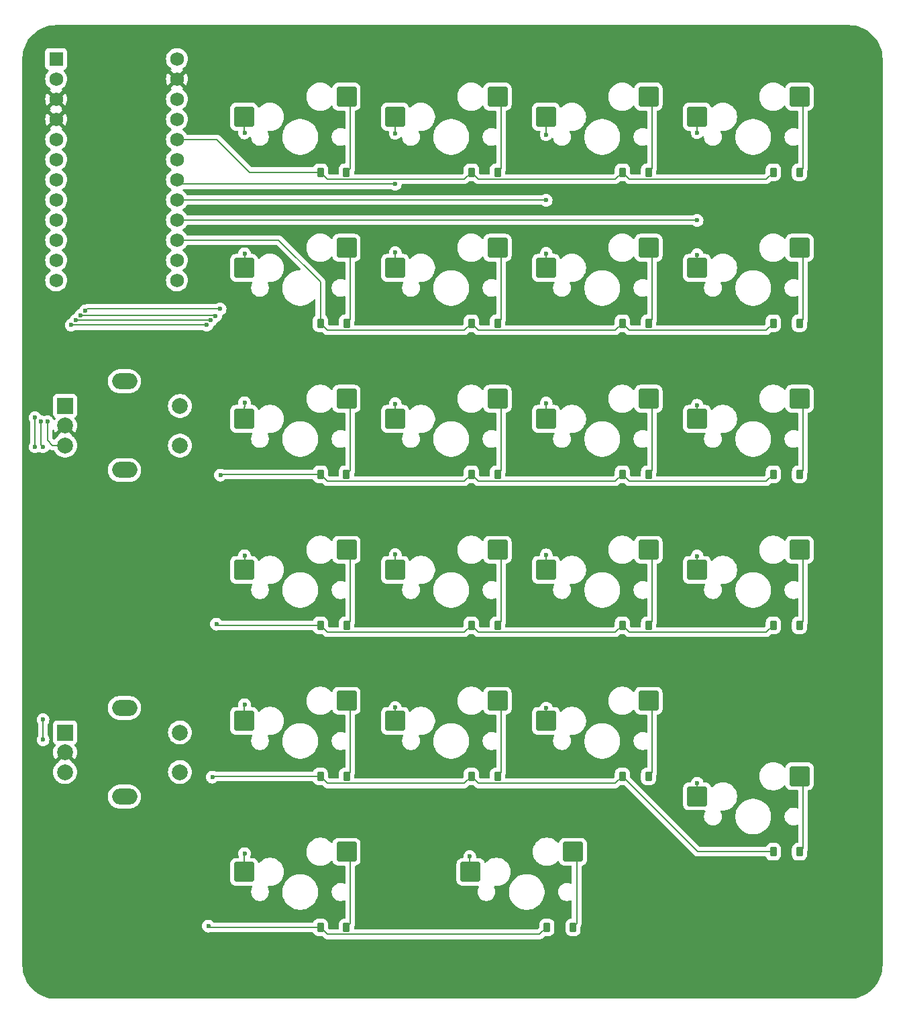
<source format=gbl>
G04 #@! TF.GenerationSoftware,KiCad,Pcbnew,8.0.2*
G04 #@! TF.CreationDate,2024-06-05T18:53:51-04:00*
G04 #@! TF.ProjectId,CSP_macropad_arduino,4353505f-6d61-4637-926f-7061645f6172,rev?*
G04 #@! TF.SameCoordinates,Original*
G04 #@! TF.FileFunction,Copper,L2,Bot*
G04 #@! TF.FilePolarity,Positive*
%FSLAX46Y46*%
G04 Gerber Fmt 4.6, Leading zero omitted, Abs format (unit mm)*
G04 Created by KiCad (PCBNEW 8.0.2) date 2024-06-05 18:53:51*
%MOMM*%
%LPD*%
G01*
G04 APERTURE LIST*
G04 Aperture macros list*
%AMRoundRect*
0 Rectangle with rounded corners*
0 $1 Rounding radius*
0 $2 $3 $4 $5 $6 $7 $8 $9 X,Y pos of 4 corners*
0 Add a 4 corners polygon primitive as box body*
4,1,4,$2,$3,$4,$5,$6,$7,$8,$9,$2,$3,0*
0 Add four circle primitives for the rounded corners*
1,1,$1+$1,$2,$3*
1,1,$1+$1,$4,$5*
1,1,$1+$1,$6,$7*
1,1,$1+$1,$8,$9*
0 Add four rect primitives between the rounded corners*
20,1,$1+$1,$2,$3,$4,$5,0*
20,1,$1+$1,$4,$5,$6,$7,0*
20,1,$1+$1,$6,$7,$8,$9,0*
20,1,$1+$1,$8,$9,$2,$3,0*%
G04 Aperture macros list end*
G04 #@! TA.AperFunction,SMDPad,CuDef*
%ADD10RoundRect,0.250000X-1.025000X-1.000000X1.025000X-1.000000X1.025000X1.000000X-1.025000X1.000000X0*%
G04 #@! TD*
G04 #@! TA.AperFunction,WasherPad*
%ADD11O,3.200000X2.000000*%
G04 #@! TD*
G04 #@! TA.AperFunction,ComponentPad*
%ADD12R,2.000000X2.000000*%
G04 #@! TD*
G04 #@! TA.AperFunction,ComponentPad*
%ADD13C,2.000000*%
G04 #@! TD*
G04 #@! TA.AperFunction,ComponentPad*
%ADD14R,1.752600X1.752600*%
G04 #@! TD*
G04 #@! TA.AperFunction,ComponentPad*
%ADD15C,1.752600*%
G04 #@! TD*
G04 #@! TA.AperFunction,SMDPad,CuDef*
%ADD16RoundRect,0.225000X-0.225000X-0.375000X0.225000X-0.375000X0.225000X0.375000X-0.225000X0.375000X0*%
G04 #@! TD*
G04 #@! TA.AperFunction,ViaPad*
%ADD17C,0.600000*%
G04 #@! TD*
G04 #@! TA.AperFunction,Conductor*
%ADD18C,0.200000*%
G04 #@! TD*
G04 APERTURE END LIST*
D10*
X110644500Y-66692500D03*
X97717500Y-69232500D03*
X97717500Y-31122500D03*
X110644500Y-28582500D03*
X135827500Y-116870000D03*
X148754500Y-114330000D03*
X97717500Y-88287500D03*
X110644500Y-85747500D03*
D11*
X63570082Y-105702500D03*
X63570082Y-116902500D03*
D12*
X56070082Y-108802500D03*
D13*
X56070082Y-113802500D03*
X56070082Y-111302500D03*
X70570082Y-113802500D03*
X70570082Y-108802500D03*
D10*
X116772500Y-107342500D03*
X129699500Y-104802500D03*
X116772500Y-50177500D03*
X129699500Y-47637500D03*
X135827500Y-69232500D03*
X148754500Y-66692500D03*
X116772500Y-69232500D03*
X129699500Y-66692500D03*
X78662500Y-31122500D03*
X91589500Y-28582500D03*
X135827500Y-50177500D03*
X148754500Y-47637500D03*
D11*
X63570082Y-64492500D03*
X63570082Y-75692500D03*
D12*
X56070082Y-67592500D03*
D13*
X56070082Y-72592500D03*
X56070082Y-70092500D03*
X70570082Y-72592500D03*
X70570082Y-67592500D03*
D14*
X54943250Y-23818750D03*
D15*
X54943250Y-26358750D03*
X54943250Y-28898750D03*
X54943250Y-31438750D03*
X54943250Y-33978750D03*
X54943250Y-36518750D03*
X54943250Y-39058750D03*
X54943250Y-41598750D03*
X54943250Y-44138750D03*
X54943250Y-46678750D03*
X54943250Y-49218750D03*
X54943250Y-51758750D03*
X70183250Y-51758750D03*
X70183250Y-49218750D03*
X70183250Y-46678750D03*
X70183250Y-44138750D03*
X70183250Y-41598750D03*
X70183250Y-39058750D03*
X70183250Y-36518750D03*
X70183250Y-33978750D03*
X70183250Y-31438750D03*
X70183250Y-28898750D03*
X70183250Y-26358750D03*
X70183250Y-23818750D03*
D10*
X135827500Y-88287500D03*
X148754500Y-85747500D03*
X78662500Y-50177500D03*
X91589500Y-47637500D03*
X78662500Y-69232500D03*
X91589500Y-66692500D03*
X78662500Y-126397500D03*
X91589500Y-123857500D03*
X107245000Y-126397500D03*
X120172000Y-123857500D03*
X97717500Y-107342500D03*
X110644500Y-104802500D03*
X135827500Y-31122500D03*
X148754500Y-28582500D03*
X78662500Y-88287500D03*
X91589500Y-85747500D03*
X116772500Y-88287500D03*
X129699500Y-85747500D03*
X97717500Y-50177500D03*
X110644500Y-47637500D03*
X116772500Y-31122500D03*
X129699500Y-28582500D03*
X78662500Y-107342500D03*
X91589500Y-104802500D03*
D16*
X116872000Y-133385000D03*
X120172000Y-133385000D03*
X107344500Y-114330000D03*
X110644500Y-114330000D03*
X126398832Y-76220000D03*
X129698832Y-76220000D03*
X107343166Y-76220000D03*
X110643166Y-76220000D03*
X107344500Y-57165000D03*
X110644500Y-57165000D03*
X126399500Y-114330000D03*
X129699500Y-114330000D03*
X88289500Y-57165000D03*
X91589500Y-57165000D03*
X145454500Y-57165000D03*
X148754500Y-57165000D03*
X145454500Y-123857500D03*
X148754500Y-123857500D03*
X145454500Y-38110000D03*
X148754500Y-38110000D03*
X107344500Y-95275000D03*
X110644500Y-95275000D03*
X107342500Y-38110000D03*
X110642500Y-38110000D03*
X88289500Y-95275000D03*
X91589500Y-95275000D03*
X145454500Y-95275000D03*
X148754500Y-95275000D03*
X145454500Y-76220000D03*
X148754500Y-76220000D03*
X88287500Y-38110000D03*
X91587500Y-38110000D03*
X88289500Y-114330000D03*
X91589500Y-114330000D03*
X88287500Y-76220000D03*
X91587500Y-76220000D03*
X88287500Y-133385000D03*
X91587500Y-133385000D03*
X126399500Y-57165000D03*
X129699500Y-57165000D03*
X126399500Y-95275000D03*
X129699500Y-95275000D03*
X126399500Y-38110000D03*
X129699500Y-38110000D03*
D17*
X58640750Y-55585990D03*
X75674832Y-76333000D03*
X75636750Y-55372000D03*
X75166832Y-95129000D03*
X58040750Y-56185990D03*
X75074832Y-56256841D03*
X57440750Y-56804000D03*
X74474832Y-56785990D03*
X74658832Y-114433000D03*
X74150832Y-133229000D03*
X73966832Y-57404000D03*
X56840750Y-57404000D03*
X53838050Y-69596000D03*
X53038047Y-69596000D03*
X53284750Y-72764036D03*
X116783832Y-67245000D03*
X116783832Y-105720000D03*
X116783832Y-86395000D03*
X116783832Y-41656000D03*
X116783832Y-48370000D03*
X116783832Y-33370000D03*
X97733832Y-67320000D03*
X97733832Y-48260000D03*
X97733832Y-105664000D03*
X97733832Y-33220000D03*
X107132750Y-124460000D03*
X97733832Y-86360000D03*
X97733832Y-39624000D03*
X78722832Y-33153000D03*
X78722832Y-48393000D03*
X78722832Y-67189000D03*
X78722832Y-86493000D03*
X78722832Y-124085000D03*
X78722832Y-105289000D03*
X135833832Y-86545000D03*
X135833832Y-67520000D03*
X135833832Y-48520000D03*
X135833832Y-44196000D03*
X135833832Y-33145000D03*
X135833832Y-115195000D03*
X52268750Y-72764036D03*
X53284750Y-107188000D03*
X52268750Y-69088000D03*
X53284750Y-109728000D03*
D18*
X92052500Y-37645000D02*
X91587500Y-38110000D01*
X91589500Y-28582500D02*
X92052500Y-29045500D01*
X92052500Y-29045500D02*
X92052500Y-37645000D01*
X106442500Y-39010000D02*
X107342500Y-38110000D01*
X79353832Y-38110000D02*
X75222582Y-33978750D01*
X144554500Y-39010000D02*
X127297500Y-39010000D01*
X127297500Y-39010000D02*
X126397500Y-38110000D01*
X88287500Y-38110000D02*
X79353832Y-38110000D01*
X88287500Y-38110000D02*
X89187500Y-39010000D01*
X107342500Y-38110000D02*
X108242500Y-39010000D01*
X75222582Y-33978750D02*
X70183250Y-33978750D01*
X108242500Y-39010000D02*
X125499500Y-39010000D01*
X145454500Y-38110000D02*
X144554500Y-39010000D01*
X89187500Y-39010000D02*
X106442500Y-39010000D01*
X125499500Y-39010000D02*
X126399500Y-38110000D01*
X111107500Y-37645000D02*
X110642500Y-38110000D01*
X110644500Y-28582500D02*
X111107500Y-29045500D01*
X111107500Y-29045500D02*
X111107500Y-37645000D01*
X130162500Y-29045500D02*
X130162500Y-37647000D01*
X130162500Y-37647000D02*
X129699500Y-38110000D01*
X129699500Y-28582500D02*
X130162500Y-29045500D01*
X149217500Y-37647000D02*
X148754500Y-38110000D01*
X148754500Y-28582500D02*
X149217500Y-29045500D01*
X149217500Y-29045500D02*
X149217500Y-37647000D01*
X91589500Y-47637500D02*
X92052500Y-48100500D01*
X92052500Y-48100500D02*
X92052500Y-56702000D01*
X92052500Y-56702000D02*
X91589500Y-57165000D01*
X108242500Y-58065000D02*
X107342500Y-57165000D01*
X88289500Y-51936098D02*
X88289500Y-57165000D01*
X106444500Y-58065000D02*
X89187500Y-58065000D01*
X144554500Y-58065000D02*
X127297500Y-58065000D01*
X70183250Y-46678750D02*
X83032152Y-46678750D01*
X89187500Y-58065000D02*
X88287500Y-57165000D01*
X125499500Y-58065000D02*
X108242500Y-58065000D01*
X107344500Y-57165000D02*
X106444500Y-58065000D01*
X145454500Y-57165000D02*
X144554500Y-58065000D01*
X83032152Y-46678750D02*
X88289500Y-51936098D01*
X127297500Y-58065000D02*
X126397500Y-57165000D01*
X126399500Y-57165000D02*
X125499500Y-58065000D01*
X111107500Y-48100500D02*
X111107500Y-56702000D01*
X111107500Y-56702000D02*
X110644500Y-57165000D01*
X110644500Y-47637500D02*
X111107500Y-48100500D01*
X129699500Y-47637500D02*
X130162500Y-48100500D01*
X130162500Y-48100500D02*
X130162500Y-56702000D01*
X130162500Y-56702000D02*
X129699500Y-57165000D01*
X149217500Y-48100500D02*
X149217500Y-56702000D01*
X148754500Y-47637500D02*
X149217500Y-48100500D01*
X149217500Y-56702000D02*
X148754500Y-57165000D01*
X92052500Y-75755000D02*
X91587500Y-76220000D01*
X91589500Y-66692500D02*
X92052500Y-67155500D01*
X92052500Y-67155500D02*
X92052500Y-75755000D01*
X127298832Y-77120000D02*
X144552500Y-77120000D01*
X126398832Y-76220000D02*
X127298832Y-77120000D01*
X144552500Y-77120000D02*
X145452500Y-76220000D01*
X107343166Y-76220000D02*
X108243166Y-77120000D01*
X88287500Y-76220000D02*
X75787832Y-76220000D01*
X75636750Y-55372000D02*
X58854740Y-55372000D01*
X125498832Y-77120000D02*
X126398832Y-76220000D01*
X75787832Y-76220000D02*
X75674832Y-76333000D01*
X108243166Y-77120000D02*
X125498832Y-77120000D01*
X106443166Y-77120000D02*
X107343166Y-76220000D01*
X58854740Y-55372000D02*
X58640750Y-55585990D01*
X88287500Y-76220000D02*
X89187500Y-77120000D01*
X89187500Y-77120000D02*
X106443166Y-77120000D01*
X111107500Y-67155500D02*
X111107500Y-75755666D01*
X111107500Y-75755666D02*
X110643166Y-76220000D01*
X110644500Y-66692500D02*
X111107500Y-67155500D01*
X130162500Y-67155500D02*
X130162500Y-75756332D01*
X130162500Y-75756332D02*
X129698832Y-76220000D01*
X129699500Y-66692500D02*
X130162500Y-67155500D01*
X148754500Y-66692500D02*
X149217500Y-67155500D01*
X149217500Y-67155500D02*
X149217500Y-75757000D01*
X149217500Y-75757000D02*
X148754500Y-76220000D01*
X91589500Y-85747500D02*
X92052500Y-86210500D01*
X92052500Y-86210500D02*
X92052500Y-94812000D01*
X92052500Y-94812000D02*
X91589500Y-95275000D01*
X89187500Y-96175000D02*
X88287500Y-95275000D01*
X127297500Y-96175000D02*
X126397500Y-95275000D01*
X88289500Y-95275000D02*
X75312832Y-95275000D01*
X145454500Y-95275000D02*
X144554500Y-96175000D01*
X107344500Y-95275000D02*
X106444500Y-96175000D01*
X144554500Y-96175000D02*
X127297500Y-96175000D01*
X126399500Y-95275000D02*
X125499500Y-96175000D01*
X108242500Y-96175000D02*
X107342500Y-95275000D01*
X125499500Y-96175000D02*
X108242500Y-96175000D01*
X106444500Y-96175000D02*
X89187500Y-96175000D01*
X75312832Y-95275000D02*
X75166832Y-95129000D01*
X75003981Y-56185990D02*
X58040750Y-56185990D01*
X75074832Y-56256841D02*
X75003981Y-56185990D01*
X110644500Y-85747500D02*
X111107500Y-86210500D01*
X111107500Y-94812000D02*
X110644500Y-95275000D01*
X111107500Y-86210500D02*
X111107500Y-94812000D01*
X129699500Y-85747500D02*
X130162500Y-86210500D01*
X130162500Y-94812000D02*
X129699500Y-95275000D01*
X130162500Y-86210500D02*
X130162500Y-94812000D01*
X149217500Y-86210500D02*
X149217500Y-94812000D01*
X149217500Y-94812000D02*
X148754500Y-95275000D01*
X148754500Y-85747500D02*
X149217500Y-86210500D01*
X89189500Y-115230000D02*
X106444500Y-115230000D01*
X74474832Y-56785990D02*
X57458760Y-56785990D01*
X107344500Y-114330000D02*
X108244500Y-115230000D01*
X108244500Y-115230000D02*
X125499500Y-115230000D01*
X88289500Y-114330000D02*
X89189500Y-115230000D01*
X106444500Y-115230000D02*
X107344500Y-114330000D01*
X126399500Y-114330000D02*
X135927000Y-123857500D01*
X135927000Y-123857500D02*
X145454500Y-123857500D01*
X74761832Y-114330000D02*
X74658832Y-114433000D01*
X57458760Y-56785990D02*
X57440750Y-56804000D01*
X88289500Y-114330000D02*
X74761832Y-114330000D01*
X125499500Y-115230000D02*
X126399500Y-114330000D01*
X91589500Y-104802500D02*
X92052500Y-105265500D01*
X92052500Y-113867000D02*
X91589500Y-114330000D01*
X92052500Y-105265500D02*
X92052500Y-113867000D01*
X111107500Y-113867000D02*
X110644500Y-114330000D01*
X111107500Y-105265500D02*
X111107500Y-113867000D01*
X110644500Y-104802500D02*
X111107500Y-105265500D01*
X129699500Y-104802500D02*
X130162500Y-105265500D01*
X130162500Y-113867000D02*
X129699500Y-114330000D01*
X130162500Y-105265500D02*
X130162500Y-113867000D01*
X149217500Y-114793000D02*
X149217500Y-123394500D01*
X149217500Y-123394500D02*
X148754500Y-123857500D01*
X148754500Y-114330000D02*
X149217500Y-114793000D01*
X89187500Y-134285000D02*
X88287500Y-133385000D01*
X73966832Y-57404000D02*
X56840750Y-57404000D01*
X115972000Y-134285000D02*
X89187500Y-134285000D01*
X116872000Y-133385000D02*
X115972000Y-134285000D01*
X74306832Y-133385000D02*
X88287500Y-133385000D01*
X74150832Y-133229000D02*
X74306832Y-133385000D01*
X92052500Y-132920000D02*
X91587500Y-133385000D01*
X91589500Y-123857500D02*
X92052500Y-124320500D01*
X92052500Y-124320500D02*
X92052500Y-132920000D01*
X120172000Y-123857500D02*
X120635000Y-124320500D01*
X120635000Y-132922000D02*
X120172000Y-133385000D01*
X120635000Y-124320500D02*
X120635000Y-132922000D01*
X56070082Y-72592500D02*
X54498451Y-72592500D01*
X53838050Y-71932099D02*
X54498451Y-72592500D01*
X53838050Y-69596000D02*
X53838050Y-71932099D01*
X53044678Y-69602631D02*
X53044678Y-72523964D01*
X53038047Y-69596000D02*
X53044678Y-69602631D01*
X53044678Y-72523964D02*
X53284750Y-72764036D01*
X116783832Y-69221168D02*
X116772500Y-69232500D01*
X116783832Y-86395000D02*
X116783832Y-88276168D01*
X116783832Y-107331168D02*
X116772500Y-107342500D01*
X116783832Y-88276168D02*
X116772500Y-88287500D01*
X116772500Y-33358668D02*
X116783832Y-33370000D01*
X116783832Y-105720000D02*
X116783832Y-107331168D01*
X116783832Y-67245000D02*
X116783832Y-69221168D01*
X116783832Y-50166168D02*
X116772500Y-50177500D01*
X116783832Y-48370000D02*
X116783832Y-50166168D01*
X116772500Y-31122500D02*
X116772500Y-33358668D01*
X116726582Y-41598750D02*
X116783832Y-41656000D01*
X70183250Y-41598750D02*
X116726582Y-41598750D01*
X97733832Y-50161168D02*
X97733832Y-48260000D01*
X97717500Y-50177500D02*
X97733832Y-50161168D01*
X97733832Y-107326168D02*
X97717500Y-107342500D01*
X107132750Y-126285250D02*
X107245000Y-126397500D01*
X97733832Y-105664000D02*
X97733832Y-107326168D01*
X107132750Y-124460000D02*
X107132750Y-126285250D01*
X97733832Y-86360000D02*
X97733832Y-88271168D01*
X70748500Y-39624000D02*
X97733832Y-39624000D01*
X97717500Y-31122500D02*
X97717500Y-33203668D01*
X70183250Y-39058750D02*
X70748500Y-39624000D01*
X97717500Y-33203668D02*
X97733832Y-33220000D01*
X97733832Y-69216168D02*
X97717500Y-69232500D01*
X97733832Y-67320000D02*
X97733832Y-69216168D01*
X97733832Y-88271168D02*
X97717500Y-88287500D01*
X78722832Y-86493000D02*
X78722832Y-88227168D01*
X78662500Y-105349332D02*
X78662500Y-107342500D01*
X78662500Y-33092668D02*
X78722832Y-33153000D01*
X78722832Y-48393000D02*
X78722832Y-50117168D01*
X78662500Y-67757332D02*
X78662500Y-69232500D01*
X78722832Y-88227168D02*
X78662500Y-88287500D01*
X78722832Y-124085000D02*
X78662500Y-124145332D01*
X78722832Y-105289000D02*
X78662500Y-105349332D01*
X78722832Y-67697000D02*
X78662500Y-67757332D01*
X78662500Y-31122500D02*
X78662500Y-33092668D01*
X78722832Y-67189000D02*
X78722832Y-67697000D01*
X78722832Y-50117168D02*
X78662500Y-50177500D01*
X78662500Y-124145332D02*
X78662500Y-126397500D01*
X135827500Y-33138668D02*
X135833832Y-33145000D01*
X135833832Y-67520000D02*
X135833832Y-69226168D01*
X135833832Y-116863668D02*
X135827500Y-116870000D01*
X135827500Y-31122500D02*
X135827500Y-33138668D01*
X135776582Y-44138750D02*
X135833832Y-44196000D01*
X135833832Y-50171168D02*
X135827500Y-50177500D01*
X135833832Y-48520000D02*
X135833832Y-50171168D01*
X135833832Y-88281168D02*
X135827500Y-88287500D01*
X135833832Y-115195000D02*
X135833832Y-116863668D01*
X70183250Y-44138750D02*
X135776582Y-44138750D01*
X135833832Y-86545000D02*
X135833832Y-88281168D01*
X135833832Y-69226168D02*
X135827500Y-69232500D01*
X52268750Y-69088000D02*
X52268750Y-72764036D01*
X53284750Y-107188000D02*
X53284750Y-109728000D01*
G04 #@! TA.AperFunction,Conductor*
G36*
X55604157Y-70285493D02*
G01*
X55669983Y-70399507D01*
X55763075Y-70492599D01*
X55877089Y-70558425D01*
X55940672Y-70575462D01*
X55194182Y-71321950D01*
X55183564Y-71368648D01*
X55151458Y-71406056D01*
X55050337Y-71484762D01*
X54881914Y-71667719D01*
X54784048Y-71817514D01*
X54730902Y-71862870D01*
X54661671Y-71872294D01*
X54598335Y-71842792D01*
X54592559Y-71837373D01*
X54474869Y-71719683D01*
X54441384Y-71658360D01*
X54438550Y-71632002D01*
X54438550Y-70698536D01*
X54458235Y-70631497D01*
X54511039Y-70585742D01*
X54580197Y-70575798D01*
X54643753Y-70604823D01*
X54676106Y-70648726D01*
X54746348Y-70808864D01*
X54846646Y-70962382D01*
X55587119Y-70221908D01*
X55604157Y-70285493D01*
G37*
G04 #@! TD.AperFunction*
G04 #@! TA.AperFunction,Conductor*
G36*
X154907494Y-19555501D02*
G01*
X154916114Y-19555500D01*
X154916118Y-19555502D01*
X154979144Y-19555500D01*
X154984866Y-19555631D01*
X155369665Y-19573415D01*
X155381048Y-19574470D01*
X155759712Y-19627284D01*
X155770956Y-19629385D01*
X156143139Y-19716915D01*
X156154151Y-19720049D01*
X156516657Y-19841543D01*
X156527338Y-19845680D01*
X156527395Y-19845705D01*
X156877085Y-20000103D01*
X156887328Y-20005203D01*
X157045220Y-20093146D01*
X157221346Y-20191245D01*
X157231084Y-20197275D01*
X157546494Y-20413331D01*
X157555634Y-20420233D01*
X157849764Y-20664472D01*
X157858229Y-20672188D01*
X158128581Y-20942538D01*
X158136297Y-20951003D01*
X158380534Y-21245124D01*
X158387437Y-21254264D01*
X158603506Y-21569686D01*
X158609535Y-21579424D01*
X158795569Y-21913419D01*
X158800674Y-21923672D01*
X158955105Y-22273426D01*
X158959243Y-22284106D01*
X159080737Y-22646599D01*
X159083872Y-22657616D01*
X159171404Y-23029793D01*
X159173508Y-23041051D01*
X159226324Y-23419695D01*
X159227381Y-23431100D01*
X159245117Y-23814806D01*
X159245249Y-23820532D01*
X159245249Y-23894624D01*
X159245250Y-23894637D01*
X159245250Y-138145878D01*
X159245118Y-138151605D01*
X159227328Y-138536389D01*
X159226271Y-138547793D01*
X159173451Y-138926445D01*
X159171346Y-138937704D01*
X159083816Y-139309860D01*
X159080682Y-139320876D01*
X158959182Y-139683383D01*
X158955044Y-139694063D01*
X158800622Y-140043796D01*
X158795517Y-140054049D01*
X158609479Y-140388049D01*
X158603450Y-140397787D01*
X158387383Y-140713207D01*
X158380480Y-140722347D01*
X158136242Y-141016472D01*
X158128526Y-141024936D01*
X157858186Y-141295276D01*
X157849722Y-141302992D01*
X157555597Y-141547230D01*
X157546457Y-141554133D01*
X157231037Y-141770200D01*
X157221299Y-141776229D01*
X156887299Y-141962267D01*
X156877046Y-141967372D01*
X156527313Y-142121794D01*
X156516633Y-142125932D01*
X156154126Y-142247432D01*
X156143110Y-142250566D01*
X155770954Y-142338096D01*
X155759695Y-142340201D01*
X155381043Y-142393021D01*
X155369639Y-142394078D01*
X154984855Y-142411868D01*
X154979128Y-142412000D01*
X54944122Y-142412000D01*
X54938395Y-142411868D01*
X54553610Y-142394078D01*
X54542206Y-142393021D01*
X54163554Y-142340201D01*
X54152295Y-142338096D01*
X53780139Y-142250566D01*
X53769123Y-142247432D01*
X53406616Y-142125932D01*
X53395936Y-142121794D01*
X53046199Y-141967370D01*
X53035955Y-141962269D01*
X52878056Y-141874320D01*
X52701950Y-141776229D01*
X52692212Y-141770200D01*
X52376792Y-141554133D01*
X52367652Y-141547230D01*
X52073527Y-141302992D01*
X52065063Y-141295276D01*
X51794723Y-141024936D01*
X51787007Y-141016472D01*
X51542769Y-140722347D01*
X51535866Y-140713207D01*
X51319799Y-140397787D01*
X51313770Y-140388049D01*
X51271552Y-140312254D01*
X51127725Y-140054035D01*
X51122633Y-140043809D01*
X50968200Y-139694050D01*
X50964072Y-139683396D01*
X50842563Y-139320863D01*
X50839436Y-139309873D01*
X50751901Y-138937696D01*
X50749798Y-138926445D01*
X50732223Y-138800456D01*
X50696977Y-138547785D01*
X50695921Y-138536389D01*
X50678132Y-138151605D01*
X50678000Y-138145878D01*
X50678000Y-133228996D01*
X73345267Y-133228996D01*
X73345267Y-133229003D01*
X73365462Y-133408249D01*
X73365463Y-133408254D01*
X73425043Y-133578523D01*
X73484592Y-133673294D01*
X73521016Y-133731262D01*
X73648570Y-133858816D01*
X73801310Y-133954789D01*
X73971571Y-134014366D01*
X73971577Y-134014368D01*
X73971582Y-134014369D01*
X74150828Y-134034565D01*
X74150832Y-134034565D01*
X74150836Y-134034565D01*
X74330081Y-134014369D01*
X74330083Y-134014368D01*
X74330087Y-134014368D01*
X74330090Y-134014366D01*
X74330094Y-134014366D01*
X74392702Y-133992459D01*
X74433657Y-133985500D01*
X87283387Y-133985500D01*
X87350426Y-134005185D01*
X87396181Y-134057989D01*
X87399795Y-134067192D01*
X87400499Y-134068702D01*
X87489531Y-134213043D01*
X87609455Y-134332967D01*
X87609459Y-134332970D01*
X87753794Y-134421998D01*
X87753797Y-134421999D01*
X87753803Y-134422003D01*
X87914792Y-134475349D01*
X88014155Y-134485500D01*
X88487402Y-134485499D01*
X88554441Y-134505183D01*
X88575083Y-134521818D01*
X88702639Y-134649374D01*
X88702649Y-134649385D01*
X88706979Y-134653715D01*
X88706980Y-134653716D01*
X88818784Y-134765520D01*
X88905595Y-134815639D01*
X88905597Y-134815641D01*
X88955713Y-134844576D01*
X88955715Y-134844577D01*
X89108442Y-134885500D01*
X89108443Y-134885500D01*
X115885331Y-134885500D01*
X115885347Y-134885501D01*
X115892943Y-134885501D01*
X116051054Y-134885501D01*
X116051057Y-134885501D01*
X116203785Y-134844577D01*
X116253904Y-134815639D01*
X116340716Y-134765520D01*
X116452520Y-134653716D01*
X116452521Y-134653713D01*
X116584418Y-134521815D01*
X116645739Y-134488333D01*
X116672097Y-134485499D01*
X117145338Y-134485499D01*
X117145344Y-134485499D01*
X117145352Y-134485498D01*
X117145355Y-134485498D01*
X117199760Y-134479940D01*
X117244708Y-134475349D01*
X117405697Y-134422003D01*
X117550044Y-134332968D01*
X117669968Y-134213044D01*
X117759003Y-134068697D01*
X117812349Y-133907708D01*
X117822500Y-133808345D01*
X117822499Y-132961656D01*
X117812349Y-132862292D01*
X117759003Y-132701303D01*
X117758999Y-132701297D01*
X117758998Y-132701294D01*
X117669970Y-132556959D01*
X117669967Y-132556955D01*
X117550044Y-132437032D01*
X117550040Y-132437029D01*
X117405705Y-132348001D01*
X117405699Y-132347998D01*
X117405697Y-132347997D01*
X117405694Y-132347996D01*
X117244709Y-132294651D01*
X117145346Y-132284500D01*
X116598662Y-132284500D01*
X116598644Y-132284501D01*
X116499292Y-132294650D01*
X116499289Y-132294651D01*
X116338305Y-132347996D01*
X116338294Y-132348001D01*
X116193959Y-132437029D01*
X116193955Y-132437032D01*
X116074032Y-132556955D01*
X116074029Y-132556959D01*
X115985001Y-132701294D01*
X115984996Y-132701305D01*
X115931651Y-132862290D01*
X115921500Y-132961647D01*
X115921500Y-133434902D01*
X115901815Y-133501941D01*
X115885185Y-133522578D01*
X115759582Y-133648182D01*
X115698262Y-133681666D01*
X115671903Y-133684500D01*
X92662000Y-133684500D01*
X92594961Y-133664815D01*
X92549206Y-133612011D01*
X92538000Y-133560501D01*
X92537999Y-133313317D01*
X92554612Y-133251316D01*
X92610922Y-133153785D01*
X92612077Y-133151785D01*
X92653000Y-132999058D01*
X92653000Y-132840943D01*
X92653000Y-125721153D01*
X92672685Y-125654114D01*
X92725489Y-125608359D01*
X92764399Y-125597795D01*
X92767297Y-125597499D01*
X92933834Y-125542314D01*
X93083156Y-125450212D01*
X93185885Y-125347483D01*
X105469500Y-125347483D01*
X105469500Y-127447501D01*
X105469501Y-127447518D01*
X105480000Y-127550296D01*
X105480001Y-127550299D01*
X105535185Y-127716831D01*
X105535187Y-127716836D01*
X105546549Y-127735256D01*
X105627288Y-127866156D01*
X105751344Y-127990212D01*
X105900666Y-128082314D01*
X106067203Y-128137499D01*
X106169991Y-128148000D01*
X108189047Y-128147999D01*
X108256086Y-128167684D01*
X108301841Y-128220487D01*
X108311785Y-128289646D01*
X108289371Y-128344876D01*
X108287388Y-128347604D01*
X108206957Y-128505457D01*
X108206956Y-128505460D01*
X108152214Y-128673943D01*
X108124500Y-128848921D01*
X108124500Y-129026078D01*
X108152214Y-129201056D01*
X108206956Y-129369539D01*
X108206957Y-129369542D01*
X108287386Y-129527390D01*
X108391517Y-129670714D01*
X108516786Y-129795983D01*
X108660110Y-129900114D01*
X108728577Y-129935000D01*
X108817957Y-129980542D01*
X108817960Y-129980543D01*
X108902201Y-130007914D01*
X108986445Y-130035286D01*
X109161421Y-130063000D01*
X109161422Y-130063000D01*
X109338578Y-130063000D01*
X109338579Y-130063000D01*
X109513555Y-130035286D01*
X109682042Y-129980542D01*
X109839890Y-129900114D01*
X109983214Y-129795983D01*
X110108483Y-129670714D01*
X110212614Y-129527390D01*
X110293042Y-129369542D01*
X110347786Y-129201055D01*
X110375500Y-129026079D01*
X110375500Y-128848921D01*
X110366165Y-128789986D01*
X112079500Y-128789986D01*
X112079500Y-129085013D01*
X112094778Y-129201055D01*
X112118007Y-129377493D01*
X112194361Y-129662451D01*
X112194364Y-129662461D01*
X112307254Y-129935000D01*
X112307258Y-129935010D01*
X112454761Y-130190493D01*
X112634352Y-130424540D01*
X112634358Y-130424547D01*
X112842952Y-130633141D01*
X112842959Y-130633147D01*
X113077006Y-130812738D01*
X113332489Y-130960241D01*
X113332490Y-130960241D01*
X113332493Y-130960243D01*
X113605048Y-131073139D01*
X113890007Y-131149493D01*
X114182494Y-131188000D01*
X114182501Y-131188000D01*
X114477499Y-131188000D01*
X114477506Y-131188000D01*
X114769993Y-131149493D01*
X115054952Y-131073139D01*
X115327507Y-130960243D01*
X115582994Y-130812738D01*
X115817042Y-130633146D01*
X116025646Y-130424542D01*
X116205238Y-130190494D01*
X116352743Y-129935007D01*
X116465639Y-129662452D01*
X116541993Y-129377493D01*
X116580500Y-129085006D01*
X116580500Y-128789994D01*
X116541993Y-128497507D01*
X116465639Y-128212548D01*
X116464615Y-128210077D01*
X116410329Y-128079019D01*
X116352743Y-127939993D01*
X116331364Y-127902964D01*
X116205238Y-127684506D01*
X116025647Y-127450459D01*
X116025641Y-127450452D01*
X115817047Y-127241858D01*
X115817040Y-127241852D01*
X115582993Y-127062261D01*
X115327510Y-126914758D01*
X115327500Y-126914754D01*
X115054961Y-126801864D01*
X115054954Y-126801862D01*
X115054952Y-126801861D01*
X114769993Y-126725507D01*
X114721113Y-126719071D01*
X114477513Y-126687000D01*
X114477506Y-126687000D01*
X114182494Y-126687000D01*
X114182486Y-126687000D01*
X113904085Y-126723653D01*
X113890007Y-126725507D01*
X113605048Y-126801861D01*
X113605038Y-126801864D01*
X113332499Y-126914754D01*
X113332489Y-126914758D01*
X113077006Y-127062261D01*
X112842959Y-127241852D01*
X112842952Y-127241858D01*
X112634358Y-127450452D01*
X112634352Y-127450459D01*
X112454761Y-127684506D01*
X112307258Y-127939989D01*
X112307254Y-127939999D01*
X112194364Y-128212538D01*
X112194361Y-128212548D01*
X112158172Y-128347610D01*
X112118008Y-128497504D01*
X112118006Y-128497515D01*
X112079500Y-128789986D01*
X110366165Y-128789986D01*
X110347786Y-128673945D01*
X110293042Y-128505458D01*
X110293040Y-128505452D01*
X110210513Y-128343487D01*
X110197616Y-128274817D01*
X110223892Y-128210077D01*
X110280998Y-128169819D01*
X110337181Y-128164252D01*
X110396564Y-128172070D01*
X110403612Y-128172998D01*
X110403628Y-128173000D01*
X110403635Y-128173000D01*
X110636365Y-128173000D01*
X110636372Y-128173000D01*
X110867126Y-128142621D01*
X111091940Y-128082382D01*
X111149953Y-128058352D01*
X111306960Y-127993319D01*
X111306963Y-127993317D01*
X111306969Y-127993315D01*
X111508532Y-127876942D01*
X111693181Y-127735256D01*
X111857756Y-127570681D01*
X111999442Y-127386032D01*
X112115815Y-127184469D01*
X112204882Y-126969440D01*
X112265121Y-126744626D01*
X112295500Y-126513872D01*
X112295500Y-126281128D01*
X112265121Y-126050374D01*
X112204882Y-125825560D01*
X112204879Y-125825552D01*
X112115819Y-125610539D01*
X112115811Y-125610523D01*
X111999446Y-125408975D01*
X111999442Y-125408968D01*
X111857756Y-125224319D01*
X111857751Y-125224313D01*
X111693186Y-125059748D01*
X111693179Y-125059742D01*
X111508540Y-124918064D01*
X111508538Y-124918062D01*
X111508532Y-124918058D01*
X111508527Y-124918055D01*
X111508524Y-124918053D01*
X111306976Y-124801688D01*
X111306960Y-124801680D01*
X111091947Y-124712620D01*
X110886237Y-124657500D01*
X110867126Y-124652379D01*
X110867125Y-124652378D01*
X110867122Y-124652378D01*
X110636382Y-124622001D01*
X110636377Y-124622000D01*
X110636372Y-124622000D01*
X110403628Y-124622000D01*
X110403622Y-124622000D01*
X110403617Y-124622001D01*
X110172877Y-124652378D01*
X109948052Y-124712620D01*
X109733039Y-124801680D01*
X109733023Y-124801688D01*
X109531475Y-124918053D01*
X109531459Y-124918064D01*
X109346821Y-125059741D01*
X109189948Y-125216614D01*
X109128625Y-125250098D01*
X109058933Y-125245114D01*
X109003000Y-125203242D01*
X108984561Y-125167937D01*
X108954814Y-125078166D01*
X108862712Y-124928844D01*
X108738656Y-124804788D01*
X108589334Y-124712686D01*
X108422797Y-124657501D01*
X108422795Y-124657500D01*
X108320016Y-124647000D01*
X108320009Y-124647000D01*
X108056001Y-124647000D01*
X107988962Y-124627315D01*
X107943207Y-124574511D01*
X107932781Y-124509116D01*
X107938315Y-124460002D01*
X107938315Y-124459996D01*
X107918119Y-124280750D01*
X107918118Y-124280745D01*
X107858538Y-124110476D01*
X107772710Y-123973882D01*
X107762566Y-123957738D01*
X107635012Y-123830184D01*
X107509194Y-123751127D01*
X107493291Y-123741134D01*
X115094500Y-123741134D01*
X115094500Y-123973865D01*
X115094501Y-123973882D01*
X115109130Y-124085003D01*
X115124879Y-124204626D01*
X115160621Y-124338018D01*
X115185120Y-124429447D01*
X115274180Y-124644460D01*
X115274188Y-124644476D01*
X115390553Y-124846024D01*
X115390564Y-124846040D01*
X115532242Y-125030679D01*
X115532248Y-125030686D01*
X115696813Y-125195251D01*
X115696820Y-125195257D01*
X115828303Y-125296147D01*
X115881468Y-125336942D01*
X115881475Y-125336946D01*
X116083023Y-125453311D01*
X116083039Y-125453319D01*
X116298052Y-125542379D01*
X116298054Y-125542379D01*
X116298060Y-125542382D01*
X116522874Y-125602621D01*
X116753628Y-125633000D01*
X116753635Y-125633000D01*
X116986365Y-125633000D01*
X116986372Y-125633000D01*
X117217126Y-125602621D01*
X117441940Y-125542382D01*
X117499953Y-125518352D01*
X117656960Y-125453319D01*
X117656963Y-125453317D01*
X117656969Y-125453315D01*
X117858532Y-125336942D01*
X118043181Y-125195256D01*
X118207756Y-125030681D01*
X118209151Y-125028863D01*
X118209706Y-125028457D01*
X118210432Y-125027630D01*
X118210617Y-125027792D01*
X118265575Y-124987655D01*
X118335321Y-124983495D01*
X118396244Y-125017702D01*
X118425239Y-125065336D01*
X118462186Y-125176833D01*
X118462187Y-125176836D01*
X118473549Y-125195256D01*
X118554288Y-125326156D01*
X118678344Y-125450212D01*
X118827666Y-125542314D01*
X118994203Y-125597499D01*
X119096991Y-125608000D01*
X119910500Y-125607999D01*
X119977539Y-125627683D01*
X120023294Y-125680487D01*
X120034500Y-125731999D01*
X120034500Y-127790170D01*
X120014815Y-127857209D01*
X119962011Y-127902964D01*
X119892853Y-127912908D01*
X119854206Y-127900655D01*
X119842048Y-127894460D01*
X119842039Y-127894456D01*
X119673556Y-127839714D01*
X119586067Y-127825857D01*
X119498579Y-127812000D01*
X119321421Y-127812000D01*
X119263095Y-127821238D01*
X119146443Y-127839714D01*
X118977960Y-127894456D01*
X118977957Y-127894457D01*
X118820109Y-127974886D01*
X118738338Y-128034296D01*
X118676786Y-128079017D01*
X118676784Y-128079019D01*
X118676783Y-128079019D01*
X118551519Y-128204283D01*
X118551519Y-128204284D01*
X118551517Y-128204286D01*
X118506796Y-128265838D01*
X118447386Y-128347609D01*
X118366957Y-128505457D01*
X118366956Y-128505460D01*
X118312214Y-128673943D01*
X118284500Y-128848921D01*
X118284500Y-129026078D01*
X118312214Y-129201056D01*
X118366956Y-129369539D01*
X118366957Y-129369542D01*
X118447386Y-129527390D01*
X118551517Y-129670714D01*
X118676786Y-129795983D01*
X118820110Y-129900114D01*
X118888577Y-129935000D01*
X118977957Y-129980542D01*
X118977960Y-129980543D01*
X119062201Y-130007914D01*
X119146445Y-130035286D01*
X119321421Y-130063000D01*
X119321422Y-130063000D01*
X119498578Y-130063000D01*
X119498579Y-130063000D01*
X119673555Y-130035286D01*
X119842042Y-129980542D01*
X119854203Y-129974345D01*
X119922870Y-129961448D01*
X119987611Y-129987721D01*
X120027870Y-130044826D01*
X120034500Y-130084829D01*
X120034500Y-132160500D01*
X120014815Y-132227539D01*
X119962011Y-132273294D01*
X119910508Y-132284500D01*
X119898666Y-132284500D01*
X119898644Y-132284501D01*
X119799292Y-132294650D01*
X119799289Y-132294651D01*
X119638305Y-132347996D01*
X119638294Y-132348001D01*
X119493959Y-132437029D01*
X119493955Y-132437032D01*
X119374032Y-132556955D01*
X119374029Y-132556959D01*
X119285001Y-132701294D01*
X119284996Y-132701305D01*
X119231651Y-132862290D01*
X119221500Y-132961647D01*
X119221500Y-133808337D01*
X119221501Y-133808355D01*
X119231650Y-133907707D01*
X119231651Y-133907710D01*
X119284996Y-134068694D01*
X119285001Y-134068705D01*
X119374029Y-134213040D01*
X119374032Y-134213044D01*
X119493955Y-134332967D01*
X119493959Y-134332970D01*
X119638294Y-134421998D01*
X119638297Y-134421999D01*
X119638303Y-134422003D01*
X119799292Y-134475349D01*
X119898655Y-134485500D01*
X120445344Y-134485499D01*
X120445352Y-134485498D01*
X120445355Y-134485498D01*
X120499760Y-134479940D01*
X120544708Y-134475349D01*
X120705697Y-134422003D01*
X120850044Y-134332968D01*
X120969968Y-134213044D01*
X121059003Y-134068697D01*
X121112349Y-133907708D01*
X121122500Y-133808345D01*
X121122499Y-133311851D01*
X121139111Y-133249853D01*
X121151149Y-133229003D01*
X121165639Y-133203904D01*
X121194577Y-133153785D01*
X121235501Y-133001057D01*
X121235501Y-132842943D01*
X121235501Y-132835348D01*
X121235500Y-132835330D01*
X121235500Y-125721153D01*
X121255185Y-125654114D01*
X121307989Y-125608359D01*
X121346899Y-125597795D01*
X121349797Y-125597499D01*
X121516334Y-125542314D01*
X121665656Y-125450212D01*
X121789712Y-125326156D01*
X121881814Y-125176834D01*
X121936999Y-125010297D01*
X121947500Y-124907509D01*
X121947499Y-122807492D01*
X121941196Y-122745794D01*
X121936999Y-122704703D01*
X121936998Y-122704700D01*
X121881814Y-122538166D01*
X121789712Y-122388844D01*
X121665656Y-122264788D01*
X121516334Y-122172686D01*
X121349797Y-122117501D01*
X121349795Y-122117500D01*
X121247010Y-122107000D01*
X119096998Y-122107000D01*
X119096981Y-122107001D01*
X118994203Y-122117500D01*
X118994200Y-122117501D01*
X118827668Y-122172685D01*
X118827663Y-122172687D01*
X118678342Y-122264789D01*
X118554289Y-122388842D01*
X118462187Y-122538163D01*
X118462186Y-122538166D01*
X118425239Y-122649664D01*
X118385466Y-122707108D01*
X118320950Y-122733931D01*
X118252174Y-122721616D01*
X118210535Y-122687278D01*
X118210432Y-122687370D01*
X118209872Y-122686731D01*
X118209151Y-122686137D01*
X118207755Y-122684317D01*
X118043186Y-122519748D01*
X118043179Y-122519742D01*
X117858540Y-122378064D01*
X117858538Y-122378062D01*
X117858532Y-122378058D01*
X117858527Y-122378055D01*
X117858524Y-122378053D01*
X117656976Y-122261688D01*
X117656960Y-122261680D01*
X117441947Y-122172620D01*
X117236237Y-122117500D01*
X117217126Y-122112379D01*
X117217125Y-122112378D01*
X117217122Y-122112378D01*
X116986382Y-122082001D01*
X116986377Y-122082000D01*
X116986372Y-122082000D01*
X116753628Y-122082000D01*
X116753622Y-122082000D01*
X116753617Y-122082001D01*
X116522877Y-122112378D01*
X116298052Y-122172620D01*
X116083039Y-122261680D01*
X116083023Y-122261688D01*
X115881475Y-122378053D01*
X115881459Y-122378064D01*
X115696820Y-122519742D01*
X115696813Y-122519748D01*
X115532248Y-122684313D01*
X115532242Y-122684320D01*
X115390564Y-122868959D01*
X115390553Y-122868975D01*
X115274188Y-123070523D01*
X115274180Y-123070539D01*
X115185120Y-123285552D01*
X115124878Y-123510377D01*
X115094501Y-123741117D01*
X115094500Y-123741134D01*
X107493291Y-123741134D01*
X107482273Y-123734211D01*
X107312004Y-123674631D01*
X107311999Y-123674630D01*
X107132754Y-123654435D01*
X107132746Y-123654435D01*
X106953500Y-123674630D01*
X106953495Y-123674631D01*
X106783226Y-123734211D01*
X106630487Y-123830184D01*
X106502934Y-123957737D01*
X106406961Y-124110476D01*
X106347381Y-124280745D01*
X106347380Y-124280750D01*
X106327185Y-124459996D01*
X106327185Y-124460005D01*
X106332718Y-124509118D01*
X106320663Y-124577940D01*
X106273313Y-124629319D01*
X106209501Y-124647000D01*
X106170000Y-124647000D01*
X106169980Y-124647001D01*
X106067203Y-124657500D01*
X106067200Y-124657501D01*
X105900668Y-124712685D01*
X105900663Y-124712687D01*
X105751342Y-124804789D01*
X105627289Y-124928842D01*
X105535187Y-125078163D01*
X105535186Y-125078166D01*
X105480001Y-125244703D01*
X105480001Y-125244704D01*
X105480000Y-125244704D01*
X105469500Y-125347483D01*
X93185885Y-125347483D01*
X93207212Y-125326156D01*
X93299314Y-125176834D01*
X93354499Y-125010297D01*
X93365000Y-124907509D01*
X93364999Y-122807492D01*
X93358696Y-122745794D01*
X93354499Y-122704703D01*
X93354498Y-122704700D01*
X93299314Y-122538166D01*
X93207212Y-122388844D01*
X93083156Y-122264788D01*
X92933834Y-122172686D01*
X92767297Y-122117501D01*
X92767295Y-122117500D01*
X92664510Y-122107000D01*
X90514498Y-122107000D01*
X90514481Y-122107001D01*
X90411703Y-122117500D01*
X90411700Y-122117501D01*
X90245168Y-122172685D01*
X90245163Y-122172687D01*
X90095842Y-122264789D01*
X89971789Y-122388842D01*
X89879687Y-122538163D01*
X89879686Y-122538166D01*
X89842739Y-122649664D01*
X89802966Y-122707108D01*
X89738450Y-122733931D01*
X89669674Y-122721616D01*
X89628035Y-122687278D01*
X89627932Y-122687370D01*
X89627372Y-122686731D01*
X89626651Y-122686137D01*
X89625255Y-122684317D01*
X89460686Y-122519748D01*
X89460679Y-122519742D01*
X89276040Y-122378064D01*
X89276038Y-122378062D01*
X89276032Y-122378058D01*
X89276027Y-122378055D01*
X89276024Y-122378053D01*
X89074476Y-122261688D01*
X89074460Y-122261680D01*
X88859447Y-122172620D01*
X88653737Y-122117500D01*
X88634626Y-122112379D01*
X88634625Y-122112378D01*
X88634622Y-122112378D01*
X88403882Y-122082001D01*
X88403877Y-122082000D01*
X88403872Y-122082000D01*
X88171128Y-122082000D01*
X88171122Y-122082000D01*
X88171117Y-122082001D01*
X87940377Y-122112378D01*
X87715552Y-122172620D01*
X87500539Y-122261680D01*
X87500523Y-122261688D01*
X87298975Y-122378053D01*
X87298959Y-122378064D01*
X87114320Y-122519742D01*
X87114313Y-122519748D01*
X86949748Y-122684313D01*
X86949742Y-122684320D01*
X86808064Y-122868959D01*
X86808053Y-122868975D01*
X86691688Y-123070523D01*
X86691680Y-123070539D01*
X86602620Y-123285552D01*
X86542378Y-123510377D01*
X86512001Y-123741117D01*
X86512000Y-123741134D01*
X86512000Y-123973865D01*
X86512001Y-123973882D01*
X86526630Y-124085003D01*
X86542379Y-124204626D01*
X86578121Y-124338018D01*
X86602620Y-124429447D01*
X86691680Y-124644460D01*
X86691688Y-124644476D01*
X86808053Y-124846024D01*
X86808064Y-124846040D01*
X86949742Y-125030679D01*
X86949748Y-125030686D01*
X87114313Y-125195251D01*
X87114320Y-125195257D01*
X87245803Y-125296147D01*
X87298968Y-125336942D01*
X87298975Y-125336946D01*
X87500523Y-125453311D01*
X87500539Y-125453319D01*
X87715552Y-125542379D01*
X87715554Y-125542379D01*
X87715560Y-125542382D01*
X87940374Y-125602621D01*
X88171128Y-125633000D01*
X88171135Y-125633000D01*
X88403865Y-125633000D01*
X88403872Y-125633000D01*
X88634626Y-125602621D01*
X88859440Y-125542382D01*
X88917453Y-125518352D01*
X89074460Y-125453319D01*
X89074463Y-125453317D01*
X89074469Y-125453315D01*
X89276032Y-125336942D01*
X89460681Y-125195256D01*
X89625256Y-125030681D01*
X89626651Y-125028863D01*
X89627206Y-125028457D01*
X89627932Y-125027630D01*
X89628117Y-125027792D01*
X89683075Y-124987655D01*
X89752821Y-124983495D01*
X89813744Y-125017702D01*
X89842739Y-125065336D01*
X89879686Y-125176833D01*
X89879687Y-125176836D01*
X89891049Y-125195256D01*
X89971788Y-125326156D01*
X90095844Y-125450212D01*
X90245166Y-125542314D01*
X90411703Y-125597499D01*
X90514491Y-125608000D01*
X91328000Y-125607999D01*
X91395039Y-125627683D01*
X91440794Y-125680487D01*
X91452000Y-125731999D01*
X91452000Y-127790170D01*
X91432315Y-127857209D01*
X91379511Y-127902964D01*
X91310353Y-127912908D01*
X91271706Y-127900655D01*
X91259548Y-127894460D01*
X91259539Y-127894456D01*
X91091056Y-127839714D01*
X91003567Y-127825857D01*
X90916079Y-127812000D01*
X90738921Y-127812000D01*
X90680595Y-127821238D01*
X90563943Y-127839714D01*
X90395460Y-127894456D01*
X90395457Y-127894457D01*
X90237609Y-127974886D01*
X90155838Y-128034296D01*
X90094286Y-128079017D01*
X90094284Y-128079019D01*
X90094283Y-128079019D01*
X89969019Y-128204283D01*
X89969019Y-128204284D01*
X89969017Y-128204286D01*
X89924296Y-128265838D01*
X89864886Y-128347609D01*
X89784457Y-128505457D01*
X89784456Y-128505460D01*
X89729714Y-128673943D01*
X89702000Y-128848921D01*
X89702000Y-129026078D01*
X89729714Y-129201056D01*
X89784456Y-129369539D01*
X89784457Y-129369542D01*
X89864886Y-129527390D01*
X89969017Y-129670714D01*
X90094286Y-129795983D01*
X90237610Y-129900114D01*
X90306077Y-129935000D01*
X90395457Y-129980542D01*
X90395460Y-129980543D01*
X90479701Y-130007914D01*
X90563945Y-130035286D01*
X90738921Y-130063000D01*
X90738922Y-130063000D01*
X90916078Y-130063000D01*
X90916079Y-130063000D01*
X91091055Y-130035286D01*
X91259542Y-129980542D01*
X91271703Y-129974345D01*
X91340370Y-129961448D01*
X91405111Y-129987721D01*
X91445370Y-130044826D01*
X91452000Y-130084829D01*
X91452000Y-132160500D01*
X91432315Y-132227539D01*
X91379511Y-132273294D01*
X91328007Y-132284500D01*
X91314166Y-132284500D01*
X91314144Y-132284501D01*
X91214792Y-132294650D01*
X91214789Y-132294651D01*
X91053805Y-132347996D01*
X91053794Y-132348001D01*
X90909459Y-132437029D01*
X90909455Y-132437032D01*
X90789532Y-132556955D01*
X90789529Y-132556959D01*
X90700501Y-132701294D01*
X90700496Y-132701305D01*
X90647151Y-132862290D01*
X90637000Y-132961647D01*
X90637000Y-132961655D01*
X90637000Y-133313317D01*
X90637001Y-133560500D01*
X90617317Y-133627539D01*
X90564513Y-133673294D01*
X90513001Y-133684500D01*
X89487597Y-133684500D01*
X89420558Y-133664815D01*
X89399916Y-133648181D01*
X89274318Y-133522583D01*
X89240833Y-133461260D01*
X89237999Y-133434902D01*
X89237999Y-132961662D01*
X89237998Y-132961644D01*
X89227849Y-132862292D01*
X89227848Y-132862289D01*
X89218915Y-132835330D01*
X89174503Y-132701303D01*
X89174499Y-132701297D01*
X89174498Y-132701294D01*
X89085470Y-132556959D01*
X89085467Y-132556955D01*
X88965544Y-132437032D01*
X88965540Y-132437029D01*
X88821205Y-132348001D01*
X88821199Y-132347998D01*
X88821197Y-132347997D01*
X88821194Y-132347996D01*
X88660209Y-132294651D01*
X88560846Y-132284500D01*
X88014162Y-132284500D01*
X88014144Y-132284501D01*
X87914792Y-132294650D01*
X87914789Y-132294651D01*
X87753805Y-132347996D01*
X87753794Y-132348001D01*
X87609459Y-132437029D01*
X87609455Y-132437032D01*
X87489531Y-132556956D01*
X87400499Y-132701297D01*
X87397447Y-132707845D01*
X87395838Y-132707095D01*
X87361316Y-132756953D01*
X87296799Y-132783773D01*
X87283387Y-132784500D01*
X74885475Y-132784500D01*
X74818436Y-132764815D01*
X74785629Y-132731674D01*
X74784991Y-132732184D01*
X74780647Y-132726737D01*
X74653094Y-132599184D01*
X74500355Y-132503211D01*
X74330086Y-132443631D01*
X74330081Y-132443630D01*
X74150836Y-132423435D01*
X74150828Y-132423435D01*
X73971582Y-132443630D01*
X73971577Y-132443631D01*
X73801308Y-132503211D01*
X73648569Y-132599184D01*
X73521016Y-132726737D01*
X73425043Y-132879476D01*
X73365463Y-133049745D01*
X73365462Y-133049750D01*
X73345267Y-133228996D01*
X50678000Y-133228996D01*
X50678000Y-125347483D01*
X76887000Y-125347483D01*
X76887000Y-127447501D01*
X76887001Y-127447518D01*
X76897500Y-127550296D01*
X76897501Y-127550299D01*
X76952685Y-127716831D01*
X76952687Y-127716836D01*
X76964049Y-127735256D01*
X77044788Y-127866156D01*
X77168844Y-127990212D01*
X77318166Y-128082314D01*
X77484703Y-128137499D01*
X77587491Y-128148000D01*
X79606547Y-128147999D01*
X79673586Y-128167684D01*
X79719341Y-128220487D01*
X79729285Y-128289646D01*
X79706871Y-128344876D01*
X79704888Y-128347604D01*
X79624457Y-128505457D01*
X79624456Y-128505460D01*
X79569714Y-128673943D01*
X79542000Y-128848921D01*
X79542000Y-129026078D01*
X79569714Y-129201056D01*
X79624456Y-129369539D01*
X79624457Y-129369542D01*
X79704886Y-129527390D01*
X79809017Y-129670714D01*
X79934286Y-129795983D01*
X80077610Y-129900114D01*
X80146077Y-129935000D01*
X80235457Y-129980542D01*
X80235460Y-129980543D01*
X80319701Y-130007914D01*
X80403945Y-130035286D01*
X80578921Y-130063000D01*
X80578922Y-130063000D01*
X80756078Y-130063000D01*
X80756079Y-130063000D01*
X80931055Y-130035286D01*
X81099542Y-129980542D01*
X81257390Y-129900114D01*
X81400714Y-129795983D01*
X81525983Y-129670714D01*
X81630114Y-129527390D01*
X81710542Y-129369542D01*
X81765286Y-129201055D01*
X81793000Y-129026079D01*
X81793000Y-128848921D01*
X81783665Y-128789986D01*
X83497000Y-128789986D01*
X83497000Y-129085013D01*
X83512278Y-129201055D01*
X83535507Y-129377493D01*
X83611861Y-129662451D01*
X83611864Y-129662461D01*
X83724754Y-129935000D01*
X83724758Y-129935010D01*
X83872261Y-130190493D01*
X84051852Y-130424540D01*
X84051858Y-130424547D01*
X84260452Y-130633141D01*
X84260459Y-130633147D01*
X84494506Y-130812738D01*
X84749989Y-130960241D01*
X84749990Y-130960241D01*
X84749993Y-130960243D01*
X85022548Y-131073139D01*
X85307507Y-131149493D01*
X85599994Y-131188000D01*
X85600001Y-131188000D01*
X85894999Y-131188000D01*
X85895006Y-131188000D01*
X86187493Y-131149493D01*
X86472452Y-131073139D01*
X86745007Y-130960243D01*
X87000494Y-130812738D01*
X87234542Y-130633146D01*
X87443146Y-130424542D01*
X87622738Y-130190494D01*
X87770243Y-129935007D01*
X87883139Y-129662452D01*
X87959493Y-129377493D01*
X87998000Y-129085006D01*
X87998000Y-128789994D01*
X87959493Y-128497507D01*
X87883139Y-128212548D01*
X87882115Y-128210077D01*
X87827829Y-128079019D01*
X87770243Y-127939993D01*
X87748864Y-127902964D01*
X87622738Y-127684506D01*
X87443147Y-127450459D01*
X87443141Y-127450452D01*
X87234547Y-127241858D01*
X87234540Y-127241852D01*
X87000493Y-127062261D01*
X86745010Y-126914758D01*
X86745000Y-126914754D01*
X86472461Y-126801864D01*
X86472454Y-126801862D01*
X86472452Y-126801861D01*
X86187493Y-126725507D01*
X86138613Y-126719071D01*
X85895013Y-126687000D01*
X85895006Y-126687000D01*
X85599994Y-126687000D01*
X85599986Y-126687000D01*
X85321585Y-126723653D01*
X85307507Y-126725507D01*
X85022548Y-126801861D01*
X85022538Y-126801864D01*
X84749999Y-126914754D01*
X84749989Y-126914758D01*
X84494506Y-127062261D01*
X84260459Y-127241852D01*
X84260452Y-127241858D01*
X84051858Y-127450452D01*
X84051852Y-127450459D01*
X83872261Y-127684506D01*
X83724758Y-127939989D01*
X83724754Y-127939999D01*
X83611864Y-128212538D01*
X83611861Y-128212548D01*
X83575672Y-128347610D01*
X83535508Y-128497504D01*
X83535506Y-128497515D01*
X83497000Y-128789986D01*
X81783665Y-128789986D01*
X81765286Y-128673945D01*
X81710542Y-128505458D01*
X81710540Y-128505452D01*
X81628013Y-128343487D01*
X81615116Y-128274817D01*
X81641392Y-128210077D01*
X81698498Y-128169819D01*
X81754681Y-128164252D01*
X81814064Y-128172070D01*
X81821112Y-128172998D01*
X81821128Y-128173000D01*
X81821135Y-128173000D01*
X82053865Y-128173000D01*
X82053872Y-128173000D01*
X82284626Y-128142621D01*
X82509440Y-128082382D01*
X82567453Y-128058352D01*
X82724460Y-127993319D01*
X82724463Y-127993317D01*
X82724469Y-127993315D01*
X82926032Y-127876942D01*
X83110681Y-127735256D01*
X83275256Y-127570681D01*
X83416942Y-127386032D01*
X83533315Y-127184469D01*
X83622382Y-126969440D01*
X83682621Y-126744626D01*
X83713000Y-126513872D01*
X83713000Y-126281128D01*
X83682621Y-126050374D01*
X83622382Y-125825560D01*
X83622379Y-125825552D01*
X83533319Y-125610539D01*
X83533311Y-125610523D01*
X83416946Y-125408975D01*
X83416942Y-125408968D01*
X83275256Y-125224319D01*
X83275251Y-125224313D01*
X83110686Y-125059748D01*
X83110679Y-125059742D01*
X82926040Y-124918064D01*
X82926038Y-124918062D01*
X82926032Y-124918058D01*
X82926027Y-124918055D01*
X82926024Y-124918053D01*
X82724476Y-124801688D01*
X82724460Y-124801680D01*
X82509447Y-124712620D01*
X82303737Y-124657500D01*
X82284626Y-124652379D01*
X82284625Y-124652378D01*
X82284622Y-124652378D01*
X82053882Y-124622001D01*
X82053877Y-124622000D01*
X82053872Y-124622000D01*
X81821128Y-124622000D01*
X81821122Y-124622000D01*
X81821117Y-124622001D01*
X81590377Y-124652378D01*
X81365552Y-124712620D01*
X81150539Y-124801680D01*
X81150523Y-124801688D01*
X80948975Y-124918053D01*
X80948959Y-124918064D01*
X80764321Y-125059741D01*
X80607448Y-125216614D01*
X80546125Y-125250098D01*
X80476433Y-125245114D01*
X80420500Y-125203242D01*
X80402061Y-125167937D01*
X80372314Y-125078166D01*
X80280212Y-124928844D01*
X80156156Y-124804788D01*
X80006834Y-124712686D01*
X79840297Y-124657501D01*
X79840295Y-124657500D01*
X79737516Y-124647000D01*
X79737509Y-124647000D01*
X79539474Y-124647000D01*
X79472435Y-124627315D01*
X79426680Y-124574511D01*
X79416736Y-124505353D01*
X79434480Y-124457028D01*
X79448620Y-124434523D01*
X79448621Y-124434522D01*
X79508200Y-124264255D01*
X79514919Y-124204622D01*
X79528397Y-124085003D01*
X79528397Y-124084996D01*
X79508201Y-123905750D01*
X79508200Y-123905745D01*
X79448620Y-123735476D01*
X79409414Y-123673080D01*
X79352648Y-123582738D01*
X79225094Y-123455184D01*
X79191609Y-123434144D01*
X79072355Y-123359211D01*
X78902086Y-123299631D01*
X78902081Y-123299630D01*
X78722836Y-123279435D01*
X78722828Y-123279435D01*
X78543582Y-123299630D01*
X78543577Y-123299631D01*
X78373308Y-123359211D01*
X78220569Y-123455184D01*
X78093016Y-123582737D01*
X77997043Y-123735476D01*
X77937463Y-123905745D01*
X77937462Y-123905750D01*
X77917267Y-124084996D01*
X77917267Y-124085003D01*
X77937462Y-124264249D01*
X77937463Y-124264254D01*
X77997043Y-124434523D01*
X78011184Y-124457028D01*
X78030184Y-124524265D01*
X78009816Y-124591100D01*
X77956548Y-124636314D01*
X77906190Y-124647000D01*
X77587499Y-124647000D01*
X77587480Y-124647001D01*
X77484703Y-124657500D01*
X77484700Y-124657501D01*
X77318168Y-124712685D01*
X77318163Y-124712687D01*
X77168842Y-124804789D01*
X77044789Y-124928842D01*
X76952687Y-125078163D01*
X76952686Y-125078166D01*
X76897501Y-125244703D01*
X76897501Y-125244704D01*
X76897500Y-125244704D01*
X76887000Y-125347483D01*
X50678000Y-125347483D01*
X50678000Y-116784402D01*
X61469582Y-116784402D01*
X61469582Y-117020597D01*
X61506528Y-117253868D01*
X61579515Y-117478496D01*
X61670456Y-117656976D01*
X61686739Y-117688933D01*
X61825565Y-117880010D01*
X61992572Y-118047017D01*
X62183649Y-118185843D01*
X62226646Y-118207751D01*
X62394085Y-118293066D01*
X62394087Y-118293066D01*
X62394090Y-118293068D01*
X62506859Y-118329709D01*
X62618713Y-118366053D01*
X62851985Y-118403000D01*
X62851990Y-118403000D01*
X64288179Y-118403000D01*
X64521450Y-118366053D01*
X64543037Y-118359039D01*
X64746074Y-118293068D01*
X64956515Y-118185843D01*
X65147592Y-118047017D01*
X65314599Y-117880010D01*
X65453425Y-117688933D01*
X65560650Y-117478492D01*
X65633635Y-117253868D01*
X65642482Y-117198008D01*
X65670582Y-117020597D01*
X65670582Y-116784402D01*
X65633635Y-116551131D01*
X65560648Y-116326503D01*
X65492957Y-116193653D01*
X65453425Y-116116067D01*
X65314599Y-115924990D01*
X65147592Y-115757983D01*
X64956515Y-115619157D01*
X64746078Y-115511933D01*
X64521450Y-115438946D01*
X64288179Y-115402000D01*
X64288174Y-115402000D01*
X62851990Y-115402000D01*
X62851985Y-115402000D01*
X62618713Y-115438946D01*
X62394085Y-115511933D01*
X62183648Y-115619157D01*
X61992569Y-115757985D01*
X61825567Y-115924987D01*
X61825567Y-115924988D01*
X61825565Y-115924990D01*
X61824969Y-115925811D01*
X61686739Y-116116066D01*
X61579515Y-116326503D01*
X61506528Y-116551131D01*
X61469582Y-116784402D01*
X50678000Y-116784402D01*
X50678000Y-113802494D01*
X54564439Y-113802494D01*
X54564439Y-113802505D01*
X54584972Y-114050312D01*
X54584974Y-114050324D01*
X54646018Y-114291381D01*
X54745908Y-114519106D01*
X54881915Y-114727282D01*
X54905907Y-114753344D01*
X55050338Y-114910238D01*
X55246573Y-115062974D01*
X55246575Y-115062975D01*
X55423623Y-115158789D01*
X55465272Y-115181328D01*
X55700468Y-115262071D01*
X55945747Y-115303000D01*
X56194417Y-115303000D01*
X56439696Y-115262071D01*
X56674892Y-115181328D01*
X56893591Y-115062974D01*
X57089826Y-114910238D01*
X57258246Y-114727285D01*
X57394255Y-114519107D01*
X57494145Y-114291381D01*
X57555190Y-114050321D01*
X57567094Y-113906660D01*
X57575725Y-113802505D01*
X57575725Y-113802494D01*
X69064439Y-113802494D01*
X69064439Y-113802505D01*
X69084972Y-114050312D01*
X69084974Y-114050324D01*
X69146018Y-114291381D01*
X69245908Y-114519106D01*
X69381915Y-114727282D01*
X69405907Y-114753344D01*
X69550338Y-114910238D01*
X69746573Y-115062974D01*
X69746575Y-115062975D01*
X69923623Y-115158789D01*
X69965272Y-115181328D01*
X70200468Y-115262071D01*
X70445747Y-115303000D01*
X70694417Y-115303000D01*
X70939696Y-115262071D01*
X71174892Y-115181328D01*
X71393591Y-115062974D01*
X71589826Y-114910238D01*
X71758246Y-114727285D01*
X71894255Y-114519107D01*
X71932027Y-114432996D01*
X73853267Y-114432996D01*
X73853267Y-114433003D01*
X73873462Y-114612249D01*
X73873463Y-114612254D01*
X73933043Y-114782523D01*
X73977144Y-114852709D01*
X74029016Y-114935262D01*
X74156570Y-115062816D01*
X74215454Y-115099815D01*
X74308122Y-115158043D01*
X74309310Y-115158789D01*
X74479577Y-115218368D01*
X74479582Y-115218369D01*
X74658828Y-115238565D01*
X74658832Y-115238565D01*
X74658836Y-115238565D01*
X74838081Y-115218369D01*
X74838084Y-115218368D01*
X74838087Y-115218368D01*
X75008354Y-115158789D01*
X75161094Y-115062816D01*
X75257092Y-114966818D01*
X75318416Y-114933334D01*
X75344773Y-114930500D01*
X87285387Y-114930500D01*
X87352426Y-114950185D01*
X87398181Y-115002989D01*
X87401795Y-115012192D01*
X87402499Y-115013702D01*
X87491531Y-115158043D01*
X87611455Y-115277967D01*
X87611459Y-115277970D01*
X87755794Y-115366998D01*
X87755797Y-115366999D01*
X87755803Y-115367003D01*
X87916792Y-115420349D01*
X88016155Y-115430500D01*
X88489402Y-115430499D01*
X88556441Y-115450183D01*
X88577083Y-115466818D01*
X88704639Y-115594374D01*
X88704649Y-115594385D01*
X88708979Y-115598715D01*
X88708980Y-115598716D01*
X88820784Y-115710520D01*
X88902993Y-115757983D01*
X88957715Y-115789577D01*
X89110442Y-115830500D01*
X89110443Y-115830500D01*
X106357831Y-115830500D01*
X106357847Y-115830501D01*
X106365443Y-115830501D01*
X106523554Y-115830501D01*
X106523557Y-115830501D01*
X106676285Y-115789577D01*
X106731007Y-115757983D01*
X106813216Y-115710520D01*
X106925020Y-115598716D01*
X106925020Y-115598714D01*
X106935221Y-115588514D01*
X106935224Y-115588509D01*
X107056918Y-115466815D01*
X107118239Y-115433333D01*
X107144597Y-115430499D01*
X107544402Y-115430499D01*
X107611441Y-115450184D01*
X107632083Y-115466818D01*
X107759639Y-115594374D01*
X107759649Y-115594385D01*
X107763979Y-115598715D01*
X107763980Y-115598716D01*
X107875784Y-115710520D01*
X107957993Y-115757983D01*
X108012715Y-115789577D01*
X108165442Y-115830500D01*
X108165443Y-115830500D01*
X125412831Y-115830500D01*
X125412847Y-115830501D01*
X125420443Y-115830501D01*
X125578554Y-115830501D01*
X125578557Y-115830501D01*
X125731285Y-115789577D01*
X125786007Y-115757983D01*
X125868216Y-115710520D01*
X125980020Y-115598716D01*
X125980020Y-115598714D01*
X125990221Y-115588514D01*
X125990224Y-115588509D01*
X126111918Y-115466815D01*
X126173239Y-115433333D01*
X126199597Y-115430499D01*
X126599401Y-115430499D01*
X126666440Y-115450184D01*
X126687081Y-115466817D01*
X135558284Y-124338020D01*
X135558286Y-124338021D01*
X135558290Y-124338024D01*
X135695209Y-124417073D01*
X135695216Y-124417077D01*
X135847943Y-124458001D01*
X135847945Y-124458001D01*
X136013654Y-124458001D01*
X136013670Y-124458000D01*
X144450387Y-124458000D01*
X144517426Y-124477685D01*
X144563181Y-124530489D01*
X144566795Y-124539692D01*
X144567499Y-124541202D01*
X144656531Y-124685543D01*
X144776455Y-124805467D01*
X144776459Y-124805470D01*
X144920794Y-124894498D01*
X144920797Y-124894499D01*
X144920803Y-124894503D01*
X145081792Y-124947849D01*
X145181155Y-124958000D01*
X145727844Y-124957999D01*
X145727852Y-124957998D01*
X145727855Y-124957998D01*
X145782260Y-124952440D01*
X145827208Y-124947849D01*
X145988197Y-124894503D01*
X146132544Y-124805468D01*
X146252468Y-124685544D01*
X146341503Y-124541197D01*
X146394849Y-124380208D01*
X146405000Y-124280845D01*
X146404999Y-123434156D01*
X146394849Y-123334792D01*
X146341503Y-123173803D01*
X146341499Y-123173797D01*
X146341498Y-123173794D01*
X146252470Y-123029459D01*
X146252467Y-123029455D01*
X146132544Y-122909532D01*
X146132540Y-122909529D01*
X145988205Y-122820501D01*
X145988199Y-122820498D01*
X145988197Y-122820497D01*
X145988194Y-122820496D01*
X145827209Y-122767151D01*
X145727846Y-122757000D01*
X145181162Y-122757000D01*
X145181144Y-122757001D01*
X145081792Y-122767150D01*
X145081789Y-122767151D01*
X144920805Y-122820496D01*
X144920794Y-122820501D01*
X144776459Y-122909529D01*
X144776455Y-122909532D01*
X144656531Y-123029456D01*
X144567499Y-123173797D01*
X144564447Y-123180345D01*
X144562838Y-123179595D01*
X144528316Y-123229453D01*
X144463799Y-123256273D01*
X144450387Y-123257000D01*
X136227098Y-123257000D01*
X136160059Y-123237315D01*
X136139417Y-123220681D01*
X128738719Y-115819983D01*
X134052000Y-115819983D01*
X134052000Y-117920001D01*
X134052001Y-117920018D01*
X134062500Y-118022796D01*
X134062501Y-118022799D01*
X134117685Y-118189331D01*
X134117687Y-118189336D01*
X134129049Y-118207756D01*
X134209788Y-118338656D01*
X134333844Y-118462712D01*
X134483166Y-118554814D01*
X134649703Y-118609999D01*
X134752491Y-118620500D01*
X136771547Y-118620499D01*
X136838586Y-118640184D01*
X136884341Y-118692987D01*
X136894285Y-118762146D01*
X136871871Y-118817376D01*
X136869888Y-118820104D01*
X136789457Y-118977957D01*
X136789456Y-118977960D01*
X136734714Y-119146443D01*
X136707000Y-119321421D01*
X136707000Y-119498578D01*
X136734714Y-119673556D01*
X136789456Y-119842039D01*
X136789457Y-119842042D01*
X136869886Y-119999890D01*
X136974017Y-120143214D01*
X137099286Y-120268483D01*
X137242610Y-120372614D01*
X137311077Y-120407500D01*
X137400457Y-120453042D01*
X137400460Y-120453043D01*
X137484701Y-120480414D01*
X137568945Y-120507786D01*
X137743921Y-120535500D01*
X137743922Y-120535500D01*
X137921078Y-120535500D01*
X137921079Y-120535500D01*
X138096055Y-120507786D01*
X138264542Y-120453042D01*
X138422390Y-120372614D01*
X138565714Y-120268483D01*
X138690983Y-120143214D01*
X138795114Y-119999890D01*
X138875542Y-119842042D01*
X138930286Y-119673555D01*
X138958000Y-119498579D01*
X138958000Y-119321421D01*
X138948665Y-119262486D01*
X140662000Y-119262486D01*
X140662000Y-119557513D01*
X140677278Y-119673555D01*
X140700507Y-119849993D01*
X140776861Y-120134951D01*
X140776864Y-120134961D01*
X140889754Y-120407500D01*
X140889758Y-120407510D01*
X141037261Y-120662993D01*
X141216852Y-120897040D01*
X141216858Y-120897047D01*
X141425452Y-121105641D01*
X141425459Y-121105647D01*
X141659506Y-121285238D01*
X141914989Y-121432741D01*
X141914990Y-121432741D01*
X141914993Y-121432743D01*
X142187548Y-121545639D01*
X142472507Y-121621993D01*
X142764994Y-121660500D01*
X142765001Y-121660500D01*
X143059999Y-121660500D01*
X143060006Y-121660500D01*
X143352493Y-121621993D01*
X143637452Y-121545639D01*
X143910007Y-121432743D01*
X144165494Y-121285238D01*
X144399542Y-121105646D01*
X144608146Y-120897042D01*
X144787738Y-120662994D01*
X144935243Y-120407507D01*
X145048139Y-120134952D01*
X145124493Y-119849993D01*
X145163000Y-119557506D01*
X145163000Y-119262494D01*
X145124493Y-118970007D01*
X145048139Y-118685048D01*
X145047115Y-118682577D01*
X144992829Y-118551519D01*
X144935243Y-118412493D01*
X144929762Y-118403000D01*
X144787738Y-118157006D01*
X144608147Y-117922959D01*
X144608141Y-117922952D01*
X144399547Y-117714358D01*
X144399540Y-117714352D01*
X144165493Y-117534761D01*
X143910010Y-117387258D01*
X143910000Y-117387254D01*
X143637461Y-117274364D01*
X143637454Y-117274362D01*
X143637452Y-117274361D01*
X143352493Y-117198007D01*
X143303613Y-117191571D01*
X143060013Y-117159500D01*
X143060006Y-117159500D01*
X142764994Y-117159500D01*
X142764986Y-117159500D01*
X142486585Y-117196153D01*
X142472507Y-117198007D01*
X142187548Y-117274361D01*
X142187538Y-117274364D01*
X141914999Y-117387254D01*
X141914989Y-117387258D01*
X141659506Y-117534761D01*
X141425459Y-117714352D01*
X141425452Y-117714358D01*
X141216858Y-117922952D01*
X141216852Y-117922959D01*
X141037261Y-118157006D01*
X140889758Y-118412489D01*
X140889754Y-118412499D01*
X140776864Y-118685038D01*
X140776861Y-118685048D01*
X140740672Y-118820110D01*
X140700508Y-118970004D01*
X140700506Y-118970015D01*
X140662000Y-119262486D01*
X138948665Y-119262486D01*
X138930286Y-119146445D01*
X138875542Y-118977958D01*
X138875540Y-118977952D01*
X138793013Y-118815987D01*
X138780116Y-118747317D01*
X138806392Y-118682577D01*
X138863498Y-118642319D01*
X138919681Y-118636752D01*
X138979064Y-118644570D01*
X138986112Y-118645498D01*
X138986128Y-118645500D01*
X138986135Y-118645500D01*
X139218865Y-118645500D01*
X139218872Y-118645500D01*
X139449626Y-118615121D01*
X139674440Y-118554882D01*
X139732453Y-118530852D01*
X139889460Y-118465819D01*
X139889463Y-118465817D01*
X139889469Y-118465815D01*
X140091032Y-118349442D01*
X140275681Y-118207756D01*
X140440256Y-118043181D01*
X140581942Y-117858532D01*
X140698315Y-117656969D01*
X140787382Y-117441940D01*
X140847621Y-117217126D01*
X140878000Y-116986372D01*
X140878000Y-116753628D01*
X140847621Y-116522874D01*
X140787382Y-116298060D01*
X140787379Y-116298052D01*
X140698319Y-116083039D01*
X140698311Y-116083023D01*
X140581946Y-115881475D01*
X140581942Y-115881468D01*
X140440256Y-115696819D01*
X140440251Y-115696813D01*
X140275686Y-115532248D01*
X140275679Y-115532242D01*
X140091040Y-115390564D01*
X140091038Y-115390562D01*
X140091032Y-115390558D01*
X140091027Y-115390555D01*
X140091024Y-115390553D01*
X139889476Y-115274188D01*
X139889460Y-115274180D01*
X139674447Y-115185120D01*
X139660295Y-115181328D01*
X139449626Y-115124879D01*
X139449625Y-115124878D01*
X139449622Y-115124878D01*
X139218882Y-115094501D01*
X139218877Y-115094500D01*
X139218872Y-115094500D01*
X138986128Y-115094500D01*
X138986122Y-115094500D01*
X138986117Y-115094501D01*
X138755377Y-115124878D01*
X138530552Y-115185120D01*
X138315539Y-115274180D01*
X138315523Y-115274188D01*
X138113975Y-115390553D01*
X138113959Y-115390564D01*
X137929321Y-115532241D01*
X137772448Y-115689114D01*
X137711125Y-115722598D01*
X137641433Y-115717614D01*
X137585500Y-115675742D01*
X137567061Y-115640437D01*
X137537314Y-115550666D01*
X137445212Y-115401344D01*
X137321156Y-115277288D01*
X137171834Y-115185186D01*
X137005297Y-115130001D01*
X137005295Y-115130000D01*
X136902516Y-115119500D01*
X136902509Y-115119500D01*
X136741704Y-115119500D01*
X136674665Y-115099815D01*
X136628910Y-115047011D01*
X136622042Y-115022236D01*
X136620749Y-115022532D01*
X136619200Y-115015745D01*
X136602080Y-114966818D01*
X136559621Y-114845478D01*
X136463648Y-114692738D01*
X136336094Y-114565184D01*
X136262763Y-114519107D01*
X136183355Y-114469211D01*
X136013086Y-114409631D01*
X136013081Y-114409630D01*
X135833836Y-114389435D01*
X135833828Y-114389435D01*
X135654582Y-114409630D01*
X135654577Y-114409631D01*
X135484308Y-114469211D01*
X135331569Y-114565184D01*
X135204016Y-114692737D01*
X135108042Y-114845478D01*
X135048461Y-115015753D01*
X135046912Y-115022541D01*
X135043974Y-115021870D01*
X135021972Y-115073970D01*
X134964306Y-115113422D01*
X134925960Y-115119500D01*
X134752499Y-115119500D01*
X134752480Y-115119501D01*
X134649703Y-115130000D01*
X134649700Y-115130001D01*
X134483168Y-115185185D01*
X134483163Y-115185187D01*
X134333842Y-115277289D01*
X134209789Y-115401342D01*
X134117687Y-115550663D01*
X134117685Y-115550668D01*
X134103199Y-115594385D01*
X134062501Y-115717203D01*
X134062501Y-115717204D01*
X134062500Y-115717204D01*
X134052000Y-115819983D01*
X128738719Y-115819983D01*
X127386318Y-114467582D01*
X127352833Y-114406259D01*
X127349999Y-114379901D01*
X127349999Y-113906662D01*
X127349998Y-113906644D01*
X127339849Y-113807292D01*
X127339848Y-113807289D01*
X127323535Y-113758060D01*
X127286503Y-113646303D01*
X127286499Y-113646297D01*
X127286498Y-113646294D01*
X127197470Y-113501959D01*
X127197467Y-113501955D01*
X127077544Y-113382032D01*
X127077540Y-113382029D01*
X126933205Y-113293001D01*
X126933199Y-113292998D01*
X126933197Y-113292997D01*
X126933194Y-113292996D01*
X126772209Y-113239651D01*
X126672846Y-113229500D01*
X126126162Y-113229500D01*
X126126144Y-113229501D01*
X126026792Y-113239650D01*
X126026789Y-113239651D01*
X125865805Y-113292996D01*
X125865794Y-113293001D01*
X125721459Y-113382029D01*
X125721455Y-113382032D01*
X125601532Y-113501955D01*
X125601529Y-113501959D01*
X125512501Y-113646294D01*
X125512496Y-113646305D01*
X125459151Y-113807290D01*
X125449000Y-113906647D01*
X125449000Y-114379902D01*
X125429315Y-114446941D01*
X125412685Y-114467578D01*
X125287082Y-114593182D01*
X125225762Y-114626666D01*
X125199403Y-114629500D01*
X111719000Y-114629500D01*
X111651961Y-114609815D01*
X111606206Y-114557011D01*
X111595000Y-114505500D01*
X111594999Y-114256852D01*
X111611610Y-114194855D01*
X111649934Y-114128477D01*
X111667077Y-114098785D01*
X111708001Y-113946057D01*
X111708001Y-113787943D01*
X111708001Y-113780348D01*
X111708000Y-113780330D01*
X111708000Y-106666153D01*
X111727685Y-106599114D01*
X111780489Y-106553359D01*
X111819399Y-106542795D01*
X111822297Y-106542499D01*
X111988834Y-106487314D01*
X112138156Y-106395212D01*
X112240885Y-106292483D01*
X114997000Y-106292483D01*
X114997000Y-108392501D01*
X114997001Y-108392518D01*
X115007500Y-108495296D01*
X115007501Y-108495299D01*
X115062685Y-108661831D01*
X115062687Y-108661836D01*
X115074049Y-108680256D01*
X115154788Y-108811156D01*
X115278844Y-108935212D01*
X115428166Y-109027314D01*
X115594703Y-109082499D01*
X115697491Y-109093000D01*
X117716547Y-109092999D01*
X117783586Y-109112684D01*
X117829341Y-109165487D01*
X117839285Y-109234646D01*
X117816871Y-109289876D01*
X117814888Y-109292604D01*
X117734457Y-109450457D01*
X117734456Y-109450460D01*
X117679714Y-109618943D01*
X117652000Y-109793921D01*
X117652000Y-109971078D01*
X117679714Y-110146056D01*
X117734456Y-110314539D01*
X117734457Y-110314542D01*
X117785323Y-110414370D01*
X117814886Y-110472390D01*
X117919017Y-110615714D01*
X118044286Y-110740983D01*
X118187610Y-110845114D01*
X118256077Y-110880000D01*
X118345457Y-110925542D01*
X118345460Y-110925543D01*
X118429701Y-110952914D01*
X118513945Y-110980286D01*
X118688921Y-111008000D01*
X118688922Y-111008000D01*
X118866078Y-111008000D01*
X118866079Y-111008000D01*
X119041055Y-110980286D01*
X119209542Y-110925542D01*
X119367390Y-110845114D01*
X119510714Y-110740983D01*
X119635983Y-110615714D01*
X119740114Y-110472390D01*
X119820542Y-110314542D01*
X119875286Y-110146055D01*
X119903000Y-109971079D01*
X119903000Y-109793921D01*
X119893665Y-109734986D01*
X121607000Y-109734986D01*
X121607000Y-110030013D01*
X121624120Y-110160044D01*
X121645507Y-110322493D01*
X121721861Y-110607451D01*
X121721864Y-110607461D01*
X121834754Y-110880000D01*
X121834758Y-110880010D01*
X121982261Y-111135493D01*
X122161852Y-111369540D01*
X122161858Y-111369547D01*
X122370452Y-111578141D01*
X122370459Y-111578147D01*
X122604506Y-111757738D01*
X122859989Y-111905241D01*
X122859990Y-111905241D01*
X122859993Y-111905243D01*
X123132548Y-112018139D01*
X123417507Y-112094493D01*
X123709994Y-112133000D01*
X123710001Y-112133000D01*
X124004999Y-112133000D01*
X124005006Y-112133000D01*
X124297493Y-112094493D01*
X124582452Y-112018139D01*
X124855007Y-111905243D01*
X125110494Y-111757738D01*
X125344542Y-111578146D01*
X125553146Y-111369542D01*
X125732738Y-111135494D01*
X125880243Y-110880007D01*
X125993139Y-110607452D01*
X126069493Y-110322493D01*
X126108000Y-110030006D01*
X126108000Y-109734994D01*
X126069493Y-109442507D01*
X125993139Y-109157548D01*
X125992115Y-109155077D01*
X125937829Y-109024019D01*
X125880243Y-108884993D01*
X125858864Y-108847964D01*
X125732738Y-108629506D01*
X125553147Y-108395459D01*
X125553141Y-108395452D01*
X125344547Y-108186858D01*
X125344540Y-108186852D01*
X125110493Y-108007261D01*
X124855010Y-107859758D01*
X124855000Y-107859754D01*
X124582461Y-107746864D01*
X124582454Y-107746862D01*
X124582452Y-107746861D01*
X124297493Y-107670507D01*
X124248613Y-107664071D01*
X124005013Y-107632000D01*
X124005006Y-107632000D01*
X123709994Y-107632000D01*
X123709986Y-107632000D01*
X123431585Y-107668653D01*
X123417507Y-107670507D01*
X123132548Y-107746861D01*
X123132538Y-107746864D01*
X122859999Y-107859754D01*
X122859989Y-107859758D01*
X122604506Y-108007261D01*
X122370459Y-108186852D01*
X122370452Y-108186858D01*
X122161858Y-108395452D01*
X122161852Y-108395459D01*
X121982261Y-108629506D01*
X121834758Y-108884989D01*
X121834754Y-108884999D01*
X121721864Y-109157538D01*
X121721861Y-109157548D01*
X121662664Y-109378478D01*
X121645508Y-109442504D01*
X121645506Y-109442515D01*
X121607000Y-109734986D01*
X119893665Y-109734986D01*
X119875286Y-109618945D01*
X119820542Y-109450458D01*
X119820540Y-109450452D01*
X119738013Y-109288487D01*
X119725116Y-109219817D01*
X119751392Y-109155077D01*
X119808498Y-109114819D01*
X119864681Y-109109252D01*
X119924064Y-109117070D01*
X119931112Y-109117998D01*
X119931128Y-109118000D01*
X119931135Y-109118000D01*
X120163865Y-109118000D01*
X120163872Y-109118000D01*
X120394626Y-109087621D01*
X120619440Y-109027382D01*
X120677453Y-109003352D01*
X120834460Y-108938319D01*
X120834463Y-108938317D01*
X120834469Y-108938315D01*
X121036032Y-108821942D01*
X121220681Y-108680256D01*
X121385256Y-108515681D01*
X121526942Y-108331032D01*
X121643315Y-108129469D01*
X121732382Y-107914440D01*
X121792621Y-107689626D01*
X121823000Y-107458872D01*
X121823000Y-107226128D01*
X121792621Y-106995374D01*
X121732382Y-106770560D01*
X121697248Y-106685737D01*
X121643319Y-106555539D01*
X121643311Y-106555523D01*
X121526946Y-106353975D01*
X121526942Y-106353968D01*
X121385256Y-106169319D01*
X121385251Y-106169313D01*
X121220686Y-106004748D01*
X121220679Y-106004742D01*
X121036040Y-105863064D01*
X121036038Y-105863062D01*
X121036032Y-105863058D01*
X121036027Y-105863055D01*
X121036024Y-105863053D01*
X120834476Y-105746688D01*
X120834460Y-105746680D01*
X120619447Y-105657620D01*
X120413737Y-105602500D01*
X120394626Y-105597379D01*
X120394625Y-105597378D01*
X120394622Y-105597378D01*
X120163882Y-105567001D01*
X120163877Y-105567000D01*
X120163872Y-105567000D01*
X119931128Y-105567000D01*
X119931122Y-105567000D01*
X119931117Y-105567001D01*
X119700377Y-105597378D01*
X119475552Y-105657620D01*
X119260539Y-105746680D01*
X119260523Y-105746688D01*
X119058975Y-105863053D01*
X119058959Y-105863064D01*
X118874321Y-106004741D01*
X118717448Y-106161614D01*
X118656125Y-106195098D01*
X118586433Y-106190114D01*
X118530500Y-106148242D01*
X118512061Y-106112937D01*
X118482314Y-106023166D01*
X118390212Y-105873844D01*
X118266156Y-105749788D01*
X118116834Y-105657686D01*
X117950297Y-105602501D01*
X117950295Y-105602500D01*
X117847516Y-105592000D01*
X117847509Y-105592000D01*
X117675118Y-105592000D01*
X117608079Y-105572315D01*
X117562324Y-105519511D01*
X117558076Y-105508954D01*
X117509621Y-105370478D01*
X117413647Y-105217737D01*
X117286094Y-105090184D01*
X117133355Y-104994211D01*
X116963086Y-104934631D01*
X116963081Y-104934630D01*
X116783836Y-104914435D01*
X116783828Y-104914435D01*
X116604582Y-104934630D01*
X116604577Y-104934631D01*
X116434308Y-104994211D01*
X116281569Y-105090184D01*
X116154016Y-105217737D01*
X116058042Y-105370478D01*
X116009588Y-105508954D01*
X115968866Y-105565731D01*
X115903913Y-105591478D01*
X115892547Y-105592000D01*
X115697499Y-105592000D01*
X115697480Y-105592001D01*
X115594703Y-105602500D01*
X115594700Y-105602501D01*
X115428168Y-105657685D01*
X115428163Y-105657687D01*
X115278842Y-105749789D01*
X115154789Y-105873842D01*
X115062687Y-106023163D01*
X115062686Y-106023166D01*
X115007501Y-106189703D01*
X115007501Y-106189704D01*
X115007500Y-106189704D01*
X114997000Y-106292483D01*
X112240885Y-106292483D01*
X112262212Y-106271156D01*
X112354314Y-106121834D01*
X112409499Y-105955297D01*
X112420000Y-105852509D01*
X112419999Y-104686134D01*
X124622000Y-104686134D01*
X124622000Y-104918865D01*
X124622001Y-104918882D01*
X124649334Y-105126503D01*
X124652379Y-105149626D01*
X124711556Y-105370478D01*
X124712620Y-105374447D01*
X124801680Y-105589460D01*
X124801688Y-105589476D01*
X124918053Y-105791024D01*
X124918064Y-105791040D01*
X125059742Y-105975679D01*
X125059748Y-105975686D01*
X125224313Y-106140251D01*
X125224320Y-106140257D01*
X125355803Y-106241147D01*
X125408968Y-106281942D01*
X125408975Y-106281946D01*
X125610523Y-106398311D01*
X125610539Y-106398319D01*
X125825552Y-106487379D01*
X125825554Y-106487379D01*
X125825560Y-106487382D01*
X126050374Y-106547621D01*
X126281128Y-106578000D01*
X126281135Y-106578000D01*
X126513865Y-106578000D01*
X126513872Y-106578000D01*
X126744626Y-106547621D01*
X126969440Y-106487382D01*
X127174047Y-106402632D01*
X127184460Y-106398319D01*
X127184463Y-106398317D01*
X127184469Y-106398315D01*
X127386032Y-106281942D01*
X127570681Y-106140256D01*
X127735256Y-105975681D01*
X127736651Y-105973863D01*
X127737206Y-105973457D01*
X127737932Y-105972630D01*
X127738117Y-105972792D01*
X127793075Y-105932655D01*
X127862821Y-105928495D01*
X127923744Y-105962702D01*
X127952739Y-106010336D01*
X127989686Y-106121833D01*
X127989687Y-106121836D01*
X128001049Y-106140256D01*
X128081788Y-106271156D01*
X128205844Y-106395212D01*
X128355166Y-106487314D01*
X128521703Y-106542499D01*
X128624491Y-106553000D01*
X129438000Y-106552999D01*
X129505039Y-106572683D01*
X129550794Y-106625487D01*
X129562000Y-106676999D01*
X129562000Y-108735170D01*
X129542315Y-108802209D01*
X129489511Y-108847964D01*
X129420353Y-108857908D01*
X129381706Y-108845655D01*
X129369548Y-108839460D01*
X129369539Y-108839456D01*
X129201056Y-108784714D01*
X129113567Y-108770857D01*
X129026079Y-108757000D01*
X128848921Y-108757000D01*
X128790595Y-108766238D01*
X128673943Y-108784714D01*
X128505460Y-108839456D01*
X128505457Y-108839457D01*
X128347609Y-108919886D01*
X128265838Y-108979296D01*
X128204286Y-109024017D01*
X128204284Y-109024019D01*
X128204283Y-109024019D01*
X128079019Y-109149283D01*
X128079019Y-109149284D01*
X128079017Y-109149286D01*
X128044771Y-109196422D01*
X127974886Y-109292609D01*
X127894457Y-109450457D01*
X127894456Y-109450460D01*
X127839714Y-109618943D01*
X127812000Y-109793921D01*
X127812000Y-109971078D01*
X127839714Y-110146056D01*
X127894456Y-110314539D01*
X127894457Y-110314542D01*
X127945323Y-110414370D01*
X127974886Y-110472390D01*
X128079017Y-110615714D01*
X128204286Y-110740983D01*
X128347610Y-110845114D01*
X128416077Y-110880000D01*
X128505457Y-110925542D01*
X128505460Y-110925543D01*
X128589701Y-110952914D01*
X128673945Y-110980286D01*
X128848921Y-111008000D01*
X128848922Y-111008000D01*
X129026078Y-111008000D01*
X129026079Y-111008000D01*
X129201055Y-110980286D01*
X129369542Y-110925542D01*
X129381703Y-110919345D01*
X129450370Y-110906448D01*
X129515111Y-110932721D01*
X129555370Y-110989826D01*
X129562000Y-111029829D01*
X129562000Y-113105500D01*
X129542315Y-113172539D01*
X129489511Y-113218294D01*
X129438008Y-113229500D01*
X129426166Y-113229500D01*
X129426144Y-113229501D01*
X129326792Y-113239650D01*
X129326789Y-113239651D01*
X129165805Y-113292996D01*
X129165794Y-113293001D01*
X129021459Y-113382029D01*
X129021455Y-113382032D01*
X128901532Y-113501955D01*
X128901529Y-113501959D01*
X128812501Y-113646294D01*
X128812496Y-113646305D01*
X128759151Y-113807290D01*
X128749000Y-113906647D01*
X128749000Y-114753337D01*
X128749001Y-114753355D01*
X128759150Y-114852707D01*
X128759151Y-114852710D01*
X128812496Y-115013694D01*
X128812501Y-115013705D01*
X128901529Y-115158040D01*
X128901532Y-115158044D01*
X129021455Y-115277967D01*
X129021459Y-115277970D01*
X129165794Y-115366998D01*
X129165797Y-115366999D01*
X129165803Y-115367003D01*
X129326792Y-115420349D01*
X129426155Y-115430500D01*
X129972844Y-115430499D01*
X129972852Y-115430498D01*
X129972855Y-115430498D01*
X130027260Y-115424940D01*
X130072208Y-115420349D01*
X130233197Y-115367003D01*
X130377544Y-115277968D01*
X130497468Y-115158044D01*
X130586503Y-115013697D01*
X130639849Y-114852708D01*
X130650000Y-114753345D01*
X130649999Y-114256851D01*
X130661578Y-114213634D01*
X143677000Y-114213634D01*
X143677000Y-114446365D01*
X143677001Y-114446382D01*
X143700735Y-114626666D01*
X143707379Y-114677126D01*
X143752488Y-114845476D01*
X143767620Y-114901947D01*
X143856680Y-115116960D01*
X143856688Y-115116976D01*
X143973053Y-115318524D01*
X143973064Y-115318540D01*
X144114742Y-115503179D01*
X144114748Y-115503186D01*
X144279313Y-115667751D01*
X144279320Y-115667757D01*
X144396904Y-115757982D01*
X144463968Y-115809442D01*
X144463975Y-115809446D01*
X144665523Y-115925811D01*
X144665539Y-115925819D01*
X144880552Y-116014879D01*
X144880554Y-116014879D01*
X144880560Y-116014882D01*
X145105374Y-116075121D01*
X145336128Y-116105500D01*
X145336135Y-116105500D01*
X145568865Y-116105500D01*
X145568872Y-116105500D01*
X145799626Y-116075121D01*
X146024440Y-116014882D01*
X146082453Y-115990852D01*
X146239460Y-115925819D01*
X146239463Y-115925817D01*
X146239469Y-115925815D01*
X146441032Y-115809442D01*
X146625681Y-115667756D01*
X146790256Y-115503181D01*
X146791651Y-115501363D01*
X146792206Y-115500957D01*
X146792932Y-115500130D01*
X146793117Y-115500292D01*
X146848075Y-115460155D01*
X146917821Y-115455995D01*
X146978744Y-115490202D01*
X147007739Y-115537836D01*
X147034686Y-115619157D01*
X147044686Y-115649333D01*
X147044687Y-115649336D01*
X147056049Y-115667756D01*
X147136788Y-115798656D01*
X147260844Y-115922712D01*
X147410166Y-116014814D01*
X147576703Y-116069999D01*
X147679491Y-116080500D01*
X148493000Y-116080499D01*
X148560039Y-116100183D01*
X148605794Y-116152987D01*
X148617000Y-116204499D01*
X148617000Y-118262670D01*
X148597315Y-118329709D01*
X148544511Y-118375464D01*
X148475353Y-118385408D01*
X148436706Y-118373155D01*
X148424548Y-118366960D01*
X148424539Y-118366956D01*
X148256056Y-118312214D01*
X148135174Y-118293068D01*
X148081079Y-118284500D01*
X147903921Y-118284500D01*
X147849826Y-118293068D01*
X147728943Y-118312214D01*
X147560460Y-118366956D01*
X147560457Y-118366957D01*
X147402609Y-118447386D01*
X147320838Y-118506796D01*
X147259286Y-118551517D01*
X147259284Y-118551519D01*
X147259283Y-118551519D01*
X147134019Y-118676783D01*
X147134019Y-118676784D01*
X147134017Y-118676786D01*
X147089296Y-118738338D01*
X147029886Y-118820109D01*
X146949457Y-118977957D01*
X146949456Y-118977960D01*
X146894714Y-119146443D01*
X146867000Y-119321421D01*
X146867000Y-119498578D01*
X146894714Y-119673556D01*
X146949456Y-119842039D01*
X146949457Y-119842042D01*
X147029886Y-119999890D01*
X147134017Y-120143214D01*
X147259286Y-120268483D01*
X147402610Y-120372614D01*
X147471077Y-120407500D01*
X147560457Y-120453042D01*
X147560460Y-120453043D01*
X147644701Y-120480414D01*
X147728945Y-120507786D01*
X147903921Y-120535500D01*
X147903922Y-120535500D01*
X148081078Y-120535500D01*
X148081079Y-120535500D01*
X148256055Y-120507786D01*
X148424542Y-120453042D01*
X148436703Y-120446845D01*
X148505370Y-120433948D01*
X148570111Y-120460221D01*
X148610370Y-120517326D01*
X148617000Y-120557329D01*
X148617000Y-122633000D01*
X148597315Y-122700039D01*
X148544511Y-122745794D01*
X148493008Y-122757000D01*
X148481166Y-122757000D01*
X148481144Y-122757001D01*
X148381792Y-122767150D01*
X148381789Y-122767151D01*
X148220805Y-122820496D01*
X148220794Y-122820501D01*
X148076459Y-122909529D01*
X148076455Y-122909532D01*
X147956532Y-123029455D01*
X147956529Y-123029459D01*
X147867501Y-123173794D01*
X147867496Y-123173805D01*
X147814151Y-123334790D01*
X147804000Y-123434147D01*
X147804000Y-124280837D01*
X147804001Y-124280855D01*
X147814150Y-124380207D01*
X147814151Y-124380210D01*
X147867496Y-124541194D01*
X147867501Y-124541205D01*
X147956529Y-124685540D01*
X147956532Y-124685544D01*
X148076455Y-124805467D01*
X148076459Y-124805470D01*
X148220794Y-124894498D01*
X148220797Y-124894499D01*
X148220803Y-124894503D01*
X148381792Y-124947849D01*
X148481155Y-124958000D01*
X149027844Y-124957999D01*
X149027852Y-124957998D01*
X149027855Y-124957998D01*
X149082260Y-124952440D01*
X149127208Y-124947849D01*
X149288197Y-124894503D01*
X149432544Y-124805468D01*
X149552468Y-124685544D01*
X149641503Y-124541197D01*
X149694849Y-124380208D01*
X149705000Y-124280845D01*
X149704999Y-123784351D01*
X149721612Y-123722352D01*
X149760823Y-123654437D01*
X149760824Y-123654436D01*
X149767419Y-123643011D01*
X149777077Y-123626285D01*
X149818001Y-123473557D01*
X149818001Y-123315443D01*
X149818001Y-123307848D01*
X149818000Y-123307830D01*
X149818000Y-116193653D01*
X149837685Y-116126614D01*
X149890489Y-116080859D01*
X149929399Y-116070295D01*
X149932297Y-116069999D01*
X150098834Y-116014814D01*
X150248156Y-115922712D01*
X150372212Y-115798656D01*
X150464314Y-115649334D01*
X150519499Y-115482797D01*
X150530000Y-115380009D01*
X150529999Y-113279992D01*
X150523696Y-113218294D01*
X150519499Y-113177203D01*
X150519498Y-113177200D01*
X150464314Y-113010666D01*
X150372212Y-112861344D01*
X150248156Y-112737288D01*
X150098834Y-112645186D01*
X149932297Y-112590001D01*
X149932295Y-112590000D01*
X149829510Y-112579500D01*
X147679498Y-112579500D01*
X147679481Y-112579501D01*
X147576703Y-112590000D01*
X147576700Y-112590001D01*
X147410168Y-112645185D01*
X147410163Y-112645187D01*
X147260842Y-112737289D01*
X147136789Y-112861342D01*
X147044687Y-113010663D01*
X147044686Y-113010666D01*
X147007739Y-113122164D01*
X146967966Y-113179608D01*
X146903450Y-113206431D01*
X146834674Y-113194116D01*
X146793035Y-113159778D01*
X146792932Y-113159870D01*
X146792372Y-113159231D01*
X146791651Y-113158637D01*
X146790255Y-113156817D01*
X146625686Y-112992248D01*
X146625679Y-112992242D01*
X146441040Y-112850564D01*
X146441038Y-112850562D01*
X146441032Y-112850558D01*
X146441027Y-112850555D01*
X146441024Y-112850553D01*
X146239476Y-112734188D01*
X146239460Y-112734180D01*
X146024447Y-112645120D01*
X145915979Y-112616056D01*
X145799626Y-112584879D01*
X145799625Y-112584878D01*
X145799622Y-112584878D01*
X145568882Y-112554501D01*
X145568877Y-112554500D01*
X145568872Y-112554500D01*
X145336128Y-112554500D01*
X145336122Y-112554500D01*
X145336117Y-112554501D01*
X145105377Y-112584878D01*
X144880552Y-112645120D01*
X144665539Y-112734180D01*
X144665523Y-112734188D01*
X144463975Y-112850553D01*
X144463959Y-112850564D01*
X144279320Y-112992242D01*
X144279313Y-112992248D01*
X144114748Y-113156813D01*
X144114742Y-113156820D01*
X143973064Y-113341459D01*
X143973053Y-113341475D01*
X143856688Y-113543023D01*
X143856680Y-113543039D01*
X143767620Y-113758052D01*
X143707378Y-113982877D01*
X143677001Y-114213617D01*
X143677000Y-114213634D01*
X130661578Y-114213634D01*
X130666610Y-114194855D01*
X130704934Y-114128477D01*
X130722077Y-114098785D01*
X130763001Y-113946057D01*
X130763001Y-113787943D01*
X130763001Y-113780348D01*
X130763000Y-113780330D01*
X130763000Y-106666153D01*
X130782685Y-106599114D01*
X130835489Y-106553359D01*
X130874399Y-106542795D01*
X130877297Y-106542499D01*
X131043834Y-106487314D01*
X131193156Y-106395212D01*
X131317212Y-106271156D01*
X131409314Y-106121834D01*
X131464499Y-105955297D01*
X131475000Y-105852509D01*
X131474999Y-103752492D01*
X131464499Y-103649703D01*
X131409314Y-103483166D01*
X131317212Y-103333844D01*
X131193156Y-103209788D01*
X131043834Y-103117686D01*
X130877297Y-103062501D01*
X130877295Y-103062500D01*
X130774510Y-103052000D01*
X128624498Y-103052000D01*
X128624481Y-103052001D01*
X128521703Y-103062500D01*
X128521700Y-103062501D01*
X128355168Y-103117685D01*
X128355163Y-103117687D01*
X128205842Y-103209789D01*
X128081789Y-103333842D01*
X127989687Y-103483163D01*
X127989686Y-103483166D01*
X127952739Y-103594664D01*
X127912966Y-103652108D01*
X127848450Y-103678931D01*
X127779674Y-103666616D01*
X127738035Y-103632278D01*
X127737932Y-103632370D01*
X127737372Y-103631731D01*
X127736651Y-103631137D01*
X127735255Y-103629317D01*
X127570686Y-103464748D01*
X127570679Y-103464742D01*
X127386040Y-103323064D01*
X127386038Y-103323062D01*
X127386032Y-103323058D01*
X127386027Y-103323055D01*
X127386024Y-103323053D01*
X127184476Y-103206688D01*
X127184460Y-103206680D01*
X126969447Y-103117620D01*
X126763737Y-103062500D01*
X126744626Y-103057379D01*
X126744625Y-103057378D01*
X126744622Y-103057378D01*
X126513882Y-103027001D01*
X126513877Y-103027000D01*
X126513872Y-103027000D01*
X126281128Y-103027000D01*
X126281122Y-103027000D01*
X126281117Y-103027001D01*
X126050377Y-103057378D01*
X125825552Y-103117620D01*
X125610539Y-103206680D01*
X125610523Y-103206688D01*
X125408975Y-103323053D01*
X125408959Y-103323064D01*
X125224320Y-103464742D01*
X125224313Y-103464748D01*
X125059748Y-103629313D01*
X125059742Y-103629320D01*
X124918064Y-103813959D01*
X124918053Y-103813975D01*
X124801688Y-104015523D01*
X124801680Y-104015539D01*
X124712620Y-104230552D01*
X124652378Y-104455377D01*
X124622001Y-104686117D01*
X124622000Y-104686134D01*
X112419999Y-104686134D01*
X112419999Y-103752492D01*
X112409499Y-103649703D01*
X112354314Y-103483166D01*
X112262212Y-103333844D01*
X112138156Y-103209788D01*
X111988834Y-103117686D01*
X111822297Y-103062501D01*
X111822295Y-103062500D01*
X111719510Y-103052000D01*
X109569498Y-103052000D01*
X109569481Y-103052001D01*
X109466703Y-103062500D01*
X109466700Y-103062501D01*
X109300168Y-103117685D01*
X109300163Y-103117687D01*
X109150842Y-103209789D01*
X109026789Y-103333842D01*
X108934687Y-103483163D01*
X108934686Y-103483166D01*
X108897739Y-103594664D01*
X108857966Y-103652108D01*
X108793450Y-103678931D01*
X108724674Y-103666616D01*
X108683035Y-103632278D01*
X108682932Y-103632370D01*
X108682372Y-103631731D01*
X108681651Y-103631137D01*
X108680255Y-103629317D01*
X108515686Y-103464748D01*
X108515679Y-103464742D01*
X108331040Y-103323064D01*
X108331038Y-103323062D01*
X108331032Y-103323058D01*
X108331027Y-103323055D01*
X108331024Y-103323053D01*
X108129476Y-103206688D01*
X108129460Y-103206680D01*
X107914447Y-103117620D01*
X107708737Y-103062500D01*
X107689626Y-103057379D01*
X107689625Y-103057378D01*
X107689622Y-103057378D01*
X107458882Y-103027001D01*
X107458877Y-103027000D01*
X107458872Y-103027000D01*
X107226128Y-103027000D01*
X107226122Y-103027000D01*
X107226117Y-103027001D01*
X106995377Y-103057378D01*
X106770552Y-103117620D01*
X106555539Y-103206680D01*
X106555523Y-103206688D01*
X106353975Y-103323053D01*
X106353959Y-103323064D01*
X106169320Y-103464742D01*
X106169313Y-103464748D01*
X106004748Y-103629313D01*
X106004742Y-103629320D01*
X105863064Y-103813959D01*
X105863053Y-103813975D01*
X105746688Y-104015523D01*
X105746680Y-104015539D01*
X105657620Y-104230552D01*
X105597378Y-104455377D01*
X105567001Y-104686117D01*
X105567000Y-104686134D01*
X105567000Y-104918865D01*
X105567001Y-104918882D01*
X105594334Y-105126503D01*
X105597379Y-105149626D01*
X105656556Y-105370478D01*
X105657620Y-105374447D01*
X105746680Y-105589460D01*
X105746688Y-105589476D01*
X105863053Y-105791024D01*
X105863064Y-105791040D01*
X106004742Y-105975679D01*
X106004748Y-105975686D01*
X106169313Y-106140251D01*
X106169320Y-106140257D01*
X106300803Y-106241147D01*
X106353968Y-106281942D01*
X106353975Y-106281946D01*
X106555523Y-106398311D01*
X106555539Y-106398319D01*
X106770552Y-106487379D01*
X106770554Y-106487379D01*
X106770560Y-106487382D01*
X106995374Y-106547621D01*
X107226128Y-106578000D01*
X107226135Y-106578000D01*
X107458865Y-106578000D01*
X107458872Y-106578000D01*
X107689626Y-106547621D01*
X107914440Y-106487382D01*
X108119047Y-106402632D01*
X108129460Y-106398319D01*
X108129463Y-106398317D01*
X108129469Y-106398315D01*
X108331032Y-106281942D01*
X108515681Y-106140256D01*
X108680256Y-105975681D01*
X108681651Y-105973863D01*
X108682206Y-105973457D01*
X108682932Y-105972630D01*
X108683117Y-105972792D01*
X108738075Y-105932655D01*
X108807821Y-105928495D01*
X108868744Y-105962702D01*
X108897739Y-106010336D01*
X108934686Y-106121833D01*
X108934687Y-106121836D01*
X108946049Y-106140256D01*
X109026788Y-106271156D01*
X109150844Y-106395212D01*
X109300166Y-106487314D01*
X109466703Y-106542499D01*
X109569491Y-106553000D01*
X110383000Y-106552999D01*
X110450039Y-106572683D01*
X110495794Y-106625487D01*
X110507000Y-106676999D01*
X110507000Y-108735170D01*
X110487315Y-108802209D01*
X110434511Y-108847964D01*
X110365353Y-108857908D01*
X110326706Y-108845655D01*
X110314548Y-108839460D01*
X110314539Y-108839456D01*
X110146056Y-108784714D01*
X110058567Y-108770857D01*
X109971079Y-108757000D01*
X109793921Y-108757000D01*
X109735595Y-108766238D01*
X109618943Y-108784714D01*
X109450460Y-108839456D01*
X109450457Y-108839457D01*
X109292609Y-108919886D01*
X109210838Y-108979296D01*
X109149286Y-109024017D01*
X109149284Y-109024019D01*
X109149283Y-109024019D01*
X109024019Y-109149283D01*
X109024019Y-109149284D01*
X109024017Y-109149286D01*
X108989771Y-109196422D01*
X108919886Y-109292609D01*
X108839457Y-109450457D01*
X108839456Y-109450460D01*
X108784714Y-109618943D01*
X108757000Y-109793921D01*
X108757000Y-109971078D01*
X108784714Y-110146056D01*
X108839456Y-110314539D01*
X108839457Y-110314542D01*
X108890323Y-110414370D01*
X108919886Y-110472390D01*
X109024017Y-110615714D01*
X109149286Y-110740983D01*
X109292610Y-110845114D01*
X109361077Y-110880000D01*
X109450457Y-110925542D01*
X109450460Y-110925543D01*
X109534701Y-110952914D01*
X109618945Y-110980286D01*
X109793921Y-111008000D01*
X109793922Y-111008000D01*
X109971078Y-111008000D01*
X109971079Y-111008000D01*
X110146055Y-110980286D01*
X110314542Y-110925542D01*
X110326703Y-110919345D01*
X110395370Y-110906448D01*
X110460111Y-110932721D01*
X110500370Y-110989826D01*
X110507000Y-111029829D01*
X110507000Y-113105500D01*
X110487315Y-113172539D01*
X110434511Y-113218294D01*
X110383008Y-113229500D01*
X110371166Y-113229500D01*
X110371144Y-113229501D01*
X110271792Y-113239650D01*
X110271789Y-113239651D01*
X110110805Y-113292996D01*
X110110794Y-113293001D01*
X109966459Y-113382029D01*
X109966455Y-113382032D01*
X109846532Y-113501955D01*
X109846529Y-113501959D01*
X109757501Y-113646294D01*
X109757496Y-113646305D01*
X109704151Y-113807290D01*
X109694000Y-113906647D01*
X109694000Y-113906655D01*
X109694000Y-114256852D01*
X109694001Y-114505500D01*
X109674317Y-114572539D01*
X109621513Y-114618294D01*
X109570001Y-114629500D01*
X108544597Y-114629500D01*
X108477558Y-114609815D01*
X108456916Y-114593181D01*
X108331318Y-114467583D01*
X108297833Y-114406260D01*
X108294999Y-114379902D01*
X108294999Y-113906662D01*
X108294998Y-113906644D01*
X108284849Y-113807292D01*
X108284848Y-113807289D01*
X108268535Y-113758060D01*
X108231503Y-113646303D01*
X108231499Y-113646297D01*
X108231498Y-113646294D01*
X108142470Y-113501959D01*
X108142467Y-113501955D01*
X108022544Y-113382032D01*
X108022540Y-113382029D01*
X107878205Y-113293001D01*
X107878199Y-113292998D01*
X107878197Y-113292997D01*
X107878194Y-113292996D01*
X107717209Y-113239651D01*
X107617846Y-113229500D01*
X107071162Y-113229500D01*
X107071144Y-113229501D01*
X106971792Y-113239650D01*
X106971789Y-113239651D01*
X106810805Y-113292996D01*
X106810794Y-113293001D01*
X106666459Y-113382029D01*
X106666455Y-113382032D01*
X106546532Y-113501955D01*
X106546529Y-113501959D01*
X106457501Y-113646294D01*
X106457496Y-113646305D01*
X106404151Y-113807290D01*
X106394000Y-113906647D01*
X106394000Y-114379902D01*
X106374315Y-114446941D01*
X106357685Y-114467578D01*
X106232082Y-114593182D01*
X106170762Y-114626666D01*
X106144403Y-114629500D01*
X92664000Y-114629500D01*
X92596961Y-114609815D01*
X92551206Y-114557011D01*
X92540000Y-114505500D01*
X92539999Y-114256852D01*
X92556610Y-114194855D01*
X92594934Y-114128477D01*
X92612077Y-114098785D01*
X92653001Y-113946057D01*
X92653001Y-113787943D01*
X92653001Y-113780348D01*
X92653000Y-113780330D01*
X92653000Y-106666153D01*
X92672685Y-106599114D01*
X92725489Y-106553359D01*
X92764399Y-106542795D01*
X92767297Y-106542499D01*
X92933834Y-106487314D01*
X93083156Y-106395212D01*
X93185885Y-106292483D01*
X95942000Y-106292483D01*
X95942000Y-108392501D01*
X95942001Y-108392518D01*
X95952500Y-108495296D01*
X95952501Y-108495299D01*
X96007685Y-108661831D01*
X96007687Y-108661836D01*
X96019049Y-108680256D01*
X96099788Y-108811156D01*
X96223844Y-108935212D01*
X96373166Y-109027314D01*
X96539703Y-109082499D01*
X96642491Y-109093000D01*
X98661547Y-109092999D01*
X98728586Y-109112684D01*
X98774341Y-109165487D01*
X98784285Y-109234646D01*
X98761871Y-109289876D01*
X98759888Y-109292604D01*
X98679457Y-109450457D01*
X98679456Y-109450460D01*
X98624714Y-109618943D01*
X98597000Y-109793921D01*
X98597000Y-109971078D01*
X98624714Y-110146056D01*
X98679456Y-110314539D01*
X98679457Y-110314542D01*
X98730323Y-110414370D01*
X98759886Y-110472390D01*
X98864017Y-110615714D01*
X98989286Y-110740983D01*
X99132610Y-110845114D01*
X99201077Y-110880000D01*
X99290457Y-110925542D01*
X99290460Y-110925543D01*
X99374701Y-110952914D01*
X99458945Y-110980286D01*
X99633921Y-111008000D01*
X99633922Y-111008000D01*
X99811078Y-111008000D01*
X99811079Y-111008000D01*
X99986055Y-110980286D01*
X100154542Y-110925542D01*
X100312390Y-110845114D01*
X100455714Y-110740983D01*
X100580983Y-110615714D01*
X100685114Y-110472390D01*
X100765542Y-110314542D01*
X100820286Y-110146055D01*
X100848000Y-109971079D01*
X100848000Y-109793921D01*
X100838665Y-109734986D01*
X102552000Y-109734986D01*
X102552000Y-110030013D01*
X102569120Y-110160044D01*
X102590507Y-110322493D01*
X102666861Y-110607451D01*
X102666864Y-110607461D01*
X102779754Y-110880000D01*
X102779758Y-110880010D01*
X102927261Y-111135493D01*
X103106852Y-111369540D01*
X103106858Y-111369547D01*
X103315452Y-111578141D01*
X103315459Y-111578147D01*
X103549506Y-111757738D01*
X103804989Y-111905241D01*
X103804990Y-111905241D01*
X103804993Y-111905243D01*
X104077548Y-112018139D01*
X104362507Y-112094493D01*
X104654994Y-112133000D01*
X104655001Y-112133000D01*
X104949999Y-112133000D01*
X104950006Y-112133000D01*
X105242493Y-112094493D01*
X105527452Y-112018139D01*
X105800007Y-111905243D01*
X106055494Y-111757738D01*
X106289542Y-111578146D01*
X106498146Y-111369542D01*
X106677738Y-111135494D01*
X106825243Y-110880007D01*
X106938139Y-110607452D01*
X107014493Y-110322493D01*
X107053000Y-110030006D01*
X107053000Y-109734994D01*
X107014493Y-109442507D01*
X106938139Y-109157548D01*
X106937115Y-109155077D01*
X106882829Y-109024019D01*
X106825243Y-108884993D01*
X106803864Y-108847964D01*
X106677738Y-108629506D01*
X106498147Y-108395459D01*
X106498141Y-108395452D01*
X106289547Y-108186858D01*
X106289540Y-108186852D01*
X106055493Y-108007261D01*
X105800010Y-107859758D01*
X105800000Y-107859754D01*
X105527461Y-107746864D01*
X105527454Y-107746862D01*
X105527452Y-107746861D01*
X105242493Y-107670507D01*
X105193613Y-107664071D01*
X104950013Y-107632000D01*
X104950006Y-107632000D01*
X104654994Y-107632000D01*
X104654986Y-107632000D01*
X104376585Y-107668653D01*
X104362507Y-107670507D01*
X104077548Y-107746861D01*
X104077538Y-107746864D01*
X103804999Y-107859754D01*
X103804989Y-107859758D01*
X103549506Y-108007261D01*
X103315459Y-108186852D01*
X103315452Y-108186858D01*
X103106858Y-108395452D01*
X103106852Y-108395459D01*
X102927261Y-108629506D01*
X102779758Y-108884989D01*
X102779754Y-108884999D01*
X102666864Y-109157538D01*
X102666861Y-109157548D01*
X102607664Y-109378478D01*
X102590508Y-109442504D01*
X102590506Y-109442515D01*
X102552000Y-109734986D01*
X100838665Y-109734986D01*
X100820286Y-109618945D01*
X100765542Y-109450458D01*
X100765540Y-109450452D01*
X100683013Y-109288487D01*
X100670116Y-109219817D01*
X100696392Y-109155077D01*
X100753498Y-109114819D01*
X100809681Y-109109252D01*
X100869064Y-109117070D01*
X100876112Y-109117998D01*
X100876128Y-109118000D01*
X100876135Y-109118000D01*
X101108865Y-109118000D01*
X101108872Y-109118000D01*
X101339626Y-109087621D01*
X101564440Y-109027382D01*
X101622453Y-109003352D01*
X101779460Y-108938319D01*
X101779463Y-108938317D01*
X101779469Y-108938315D01*
X101981032Y-108821942D01*
X102165681Y-108680256D01*
X102330256Y-108515681D01*
X102471942Y-108331032D01*
X102588315Y-108129469D01*
X102677382Y-107914440D01*
X102737621Y-107689626D01*
X102768000Y-107458872D01*
X102768000Y-107226128D01*
X102737621Y-106995374D01*
X102677382Y-106770560D01*
X102642248Y-106685737D01*
X102588319Y-106555539D01*
X102588311Y-106555523D01*
X102471946Y-106353975D01*
X102471942Y-106353968D01*
X102330256Y-106169319D01*
X102330251Y-106169313D01*
X102165686Y-106004748D01*
X102165679Y-106004742D01*
X101981040Y-105863064D01*
X101981038Y-105863062D01*
X101981032Y-105863058D01*
X101981027Y-105863055D01*
X101981024Y-105863053D01*
X101779476Y-105746688D01*
X101779460Y-105746680D01*
X101564447Y-105657620D01*
X101358737Y-105602500D01*
X101339626Y-105597379D01*
X101339625Y-105597378D01*
X101339622Y-105597378D01*
X101108882Y-105567001D01*
X101108877Y-105567000D01*
X101108872Y-105567000D01*
X100876128Y-105567000D01*
X100876122Y-105567000D01*
X100876117Y-105567001D01*
X100645377Y-105597378D01*
X100420552Y-105657620D01*
X100205539Y-105746680D01*
X100205523Y-105746688D01*
X100003975Y-105863053D01*
X100003959Y-105863064D01*
X99819321Y-106004741D01*
X99662448Y-106161614D01*
X99601125Y-106195098D01*
X99531433Y-106190114D01*
X99475500Y-106148242D01*
X99457061Y-106112937D01*
X99427314Y-106023166D01*
X99335212Y-105873844D01*
X99211156Y-105749788D01*
X99061834Y-105657686D01*
X98895297Y-105602501D01*
X98895295Y-105602500D01*
X98792516Y-105592000D01*
X98792509Y-105592000D01*
X98642098Y-105592000D01*
X98575059Y-105572315D01*
X98529304Y-105519511D01*
X98521504Y-105491361D01*
X98520750Y-105491534D01*
X98519201Y-105484748D01*
X98459621Y-105314478D01*
X98398835Y-105217738D01*
X98363648Y-105161738D01*
X98236094Y-105034184D01*
X98083355Y-104938211D01*
X97913086Y-104878631D01*
X97913081Y-104878630D01*
X97733836Y-104858435D01*
X97733828Y-104858435D01*
X97554582Y-104878630D01*
X97554577Y-104878631D01*
X97384308Y-104938211D01*
X97231569Y-105034184D01*
X97104016Y-105161737D01*
X97008042Y-105314478D01*
X96948461Y-105484753D01*
X96946912Y-105491541D01*
X96944922Y-105491086D01*
X96921706Y-105546313D01*
X96864105Y-105585859D01*
X96825566Y-105592000D01*
X96642499Y-105592000D01*
X96642480Y-105592001D01*
X96539703Y-105602500D01*
X96539700Y-105602501D01*
X96373168Y-105657685D01*
X96373163Y-105657687D01*
X96223842Y-105749789D01*
X96099789Y-105873842D01*
X96007687Y-106023163D01*
X96007686Y-106023166D01*
X95952501Y-106189703D01*
X95952501Y-106189704D01*
X95952500Y-106189704D01*
X95942000Y-106292483D01*
X93185885Y-106292483D01*
X93207212Y-106271156D01*
X93299314Y-106121834D01*
X93354499Y-105955297D01*
X93365000Y-105852509D01*
X93364999Y-103752492D01*
X93354499Y-103649703D01*
X93299314Y-103483166D01*
X93207212Y-103333844D01*
X93083156Y-103209788D01*
X92933834Y-103117686D01*
X92767297Y-103062501D01*
X92767295Y-103062500D01*
X92664510Y-103052000D01*
X90514498Y-103052000D01*
X90514481Y-103052001D01*
X90411703Y-103062500D01*
X90411700Y-103062501D01*
X90245168Y-103117685D01*
X90245163Y-103117687D01*
X90095842Y-103209789D01*
X89971789Y-103333842D01*
X89879687Y-103483163D01*
X89879686Y-103483166D01*
X89842739Y-103594664D01*
X89802966Y-103652108D01*
X89738450Y-103678931D01*
X89669674Y-103666616D01*
X89628035Y-103632278D01*
X89627932Y-103632370D01*
X89627372Y-103631731D01*
X89626651Y-103631137D01*
X89625255Y-103629317D01*
X89460686Y-103464748D01*
X89460679Y-103464742D01*
X89276040Y-103323064D01*
X89276038Y-103323062D01*
X89276032Y-103323058D01*
X89276027Y-103323055D01*
X89276024Y-103323053D01*
X89074476Y-103206688D01*
X89074460Y-103206680D01*
X88859447Y-103117620D01*
X88653737Y-103062500D01*
X88634626Y-103057379D01*
X88634625Y-103057378D01*
X88634622Y-103057378D01*
X88403882Y-103027001D01*
X88403877Y-103027000D01*
X88403872Y-103027000D01*
X88171128Y-103027000D01*
X88171122Y-103027000D01*
X88171117Y-103027001D01*
X87940377Y-103057378D01*
X87715552Y-103117620D01*
X87500539Y-103206680D01*
X87500523Y-103206688D01*
X87298975Y-103323053D01*
X87298959Y-103323064D01*
X87114320Y-103464742D01*
X87114313Y-103464748D01*
X86949748Y-103629313D01*
X86949742Y-103629320D01*
X86808064Y-103813959D01*
X86808053Y-103813975D01*
X86691688Y-104015523D01*
X86691680Y-104015539D01*
X86602620Y-104230552D01*
X86542378Y-104455377D01*
X86512001Y-104686117D01*
X86512000Y-104686134D01*
X86512000Y-104918865D01*
X86512001Y-104918882D01*
X86539334Y-105126503D01*
X86542379Y-105149626D01*
X86601556Y-105370478D01*
X86602620Y-105374447D01*
X86691680Y-105589460D01*
X86691688Y-105589476D01*
X86808053Y-105791024D01*
X86808064Y-105791040D01*
X86949742Y-105975679D01*
X86949748Y-105975686D01*
X87114313Y-106140251D01*
X87114320Y-106140257D01*
X87245803Y-106241147D01*
X87298968Y-106281942D01*
X87298975Y-106281946D01*
X87500523Y-106398311D01*
X87500539Y-106398319D01*
X87715552Y-106487379D01*
X87715554Y-106487379D01*
X87715560Y-106487382D01*
X87940374Y-106547621D01*
X88171128Y-106578000D01*
X88171135Y-106578000D01*
X88403865Y-106578000D01*
X88403872Y-106578000D01*
X88634626Y-106547621D01*
X88859440Y-106487382D01*
X89064047Y-106402632D01*
X89074460Y-106398319D01*
X89074463Y-106398317D01*
X89074469Y-106398315D01*
X89276032Y-106281942D01*
X89460681Y-106140256D01*
X89625256Y-105975681D01*
X89626651Y-105973863D01*
X89627206Y-105973457D01*
X89627932Y-105972630D01*
X89628117Y-105972792D01*
X89683075Y-105932655D01*
X89752821Y-105928495D01*
X89813744Y-105962702D01*
X89842739Y-106010336D01*
X89879686Y-106121833D01*
X89879687Y-106121836D01*
X89891049Y-106140256D01*
X89971788Y-106271156D01*
X90095844Y-106395212D01*
X90245166Y-106487314D01*
X90411703Y-106542499D01*
X90514491Y-106553000D01*
X91328000Y-106552999D01*
X91395039Y-106572683D01*
X91440794Y-106625487D01*
X91452000Y-106676999D01*
X91452000Y-108735170D01*
X91432315Y-108802209D01*
X91379511Y-108847964D01*
X91310353Y-108857908D01*
X91271706Y-108845655D01*
X91259548Y-108839460D01*
X91259539Y-108839456D01*
X91091056Y-108784714D01*
X91003567Y-108770857D01*
X90916079Y-108757000D01*
X90738921Y-108757000D01*
X90680595Y-108766238D01*
X90563943Y-108784714D01*
X90395460Y-108839456D01*
X90395457Y-108839457D01*
X90237609Y-108919886D01*
X90155838Y-108979296D01*
X90094286Y-109024017D01*
X90094284Y-109024019D01*
X90094283Y-109024019D01*
X89969019Y-109149283D01*
X89969019Y-109149284D01*
X89969017Y-109149286D01*
X89934771Y-109196422D01*
X89864886Y-109292609D01*
X89784457Y-109450457D01*
X89784456Y-109450460D01*
X89729714Y-109618943D01*
X89702000Y-109793921D01*
X89702000Y-109971078D01*
X89729714Y-110146056D01*
X89784456Y-110314539D01*
X89784457Y-110314542D01*
X89835323Y-110414370D01*
X89864886Y-110472390D01*
X89969017Y-110615714D01*
X90094286Y-110740983D01*
X90237610Y-110845114D01*
X90306077Y-110880000D01*
X90395457Y-110925542D01*
X90395460Y-110925543D01*
X90479701Y-110952914D01*
X90563945Y-110980286D01*
X90738921Y-111008000D01*
X90738922Y-111008000D01*
X90916078Y-111008000D01*
X90916079Y-111008000D01*
X91091055Y-110980286D01*
X91259542Y-110925542D01*
X91271703Y-110919345D01*
X91340370Y-110906448D01*
X91405111Y-110932721D01*
X91445370Y-110989826D01*
X91452000Y-111029829D01*
X91452000Y-113105500D01*
X91432315Y-113172539D01*
X91379511Y-113218294D01*
X91328008Y-113229500D01*
X91316166Y-113229500D01*
X91316144Y-113229501D01*
X91216792Y-113239650D01*
X91216789Y-113239651D01*
X91055805Y-113292996D01*
X91055794Y-113293001D01*
X90911459Y-113382029D01*
X90911455Y-113382032D01*
X90791532Y-113501955D01*
X90791529Y-113501959D01*
X90702501Y-113646294D01*
X90702496Y-113646305D01*
X90649151Y-113807290D01*
X90639000Y-113906647D01*
X90639000Y-113906655D01*
X90639000Y-114256852D01*
X90639001Y-114505500D01*
X90619317Y-114572539D01*
X90566513Y-114618294D01*
X90515001Y-114629500D01*
X89489597Y-114629500D01*
X89422558Y-114609815D01*
X89401916Y-114593181D01*
X89276318Y-114467583D01*
X89242833Y-114406260D01*
X89239999Y-114379902D01*
X89239999Y-113906662D01*
X89239998Y-113906644D01*
X89229849Y-113807292D01*
X89229848Y-113807289D01*
X89213535Y-113758060D01*
X89176503Y-113646303D01*
X89176499Y-113646297D01*
X89176498Y-113646294D01*
X89087470Y-113501959D01*
X89087467Y-113501955D01*
X88967544Y-113382032D01*
X88967540Y-113382029D01*
X88823205Y-113293001D01*
X88823199Y-113292998D01*
X88823197Y-113292997D01*
X88823194Y-113292996D01*
X88662209Y-113239651D01*
X88562846Y-113229500D01*
X88016162Y-113229500D01*
X88016144Y-113229501D01*
X87916792Y-113239650D01*
X87916789Y-113239651D01*
X87755805Y-113292996D01*
X87755794Y-113293001D01*
X87611459Y-113382029D01*
X87611455Y-113382032D01*
X87491531Y-113501956D01*
X87402499Y-113646297D01*
X87399447Y-113652845D01*
X87397838Y-113652095D01*
X87363316Y-113701953D01*
X87298799Y-113728773D01*
X87285387Y-113729500D01*
X75079551Y-113729500D01*
X75013582Y-113710496D01*
X75008354Y-113707211D01*
X75008352Y-113707210D01*
X75008350Y-113707209D01*
X74838094Y-113647633D01*
X74838081Y-113647630D01*
X74658836Y-113627435D01*
X74658828Y-113627435D01*
X74479582Y-113647630D01*
X74479577Y-113647631D01*
X74309308Y-113707211D01*
X74156569Y-113803184D01*
X74029016Y-113930737D01*
X73933043Y-114083476D01*
X73873463Y-114253745D01*
X73873462Y-114253750D01*
X73853267Y-114432996D01*
X71932027Y-114432996D01*
X71994145Y-114291381D01*
X72055190Y-114050321D01*
X72067094Y-113906660D01*
X72075725Y-113802505D01*
X72075725Y-113802494D01*
X72055191Y-113554687D01*
X72055189Y-113554675D01*
X71994145Y-113313618D01*
X71894255Y-113085893D01*
X71758248Y-112877717D01*
X71733242Y-112850553D01*
X71589826Y-112694762D01*
X71393591Y-112542026D01*
X71393589Y-112542025D01*
X71393588Y-112542024D01*
X71174893Y-112423672D01*
X71174884Y-112423669D01*
X70939698Y-112342929D01*
X70694417Y-112302000D01*
X70445747Y-112302000D01*
X70200465Y-112342929D01*
X69965279Y-112423669D01*
X69965270Y-112423672D01*
X69746575Y-112542024D01*
X69550339Y-112694761D01*
X69381915Y-112877717D01*
X69245908Y-113085893D01*
X69146018Y-113313618D01*
X69084974Y-113554675D01*
X69084972Y-113554687D01*
X69064439Y-113802494D01*
X57575725Y-113802494D01*
X57555191Y-113554687D01*
X57555189Y-113554675D01*
X57494145Y-113313618D01*
X57394255Y-113085893D01*
X57258248Y-112877717D01*
X57233242Y-112850553D01*
X57089826Y-112694762D01*
X57026046Y-112645120D01*
X56988705Y-112616056D01*
X56947892Y-112559346D01*
X56943779Y-112529749D01*
X56199491Y-111785462D01*
X56263075Y-111768425D01*
X56377089Y-111702599D01*
X56470181Y-111609507D01*
X56536007Y-111495493D01*
X56553044Y-111431910D01*
X57293516Y-112172382D01*
X57393813Y-112018869D01*
X57493669Y-111791217D01*
X57554694Y-111550238D01*
X57554696Y-111550229D01*
X57575223Y-111302505D01*
X57575223Y-111302494D01*
X57554696Y-111054770D01*
X57554694Y-111054761D01*
X57493669Y-110813782D01*
X57393814Y-110586132D01*
X57281597Y-110414370D01*
X57261410Y-110347481D01*
X57280590Y-110280295D01*
X57311095Y-110247282D01*
X57312411Y-110246296D01*
X57312413Y-110246296D01*
X57427628Y-110160046D01*
X57513878Y-110044831D01*
X57564173Y-109909983D01*
X57570582Y-109850373D01*
X57570581Y-108802494D01*
X69064439Y-108802494D01*
X69064439Y-108802505D01*
X69084972Y-109050312D01*
X69084974Y-109050324D01*
X69146018Y-109291381D01*
X69245908Y-109519106D01*
X69381915Y-109727282D01*
X69389020Y-109735000D01*
X69550338Y-109910238D01*
X69746573Y-110062974D01*
X69965272Y-110181328D01*
X70200468Y-110262071D01*
X70445747Y-110303000D01*
X70694417Y-110303000D01*
X70939696Y-110262071D01*
X71174892Y-110181328D01*
X71393591Y-110062974D01*
X71589826Y-109910238D01*
X71758246Y-109727285D01*
X71894255Y-109519107D01*
X71994145Y-109291381D01*
X72055190Y-109050321D01*
X72057091Y-109027379D01*
X72075725Y-108802505D01*
X72075725Y-108802494D01*
X72055191Y-108554687D01*
X72055189Y-108554675D01*
X71994145Y-108313618D01*
X71894255Y-108085893D01*
X71758248Y-107877717D01*
X71736639Y-107854244D01*
X71589826Y-107694762D01*
X71393591Y-107542026D01*
X71393589Y-107542025D01*
X71393588Y-107542024D01*
X71174893Y-107423672D01*
X71174884Y-107423669D01*
X70939698Y-107342929D01*
X70694417Y-107302000D01*
X70445747Y-107302000D01*
X70200465Y-107342929D01*
X69965279Y-107423669D01*
X69965270Y-107423672D01*
X69746575Y-107542024D01*
X69550339Y-107694761D01*
X69381915Y-107877717D01*
X69245908Y-108085893D01*
X69146018Y-108313618D01*
X69084974Y-108554675D01*
X69084972Y-108554687D01*
X69064439Y-108802494D01*
X57570581Y-108802494D01*
X57570581Y-107754628D01*
X57564173Y-107695017D01*
X57562162Y-107689626D01*
X57513879Y-107560171D01*
X57513875Y-107560164D01*
X57427629Y-107444955D01*
X57427626Y-107444952D01*
X57312417Y-107358706D01*
X57312410Y-107358702D01*
X57177564Y-107308408D01*
X57177565Y-107308408D01*
X57117965Y-107302001D01*
X57117963Y-107302000D01*
X57117955Y-107302000D01*
X57117946Y-107302000D01*
X55022211Y-107302000D01*
X55022205Y-107302001D01*
X54962598Y-107308408D01*
X54827753Y-107358702D01*
X54827746Y-107358706D01*
X54712537Y-107444952D01*
X54712534Y-107444955D01*
X54626288Y-107560164D01*
X54626284Y-107560171D01*
X54575990Y-107695017D01*
X54569583Y-107754616D01*
X54569583Y-107754623D01*
X54569582Y-107754635D01*
X54569582Y-109850370D01*
X54569583Y-109850376D01*
X54575990Y-109909983D01*
X54626284Y-110044828D01*
X54626288Y-110044835D01*
X54712534Y-110160044D01*
X54712537Y-110160047D01*
X54829068Y-110247283D01*
X54870939Y-110303217D01*
X54875923Y-110372908D01*
X54858566Y-110414370D01*
X54746349Y-110586131D01*
X54646494Y-110813782D01*
X54585469Y-111054761D01*
X54585467Y-111054770D01*
X54564941Y-111302494D01*
X54564941Y-111302505D01*
X54585467Y-111550229D01*
X54585469Y-111550238D01*
X54646494Y-111791217D01*
X54746348Y-112018864D01*
X54846646Y-112172382D01*
X55587119Y-111431908D01*
X55604157Y-111495493D01*
X55669983Y-111609507D01*
X55763075Y-111702599D01*
X55877089Y-111768425D01*
X55940672Y-111785462D01*
X55194182Y-112531950D01*
X55183564Y-112578648D01*
X55151458Y-112616056D01*
X55050337Y-112694762D01*
X54881915Y-112877717D01*
X54745908Y-113085893D01*
X54646018Y-113313618D01*
X54584974Y-113554675D01*
X54584972Y-113554687D01*
X54564439Y-113802494D01*
X50678000Y-113802494D01*
X50678000Y-107187996D01*
X52479185Y-107187996D01*
X52479185Y-107188003D01*
X52499380Y-107367249D01*
X52499381Y-107367254D01*
X52558961Y-107537523D01*
X52573191Y-107560169D01*
X52654534Y-107689626D01*
X52654935Y-107690263D01*
X52657195Y-107693097D01*
X52658084Y-107695275D01*
X52658639Y-107696158D01*
X52658484Y-107696255D01*
X52683605Y-107757783D01*
X52684250Y-107770412D01*
X52684250Y-109145587D01*
X52664565Y-109212626D01*
X52657200Y-109222896D01*
X52654936Y-109225734D01*
X52558961Y-109378476D01*
X52499381Y-109548745D01*
X52499380Y-109548750D01*
X52479185Y-109727996D01*
X52479185Y-109728003D01*
X52499380Y-109907249D01*
X52499381Y-109907254D01*
X52558961Y-110077523D01*
X52624188Y-110181330D01*
X52654934Y-110230262D01*
X52782488Y-110357816D01*
X52935228Y-110453789D01*
X52988387Y-110472390D01*
X53105495Y-110513368D01*
X53105500Y-110513369D01*
X53284746Y-110533565D01*
X53284750Y-110533565D01*
X53284754Y-110533565D01*
X53463999Y-110513369D01*
X53464002Y-110513368D01*
X53464005Y-110513368D01*
X53634272Y-110453789D01*
X53787012Y-110357816D01*
X53914566Y-110230262D01*
X54010539Y-110077522D01*
X54070118Y-109907255D01*
X54076527Y-109850372D01*
X54090315Y-109728003D01*
X54090315Y-109727996D01*
X54070119Y-109548750D01*
X54070118Y-109548745D01*
X54059747Y-109519106D01*
X54010539Y-109378478D01*
X53914566Y-109225738D01*
X53914564Y-109225736D01*
X53914563Y-109225734D01*
X53912300Y-109222896D01*
X53911409Y-109220715D01*
X53910861Y-109219842D01*
X53911014Y-109219745D01*
X53885894Y-109158209D01*
X53885250Y-109145587D01*
X53885250Y-107770412D01*
X53904935Y-107703373D01*
X53912305Y-107693097D01*
X53914560Y-107690267D01*
X53914566Y-107690262D01*
X54010539Y-107537522D01*
X54070118Y-107367255D01*
X54070119Y-107367249D01*
X54090315Y-107188003D01*
X54090315Y-107187996D01*
X54070119Y-107008750D01*
X54070118Y-107008745D01*
X54010538Y-106838476D01*
X53914565Y-106685737D01*
X53787012Y-106558184D01*
X53634273Y-106462211D01*
X53464004Y-106402631D01*
X53463999Y-106402630D01*
X53284754Y-106382435D01*
X53284746Y-106382435D01*
X53105500Y-106402630D01*
X53105495Y-106402631D01*
X52935226Y-106462211D01*
X52782487Y-106558184D01*
X52654934Y-106685737D01*
X52558961Y-106838476D01*
X52499381Y-107008745D01*
X52499380Y-107008750D01*
X52479185Y-107187996D01*
X50678000Y-107187996D01*
X50678000Y-105584402D01*
X61469582Y-105584402D01*
X61469582Y-105820597D01*
X61506528Y-106053868D01*
X61579515Y-106278496D01*
X61642765Y-106402630D01*
X61686739Y-106488933D01*
X61825565Y-106680010D01*
X61992572Y-106847017D01*
X62183649Y-106985843D01*
X62202355Y-106995374D01*
X62394085Y-107093066D01*
X62394087Y-107093066D01*
X62394090Y-107093068D01*
X62514494Y-107132189D01*
X62618713Y-107166053D01*
X62851985Y-107203000D01*
X62851990Y-107203000D01*
X64288179Y-107203000D01*
X64521450Y-107166053D01*
X64746074Y-107093068D01*
X64956515Y-106985843D01*
X65147592Y-106847017D01*
X65314599Y-106680010D01*
X65453425Y-106488933D01*
X65553521Y-106292483D01*
X76887000Y-106292483D01*
X76887000Y-108392501D01*
X76887001Y-108392518D01*
X76897500Y-108495296D01*
X76897501Y-108495299D01*
X76952685Y-108661831D01*
X76952687Y-108661836D01*
X76964049Y-108680256D01*
X77044788Y-108811156D01*
X77168844Y-108935212D01*
X77318166Y-109027314D01*
X77484703Y-109082499D01*
X77587491Y-109093000D01*
X79606547Y-109092999D01*
X79673586Y-109112684D01*
X79719341Y-109165487D01*
X79729285Y-109234646D01*
X79706871Y-109289876D01*
X79704888Y-109292604D01*
X79624457Y-109450457D01*
X79624456Y-109450460D01*
X79569714Y-109618943D01*
X79542000Y-109793921D01*
X79542000Y-109971078D01*
X79569714Y-110146056D01*
X79624456Y-110314539D01*
X79624457Y-110314542D01*
X79675323Y-110414370D01*
X79704886Y-110472390D01*
X79809017Y-110615714D01*
X79934286Y-110740983D01*
X80077610Y-110845114D01*
X80146077Y-110880000D01*
X80235457Y-110925542D01*
X80235460Y-110925543D01*
X80319701Y-110952914D01*
X80403945Y-110980286D01*
X80578921Y-111008000D01*
X80578922Y-111008000D01*
X80756078Y-111008000D01*
X80756079Y-111008000D01*
X80931055Y-110980286D01*
X81099542Y-110925542D01*
X81257390Y-110845114D01*
X81400714Y-110740983D01*
X81525983Y-110615714D01*
X81630114Y-110472390D01*
X81710542Y-110314542D01*
X81765286Y-110146055D01*
X81793000Y-109971079D01*
X81793000Y-109793921D01*
X81783665Y-109734986D01*
X83497000Y-109734986D01*
X83497000Y-110030013D01*
X83514120Y-110160044D01*
X83535507Y-110322493D01*
X83611861Y-110607451D01*
X83611864Y-110607461D01*
X83724754Y-110880000D01*
X83724758Y-110880010D01*
X83872261Y-111135493D01*
X84051852Y-111369540D01*
X84051858Y-111369547D01*
X84260452Y-111578141D01*
X84260459Y-111578147D01*
X84494506Y-111757738D01*
X84749989Y-111905241D01*
X84749990Y-111905241D01*
X84749993Y-111905243D01*
X85022548Y-112018139D01*
X85307507Y-112094493D01*
X85599994Y-112133000D01*
X85600001Y-112133000D01*
X85894999Y-112133000D01*
X85895006Y-112133000D01*
X86187493Y-112094493D01*
X86472452Y-112018139D01*
X86745007Y-111905243D01*
X87000494Y-111757738D01*
X87234542Y-111578146D01*
X87443146Y-111369542D01*
X87622738Y-111135494D01*
X87770243Y-110880007D01*
X87883139Y-110607452D01*
X87959493Y-110322493D01*
X87998000Y-110030006D01*
X87998000Y-109734994D01*
X87959493Y-109442507D01*
X87883139Y-109157548D01*
X87882115Y-109155077D01*
X87827829Y-109024019D01*
X87770243Y-108884993D01*
X87748864Y-108847964D01*
X87622738Y-108629506D01*
X87443147Y-108395459D01*
X87443141Y-108395452D01*
X87234547Y-108186858D01*
X87234540Y-108186852D01*
X87000493Y-108007261D01*
X86745010Y-107859758D01*
X86745000Y-107859754D01*
X86472461Y-107746864D01*
X86472454Y-107746862D01*
X86472452Y-107746861D01*
X86187493Y-107670507D01*
X86138613Y-107664071D01*
X85895013Y-107632000D01*
X85895006Y-107632000D01*
X85599994Y-107632000D01*
X85599986Y-107632000D01*
X85321585Y-107668653D01*
X85307507Y-107670507D01*
X85022548Y-107746861D01*
X85022538Y-107746864D01*
X84749999Y-107859754D01*
X84749989Y-107859758D01*
X84494506Y-108007261D01*
X84260459Y-108186852D01*
X84260452Y-108186858D01*
X84051858Y-108395452D01*
X84051852Y-108395459D01*
X83872261Y-108629506D01*
X83724758Y-108884989D01*
X83724754Y-108884999D01*
X83611864Y-109157538D01*
X83611861Y-109157548D01*
X83552664Y-109378478D01*
X83535508Y-109442504D01*
X83535506Y-109442515D01*
X83497000Y-109734986D01*
X81783665Y-109734986D01*
X81765286Y-109618945D01*
X81710542Y-109450458D01*
X81710540Y-109450452D01*
X81628013Y-109288487D01*
X81615116Y-109219817D01*
X81641392Y-109155077D01*
X81698498Y-109114819D01*
X81754681Y-109109252D01*
X81814064Y-109117070D01*
X81821112Y-109117998D01*
X81821128Y-109118000D01*
X81821135Y-109118000D01*
X82053865Y-109118000D01*
X82053872Y-109118000D01*
X82284626Y-109087621D01*
X82509440Y-109027382D01*
X82567453Y-109003352D01*
X82724460Y-108938319D01*
X82724463Y-108938317D01*
X82724469Y-108938315D01*
X82926032Y-108821942D01*
X83110681Y-108680256D01*
X83275256Y-108515681D01*
X83416942Y-108331032D01*
X83533315Y-108129469D01*
X83622382Y-107914440D01*
X83682621Y-107689626D01*
X83713000Y-107458872D01*
X83713000Y-107226128D01*
X83682621Y-106995374D01*
X83622382Y-106770560D01*
X83587248Y-106685737D01*
X83533319Y-106555539D01*
X83533311Y-106555523D01*
X83416946Y-106353975D01*
X83416942Y-106353968D01*
X83275256Y-106169319D01*
X83275251Y-106169313D01*
X83110686Y-106004748D01*
X83110679Y-106004742D01*
X82926040Y-105863064D01*
X82926038Y-105863062D01*
X82926032Y-105863058D01*
X82926027Y-105863055D01*
X82926024Y-105863053D01*
X82724476Y-105746688D01*
X82724460Y-105746680D01*
X82509447Y-105657620D01*
X82303737Y-105602500D01*
X82284626Y-105597379D01*
X82284625Y-105597378D01*
X82284622Y-105597378D01*
X82053882Y-105567001D01*
X82053877Y-105567000D01*
X82053872Y-105567000D01*
X81821128Y-105567000D01*
X81821122Y-105567000D01*
X81821117Y-105567001D01*
X81590377Y-105597378D01*
X81365552Y-105657620D01*
X81150539Y-105746680D01*
X81150523Y-105746688D01*
X80948975Y-105863053D01*
X80948959Y-105863064D01*
X80764321Y-106004741D01*
X80607448Y-106161614D01*
X80546125Y-106195098D01*
X80476433Y-106190114D01*
X80420500Y-106148242D01*
X80402061Y-106112937D01*
X80372314Y-106023166D01*
X80280212Y-105873844D01*
X80156156Y-105749788D01*
X80006834Y-105657686D01*
X79840297Y-105602501D01*
X79840295Y-105602500D01*
X79737516Y-105592000D01*
X79737509Y-105592000D01*
X79633014Y-105592000D01*
X79565975Y-105572315D01*
X79520220Y-105519511D01*
X79509794Y-105454117D01*
X79528397Y-105289003D01*
X79528397Y-105288996D01*
X79508201Y-105109750D01*
X79508200Y-105109745D01*
X79448620Y-104939476D01*
X79352647Y-104786737D01*
X79225094Y-104659184D01*
X79072355Y-104563211D01*
X78902086Y-104503631D01*
X78902081Y-104503630D01*
X78722836Y-104483435D01*
X78722828Y-104483435D01*
X78543582Y-104503630D01*
X78543577Y-104503631D01*
X78373308Y-104563211D01*
X78220569Y-104659184D01*
X78093016Y-104786737D01*
X77997043Y-104939476D01*
X77937463Y-105109745D01*
X77937462Y-105109750D01*
X77917267Y-105288996D01*
X77917267Y-105289003D01*
X77935870Y-105454117D01*
X77923815Y-105522939D01*
X77876466Y-105574318D01*
X77812651Y-105592000D01*
X77587499Y-105592000D01*
X77587480Y-105592001D01*
X77484703Y-105602500D01*
X77484700Y-105602501D01*
X77318168Y-105657685D01*
X77318163Y-105657687D01*
X77168842Y-105749789D01*
X77044789Y-105873842D01*
X76952687Y-106023163D01*
X76952686Y-106023166D01*
X76897501Y-106189703D01*
X76897501Y-106189704D01*
X76897500Y-106189704D01*
X76887000Y-106292483D01*
X65553521Y-106292483D01*
X65560650Y-106278492D01*
X65633635Y-106053868D01*
X65641415Y-106004748D01*
X65670582Y-105820597D01*
X65670582Y-105584402D01*
X65633635Y-105351131D01*
X65599771Y-105246912D01*
X65560650Y-105126508D01*
X65560648Y-105126505D01*
X65560648Y-105126503D01*
X65462884Y-104934632D01*
X65453425Y-104916067D01*
X65314599Y-104724990D01*
X65147592Y-104557983D01*
X64956515Y-104419157D01*
X64746078Y-104311933D01*
X64521450Y-104238946D01*
X64288179Y-104202000D01*
X64288174Y-104202000D01*
X62851990Y-104202000D01*
X62851985Y-104202000D01*
X62618713Y-104238946D01*
X62394085Y-104311933D01*
X62183648Y-104419157D01*
X62095178Y-104483435D01*
X61992572Y-104557983D01*
X61992570Y-104557985D01*
X61992569Y-104557985D01*
X61825567Y-104724987D01*
X61825567Y-104724988D01*
X61825565Y-104724990D01*
X61780703Y-104786737D01*
X61686739Y-104916066D01*
X61579515Y-105126503D01*
X61506528Y-105351131D01*
X61469582Y-105584402D01*
X50678000Y-105584402D01*
X50678000Y-95128996D01*
X74361267Y-95128996D01*
X74361267Y-95129003D01*
X74381462Y-95308249D01*
X74381463Y-95308254D01*
X74441043Y-95478523D01*
X74455802Y-95502011D01*
X74537016Y-95631262D01*
X74664570Y-95758816D01*
X74817310Y-95854789D01*
X74932755Y-95895185D01*
X74987577Y-95914368D01*
X74987582Y-95914369D01*
X75166828Y-95934565D01*
X75166832Y-95934565D01*
X75166836Y-95934565D01*
X75346078Y-95914369D01*
X75346077Y-95914369D01*
X75346087Y-95914368D01*
X75437277Y-95882458D01*
X75478232Y-95875500D01*
X87285387Y-95875500D01*
X87352426Y-95895185D01*
X87398181Y-95947989D01*
X87401795Y-95957192D01*
X87402499Y-95958702D01*
X87491531Y-96103043D01*
X87611455Y-96222967D01*
X87611459Y-96222970D01*
X87755794Y-96311998D01*
X87755797Y-96311999D01*
X87755803Y-96312003D01*
X87916792Y-96365349D01*
X88016155Y-96375500D01*
X88487402Y-96375499D01*
X88554441Y-96395183D01*
X88575083Y-96411818D01*
X88702639Y-96539374D01*
X88702649Y-96539385D01*
X88706979Y-96543715D01*
X88706980Y-96543716D01*
X88818784Y-96655520D01*
X88905595Y-96705639D01*
X88905597Y-96705641D01*
X88955713Y-96734576D01*
X88955715Y-96734577D01*
X89108442Y-96775500D01*
X89108443Y-96775500D01*
X106357831Y-96775500D01*
X106357847Y-96775501D01*
X106365443Y-96775501D01*
X106523554Y-96775501D01*
X106523557Y-96775501D01*
X106676285Y-96734577D01*
X106726404Y-96705639D01*
X106813216Y-96655520D01*
X106925020Y-96543716D01*
X106925021Y-96543713D01*
X107056918Y-96411815D01*
X107118239Y-96378333D01*
X107144597Y-96375499D01*
X107542402Y-96375499D01*
X107609441Y-96395184D01*
X107630083Y-96411818D01*
X107757639Y-96539374D01*
X107757649Y-96539385D01*
X107761979Y-96543715D01*
X107761980Y-96543716D01*
X107873784Y-96655520D01*
X107960595Y-96705639D01*
X107960597Y-96705641D01*
X108010713Y-96734576D01*
X108010715Y-96734577D01*
X108163442Y-96775500D01*
X108163443Y-96775500D01*
X125412831Y-96775500D01*
X125412847Y-96775501D01*
X125420443Y-96775501D01*
X125578554Y-96775501D01*
X125578557Y-96775501D01*
X125731285Y-96734577D01*
X125781404Y-96705639D01*
X125868216Y-96655520D01*
X125980020Y-96543716D01*
X125980021Y-96543713D01*
X126111918Y-96411815D01*
X126173239Y-96378333D01*
X126199597Y-96375499D01*
X126597402Y-96375499D01*
X126664441Y-96395184D01*
X126685083Y-96411818D01*
X126812639Y-96539374D01*
X126812649Y-96539385D01*
X126816979Y-96543715D01*
X126816980Y-96543716D01*
X126928784Y-96655520D01*
X127015595Y-96705639D01*
X127015597Y-96705641D01*
X127065713Y-96734576D01*
X127065715Y-96734577D01*
X127218442Y-96775500D01*
X127218443Y-96775500D01*
X144467831Y-96775500D01*
X144467847Y-96775501D01*
X144475443Y-96775501D01*
X144633554Y-96775501D01*
X144633557Y-96775501D01*
X144786285Y-96734577D01*
X144836404Y-96705639D01*
X144923216Y-96655520D01*
X145035020Y-96543716D01*
X145035021Y-96543713D01*
X145166918Y-96411815D01*
X145228239Y-96378333D01*
X145254597Y-96375499D01*
X145727838Y-96375499D01*
X145727844Y-96375499D01*
X145727852Y-96375498D01*
X145727855Y-96375498D01*
X145782260Y-96369940D01*
X145827208Y-96365349D01*
X145988197Y-96312003D01*
X146132544Y-96222968D01*
X146252468Y-96103044D01*
X146341503Y-95958697D01*
X146394849Y-95797708D01*
X146405000Y-95698345D01*
X146404999Y-94851656D01*
X146394849Y-94752292D01*
X146341503Y-94591303D01*
X146341499Y-94591297D01*
X146341498Y-94591294D01*
X146252470Y-94446959D01*
X146252467Y-94446955D01*
X146132544Y-94327032D01*
X146132540Y-94327029D01*
X145988205Y-94238001D01*
X145988199Y-94237998D01*
X145988197Y-94237997D01*
X145988194Y-94237996D01*
X145827209Y-94184651D01*
X145727846Y-94174500D01*
X145181162Y-94174500D01*
X145181144Y-94174501D01*
X145081792Y-94184650D01*
X145081789Y-94184651D01*
X144920805Y-94237996D01*
X144920794Y-94238001D01*
X144776459Y-94327029D01*
X144776455Y-94327032D01*
X144656532Y-94446955D01*
X144656529Y-94446959D01*
X144567501Y-94591294D01*
X144567496Y-94591305D01*
X144514151Y-94752290D01*
X144504000Y-94851647D01*
X144504000Y-95324902D01*
X144484315Y-95391941D01*
X144467685Y-95412578D01*
X144342082Y-95538182D01*
X144280762Y-95571666D01*
X144254403Y-95574500D01*
X130774000Y-95574500D01*
X130706961Y-95554815D01*
X130661206Y-95502011D01*
X130650000Y-95450500D01*
X130649999Y-95201852D01*
X130666611Y-95139853D01*
X130693139Y-95093904D01*
X130722077Y-95043785D01*
X130763001Y-94891057D01*
X130763001Y-94732943D01*
X130763001Y-94725348D01*
X130763000Y-94725330D01*
X130763000Y-87611153D01*
X130782685Y-87544114D01*
X130835489Y-87498359D01*
X130874399Y-87487795D01*
X130877297Y-87487499D01*
X131043834Y-87432314D01*
X131193156Y-87340212D01*
X131295885Y-87237483D01*
X134052000Y-87237483D01*
X134052000Y-89337501D01*
X134052001Y-89337518D01*
X134062500Y-89440296D01*
X134062501Y-89440299D01*
X134117685Y-89606831D01*
X134117687Y-89606836D01*
X134129049Y-89625256D01*
X134209788Y-89756156D01*
X134333844Y-89880212D01*
X134483166Y-89972314D01*
X134649703Y-90027499D01*
X134752491Y-90038000D01*
X136771547Y-90037999D01*
X136838586Y-90057684D01*
X136884341Y-90110487D01*
X136894285Y-90179646D01*
X136871871Y-90234876D01*
X136869888Y-90237604D01*
X136789457Y-90395457D01*
X136789456Y-90395460D01*
X136734714Y-90563943D01*
X136707000Y-90738921D01*
X136707000Y-90916078D01*
X136734714Y-91091056D01*
X136789456Y-91259539D01*
X136789457Y-91259542D01*
X136869886Y-91417390D01*
X136974017Y-91560714D01*
X137099286Y-91685983D01*
X137242610Y-91790114D01*
X137311077Y-91825000D01*
X137400457Y-91870542D01*
X137400460Y-91870543D01*
X137484701Y-91897914D01*
X137568945Y-91925286D01*
X137743921Y-91953000D01*
X137743922Y-91953000D01*
X137921078Y-91953000D01*
X137921079Y-91953000D01*
X138096055Y-91925286D01*
X138264542Y-91870542D01*
X138422390Y-91790114D01*
X138565714Y-91685983D01*
X138690983Y-91560714D01*
X138795114Y-91417390D01*
X138875542Y-91259542D01*
X138930286Y-91091055D01*
X138958000Y-90916079D01*
X138958000Y-90738921D01*
X138948665Y-90679986D01*
X140662000Y-90679986D01*
X140662000Y-90975013D01*
X140677278Y-91091055D01*
X140700507Y-91267493D01*
X140776861Y-91552451D01*
X140776864Y-91552461D01*
X140889754Y-91825000D01*
X140889758Y-91825010D01*
X141037261Y-92080493D01*
X141216852Y-92314540D01*
X141216858Y-92314547D01*
X141425452Y-92523141D01*
X141425459Y-92523147D01*
X141659506Y-92702738D01*
X141914989Y-92850241D01*
X141914990Y-92850241D01*
X141914993Y-92850243D01*
X142187548Y-92963139D01*
X142472507Y-93039493D01*
X142764994Y-93078000D01*
X142765001Y-93078000D01*
X143059999Y-93078000D01*
X143060006Y-93078000D01*
X143352493Y-93039493D01*
X143637452Y-92963139D01*
X143910007Y-92850243D01*
X144165494Y-92702738D01*
X144399542Y-92523146D01*
X144608146Y-92314542D01*
X144787738Y-92080494D01*
X144935243Y-91825007D01*
X145048139Y-91552452D01*
X145124493Y-91267493D01*
X145163000Y-90975006D01*
X145163000Y-90679994D01*
X145124493Y-90387507D01*
X145048139Y-90102548D01*
X145047115Y-90100077D01*
X144992829Y-89969019D01*
X144935243Y-89829993D01*
X144913864Y-89792964D01*
X144787738Y-89574506D01*
X144608147Y-89340459D01*
X144608141Y-89340452D01*
X144399547Y-89131858D01*
X144399540Y-89131852D01*
X144165493Y-88952261D01*
X143910010Y-88804758D01*
X143910000Y-88804754D01*
X143637461Y-88691864D01*
X143637454Y-88691862D01*
X143637452Y-88691861D01*
X143352493Y-88615507D01*
X143303613Y-88609071D01*
X143060013Y-88577000D01*
X143060006Y-88577000D01*
X142764994Y-88577000D01*
X142764986Y-88577000D01*
X142486585Y-88613653D01*
X142472507Y-88615507D01*
X142187548Y-88691861D01*
X142187538Y-88691864D01*
X141914999Y-88804754D01*
X141914989Y-88804758D01*
X141659506Y-88952261D01*
X141425459Y-89131852D01*
X141425452Y-89131858D01*
X141216858Y-89340452D01*
X141216852Y-89340459D01*
X141037261Y-89574506D01*
X140889758Y-89829989D01*
X140889754Y-89829999D01*
X140776864Y-90102538D01*
X140776861Y-90102548D01*
X140740672Y-90237610D01*
X140700508Y-90387504D01*
X140700506Y-90387515D01*
X140662000Y-90679986D01*
X138948665Y-90679986D01*
X138930286Y-90563945D01*
X138875542Y-90395458D01*
X138875540Y-90395452D01*
X138793013Y-90233487D01*
X138780116Y-90164817D01*
X138806392Y-90100077D01*
X138863498Y-90059819D01*
X138919681Y-90054252D01*
X138979064Y-90062070D01*
X138986112Y-90062998D01*
X138986128Y-90063000D01*
X138986135Y-90063000D01*
X139218865Y-90063000D01*
X139218872Y-90063000D01*
X139449626Y-90032621D01*
X139674440Y-89972382D01*
X139732453Y-89948352D01*
X139889460Y-89883319D01*
X139889463Y-89883317D01*
X139889469Y-89883315D01*
X140091032Y-89766942D01*
X140275681Y-89625256D01*
X140440256Y-89460681D01*
X140581942Y-89276032D01*
X140698315Y-89074469D01*
X140787382Y-88859440D01*
X140847621Y-88634626D01*
X140878000Y-88403872D01*
X140878000Y-88171128D01*
X140847621Y-87940374D01*
X140787382Y-87715560D01*
X140787379Y-87715552D01*
X140698319Y-87500539D01*
X140698311Y-87500523D01*
X140581946Y-87298975D01*
X140581942Y-87298968D01*
X140440256Y-87114319D01*
X140440251Y-87114313D01*
X140275686Y-86949748D01*
X140275679Y-86949742D01*
X140091040Y-86808064D01*
X140091038Y-86808062D01*
X140091032Y-86808058D01*
X140091027Y-86808055D01*
X140091024Y-86808053D01*
X139889476Y-86691688D01*
X139889460Y-86691680D01*
X139674447Y-86602620D01*
X139468737Y-86547500D01*
X139449626Y-86542379D01*
X139449625Y-86542378D01*
X139449622Y-86542378D01*
X139218882Y-86512001D01*
X139218877Y-86512000D01*
X139218872Y-86512000D01*
X138986128Y-86512000D01*
X138986122Y-86512000D01*
X138986117Y-86512001D01*
X138755377Y-86542378D01*
X138530552Y-86602620D01*
X138315539Y-86691680D01*
X138315523Y-86691688D01*
X138113975Y-86808053D01*
X138113959Y-86808064D01*
X137929321Y-86949741D01*
X137772448Y-87106614D01*
X137711125Y-87140098D01*
X137641433Y-87135114D01*
X137585500Y-87093242D01*
X137567061Y-87057937D01*
X137537314Y-86968166D01*
X137445212Y-86818844D01*
X137321156Y-86694788D01*
X137171834Y-86602686D01*
X137005297Y-86547501D01*
X137005295Y-86547500D01*
X136902516Y-86537000D01*
X136902509Y-86537000D01*
X136749309Y-86537000D01*
X136682270Y-86517315D01*
X136636515Y-86464511D01*
X136626089Y-86426883D01*
X136619201Y-86365750D01*
X136619200Y-86365745D01*
X136566714Y-86215750D01*
X136559621Y-86195478D01*
X136463648Y-86042738D01*
X136336094Y-85915184D01*
X136183355Y-85819211D01*
X136013086Y-85759631D01*
X136013081Y-85759630D01*
X135833836Y-85739435D01*
X135833828Y-85739435D01*
X135654582Y-85759630D01*
X135654577Y-85759631D01*
X135484308Y-85819211D01*
X135331569Y-85915184D01*
X135204016Y-86042737D01*
X135108042Y-86195478D01*
X135048462Y-86365750D01*
X135041574Y-86426885D01*
X135014507Y-86491298D01*
X134956912Y-86530853D01*
X134918355Y-86537000D01*
X134752499Y-86537000D01*
X134752480Y-86537001D01*
X134649703Y-86547500D01*
X134649700Y-86547501D01*
X134483168Y-86602685D01*
X134483163Y-86602687D01*
X134333842Y-86694789D01*
X134209789Y-86818842D01*
X134117687Y-86968163D01*
X134117686Y-86968166D01*
X134062501Y-87134703D01*
X134062501Y-87134704D01*
X134062500Y-87134704D01*
X134052000Y-87237483D01*
X131295885Y-87237483D01*
X131317212Y-87216156D01*
X131409314Y-87066834D01*
X131464499Y-86900297D01*
X131475000Y-86797509D01*
X131474999Y-85631134D01*
X143677000Y-85631134D01*
X143677000Y-85863865D01*
X143677001Y-85863882D01*
X143707378Y-86094622D01*
X143767620Y-86319447D01*
X143856680Y-86534460D01*
X143856688Y-86534476D01*
X143973053Y-86736024D01*
X143973064Y-86736040D01*
X144114742Y-86920679D01*
X144114748Y-86920686D01*
X144279313Y-87085251D01*
X144279320Y-87085257D01*
X144410803Y-87186147D01*
X144463968Y-87226942D01*
X144463975Y-87226946D01*
X144665523Y-87343311D01*
X144665539Y-87343319D01*
X144880552Y-87432379D01*
X144880554Y-87432379D01*
X144880560Y-87432382D01*
X145105374Y-87492621D01*
X145336128Y-87523000D01*
X145336135Y-87523000D01*
X145568865Y-87523000D01*
X145568872Y-87523000D01*
X145799626Y-87492621D01*
X146024440Y-87432382D01*
X146082453Y-87408352D01*
X146239460Y-87343319D01*
X146239463Y-87343317D01*
X146239469Y-87343315D01*
X146441032Y-87226942D01*
X146625681Y-87085256D01*
X146790256Y-86920681D01*
X146791651Y-86918863D01*
X146792206Y-86918457D01*
X146792932Y-86917630D01*
X146793117Y-86917792D01*
X146848075Y-86877655D01*
X146917821Y-86873495D01*
X146978744Y-86907702D01*
X147007739Y-86955336D01*
X147044686Y-87066833D01*
X147044687Y-87066836D01*
X147056049Y-87085256D01*
X147136788Y-87216156D01*
X147260844Y-87340212D01*
X147410166Y-87432314D01*
X147576703Y-87487499D01*
X147679491Y-87498000D01*
X148493000Y-87497999D01*
X148560039Y-87517683D01*
X148605794Y-87570487D01*
X148617000Y-87621999D01*
X148617000Y-89680170D01*
X148597315Y-89747209D01*
X148544511Y-89792964D01*
X148475353Y-89802908D01*
X148436706Y-89790655D01*
X148424548Y-89784460D01*
X148424539Y-89784456D01*
X148256056Y-89729714D01*
X148168567Y-89715857D01*
X148081079Y-89702000D01*
X147903921Y-89702000D01*
X147845595Y-89711238D01*
X147728943Y-89729714D01*
X147560460Y-89784456D01*
X147560457Y-89784457D01*
X147402609Y-89864886D01*
X147320838Y-89924296D01*
X147259286Y-89969017D01*
X147259284Y-89969019D01*
X147259283Y-89969019D01*
X147134019Y-90094283D01*
X147134019Y-90094284D01*
X147134017Y-90094286D01*
X147089296Y-90155838D01*
X147029886Y-90237609D01*
X146949457Y-90395457D01*
X146949456Y-90395460D01*
X146894714Y-90563943D01*
X146867000Y-90738921D01*
X146867000Y-90916078D01*
X146894714Y-91091056D01*
X146949456Y-91259539D01*
X146949457Y-91259542D01*
X147029886Y-91417390D01*
X147134017Y-91560714D01*
X147259286Y-91685983D01*
X147402610Y-91790114D01*
X147471077Y-91825000D01*
X147560457Y-91870542D01*
X147560460Y-91870543D01*
X147644701Y-91897914D01*
X147728945Y-91925286D01*
X147903921Y-91953000D01*
X147903922Y-91953000D01*
X148081078Y-91953000D01*
X148081079Y-91953000D01*
X148256055Y-91925286D01*
X148424542Y-91870542D01*
X148436703Y-91864345D01*
X148505370Y-91851448D01*
X148570111Y-91877721D01*
X148610370Y-91934826D01*
X148617000Y-91974829D01*
X148617000Y-94050500D01*
X148597315Y-94117539D01*
X148544511Y-94163294D01*
X148493008Y-94174500D01*
X148481166Y-94174500D01*
X148481144Y-94174501D01*
X148381792Y-94184650D01*
X148381789Y-94184651D01*
X148220805Y-94237996D01*
X148220794Y-94238001D01*
X148076459Y-94327029D01*
X148076455Y-94327032D01*
X147956532Y-94446955D01*
X147956529Y-94446959D01*
X147867501Y-94591294D01*
X147867496Y-94591305D01*
X147814151Y-94752290D01*
X147804000Y-94851647D01*
X147804000Y-95698337D01*
X147804001Y-95698355D01*
X147814150Y-95797707D01*
X147814151Y-95797710D01*
X147867496Y-95958694D01*
X147867501Y-95958705D01*
X147956529Y-96103040D01*
X147956532Y-96103044D01*
X148076455Y-96222967D01*
X148076459Y-96222970D01*
X148220794Y-96311998D01*
X148220797Y-96311999D01*
X148220803Y-96312003D01*
X148381792Y-96365349D01*
X148481155Y-96375500D01*
X149027844Y-96375499D01*
X149027852Y-96375498D01*
X149027855Y-96375498D01*
X149082260Y-96369940D01*
X149127208Y-96365349D01*
X149288197Y-96312003D01*
X149432544Y-96222968D01*
X149552468Y-96103044D01*
X149641503Y-95958697D01*
X149694849Y-95797708D01*
X149705000Y-95698345D01*
X149704999Y-95201851D01*
X149721611Y-95139853D01*
X149748139Y-95093904D01*
X149777077Y-95043785D01*
X149818001Y-94891057D01*
X149818001Y-94732943D01*
X149818001Y-94725348D01*
X149818000Y-94725330D01*
X149818000Y-87611153D01*
X149837685Y-87544114D01*
X149890489Y-87498359D01*
X149929399Y-87487795D01*
X149932297Y-87487499D01*
X150098834Y-87432314D01*
X150248156Y-87340212D01*
X150372212Y-87216156D01*
X150464314Y-87066834D01*
X150519499Y-86900297D01*
X150530000Y-86797509D01*
X150529999Y-84697492D01*
X150519499Y-84594703D01*
X150464314Y-84428166D01*
X150372212Y-84278844D01*
X150248156Y-84154788D01*
X150098834Y-84062686D01*
X149932297Y-84007501D01*
X149932295Y-84007500D01*
X149829510Y-83997000D01*
X147679498Y-83997000D01*
X147679481Y-83997001D01*
X147576703Y-84007500D01*
X147576700Y-84007501D01*
X147410168Y-84062685D01*
X147410163Y-84062687D01*
X147260842Y-84154789D01*
X147136789Y-84278842D01*
X147044687Y-84428163D01*
X147044686Y-84428166D01*
X147007739Y-84539664D01*
X146967966Y-84597108D01*
X146903450Y-84623931D01*
X146834674Y-84611616D01*
X146793035Y-84577278D01*
X146792932Y-84577370D01*
X146792372Y-84576731D01*
X146791651Y-84576137D01*
X146790255Y-84574317D01*
X146625686Y-84409748D01*
X146625679Y-84409742D01*
X146441040Y-84268064D01*
X146441038Y-84268062D01*
X146441032Y-84268058D01*
X146441027Y-84268055D01*
X146441024Y-84268053D01*
X146239476Y-84151688D01*
X146239460Y-84151680D01*
X146024447Y-84062620D01*
X145818737Y-84007500D01*
X145799626Y-84002379D01*
X145799625Y-84002378D01*
X145799622Y-84002378D01*
X145568882Y-83972001D01*
X145568877Y-83972000D01*
X145568872Y-83972000D01*
X145336128Y-83972000D01*
X145336122Y-83972000D01*
X145336117Y-83972001D01*
X145105377Y-84002378D01*
X144880552Y-84062620D01*
X144665539Y-84151680D01*
X144665523Y-84151688D01*
X144463975Y-84268053D01*
X144463959Y-84268064D01*
X144279320Y-84409742D01*
X144279313Y-84409748D01*
X144114748Y-84574313D01*
X144114742Y-84574320D01*
X143973064Y-84758959D01*
X143973053Y-84758975D01*
X143856688Y-84960523D01*
X143856680Y-84960539D01*
X143767620Y-85175552D01*
X143707378Y-85400377D01*
X143677001Y-85631117D01*
X143677000Y-85631134D01*
X131474999Y-85631134D01*
X131474999Y-84697492D01*
X131464499Y-84594703D01*
X131409314Y-84428166D01*
X131317212Y-84278844D01*
X131193156Y-84154788D01*
X131043834Y-84062686D01*
X130877297Y-84007501D01*
X130877295Y-84007500D01*
X130774510Y-83997000D01*
X128624498Y-83997000D01*
X128624481Y-83997001D01*
X128521703Y-84007500D01*
X128521700Y-84007501D01*
X128355168Y-84062685D01*
X128355163Y-84062687D01*
X128205842Y-84154789D01*
X128081789Y-84278842D01*
X127989687Y-84428163D01*
X127989686Y-84428166D01*
X127952739Y-84539664D01*
X127912966Y-84597108D01*
X127848450Y-84623931D01*
X127779674Y-84611616D01*
X127738035Y-84577278D01*
X127737932Y-84577370D01*
X127737372Y-84576731D01*
X127736651Y-84576137D01*
X127735255Y-84574317D01*
X127570686Y-84409748D01*
X127570679Y-84409742D01*
X127386040Y-84268064D01*
X127386038Y-84268062D01*
X127386032Y-84268058D01*
X127386027Y-84268055D01*
X127386024Y-84268053D01*
X127184476Y-84151688D01*
X127184460Y-84151680D01*
X126969447Y-84062620D01*
X126763737Y-84007500D01*
X126744626Y-84002379D01*
X126744625Y-84002378D01*
X126744622Y-84002378D01*
X126513882Y-83972001D01*
X126513877Y-83972000D01*
X126513872Y-83972000D01*
X126281128Y-83972000D01*
X126281122Y-83972000D01*
X126281117Y-83972001D01*
X126050377Y-84002378D01*
X125825552Y-84062620D01*
X125610539Y-84151680D01*
X125610523Y-84151688D01*
X125408975Y-84268053D01*
X125408959Y-84268064D01*
X125224320Y-84409742D01*
X125224313Y-84409748D01*
X125059748Y-84574313D01*
X125059742Y-84574320D01*
X124918064Y-84758959D01*
X124918053Y-84758975D01*
X124801688Y-84960523D01*
X124801680Y-84960539D01*
X124712620Y-85175552D01*
X124652378Y-85400377D01*
X124622001Y-85631117D01*
X124622000Y-85631134D01*
X124622000Y-85863865D01*
X124622001Y-85863882D01*
X124652378Y-86094622D01*
X124712620Y-86319447D01*
X124801680Y-86534460D01*
X124801688Y-86534476D01*
X124918053Y-86736024D01*
X124918064Y-86736040D01*
X125059742Y-86920679D01*
X125059748Y-86920686D01*
X125224313Y-87085251D01*
X125224320Y-87085257D01*
X125355803Y-87186147D01*
X125408968Y-87226942D01*
X125408975Y-87226946D01*
X125610523Y-87343311D01*
X125610539Y-87343319D01*
X125825552Y-87432379D01*
X125825554Y-87432379D01*
X125825560Y-87432382D01*
X126050374Y-87492621D01*
X126281128Y-87523000D01*
X126281135Y-87523000D01*
X126513865Y-87523000D01*
X126513872Y-87523000D01*
X126744626Y-87492621D01*
X126969440Y-87432382D01*
X127027453Y-87408352D01*
X127184460Y-87343319D01*
X127184463Y-87343317D01*
X127184469Y-87343315D01*
X127386032Y-87226942D01*
X127570681Y-87085256D01*
X127735256Y-86920681D01*
X127736651Y-86918863D01*
X127737206Y-86918457D01*
X127737932Y-86917630D01*
X127738117Y-86917792D01*
X127793075Y-86877655D01*
X127862821Y-86873495D01*
X127923744Y-86907702D01*
X127952739Y-86955336D01*
X127989686Y-87066833D01*
X127989687Y-87066836D01*
X128001049Y-87085256D01*
X128081788Y-87216156D01*
X128205844Y-87340212D01*
X128355166Y-87432314D01*
X128521703Y-87487499D01*
X128624491Y-87498000D01*
X129438000Y-87497999D01*
X129505039Y-87517683D01*
X129550794Y-87570487D01*
X129562000Y-87621999D01*
X129562000Y-89680170D01*
X129542315Y-89747209D01*
X129489511Y-89792964D01*
X129420353Y-89802908D01*
X129381706Y-89790655D01*
X129369548Y-89784460D01*
X129369539Y-89784456D01*
X129201056Y-89729714D01*
X129113567Y-89715857D01*
X129026079Y-89702000D01*
X128848921Y-89702000D01*
X128790595Y-89711238D01*
X128673943Y-89729714D01*
X128505460Y-89784456D01*
X128505457Y-89784457D01*
X128347609Y-89864886D01*
X128265838Y-89924296D01*
X128204286Y-89969017D01*
X128204284Y-89969019D01*
X128204283Y-89969019D01*
X128079019Y-90094283D01*
X128079019Y-90094284D01*
X128079017Y-90094286D01*
X128034296Y-90155838D01*
X127974886Y-90237609D01*
X127894457Y-90395457D01*
X127894456Y-90395460D01*
X127839714Y-90563943D01*
X127812000Y-90738921D01*
X127812000Y-90916078D01*
X127839714Y-91091056D01*
X127894456Y-91259539D01*
X127894457Y-91259542D01*
X127974886Y-91417390D01*
X128079017Y-91560714D01*
X128204286Y-91685983D01*
X128347610Y-91790114D01*
X128416077Y-91825000D01*
X128505457Y-91870542D01*
X128505460Y-91870543D01*
X128589701Y-91897914D01*
X128673945Y-91925286D01*
X128848921Y-91953000D01*
X128848922Y-91953000D01*
X129026078Y-91953000D01*
X129026079Y-91953000D01*
X129201055Y-91925286D01*
X129369542Y-91870542D01*
X129381703Y-91864345D01*
X129450370Y-91851448D01*
X129515111Y-91877721D01*
X129555370Y-91934826D01*
X129562000Y-91974829D01*
X129562000Y-94050500D01*
X129542315Y-94117539D01*
X129489511Y-94163294D01*
X129438008Y-94174500D01*
X129426166Y-94174500D01*
X129426144Y-94174501D01*
X129326792Y-94184650D01*
X129326789Y-94184651D01*
X129165805Y-94237996D01*
X129165794Y-94238001D01*
X129021459Y-94327029D01*
X129021455Y-94327032D01*
X128901532Y-94446955D01*
X128901529Y-94446959D01*
X128812501Y-94591294D01*
X128812496Y-94591305D01*
X128759151Y-94752290D01*
X128749000Y-94851647D01*
X128749000Y-94851655D01*
X128749000Y-95201852D01*
X128749001Y-95450500D01*
X128729317Y-95517539D01*
X128676513Y-95563294D01*
X128625001Y-95574500D01*
X127597597Y-95574500D01*
X127530558Y-95554815D01*
X127509916Y-95538181D01*
X127386318Y-95414583D01*
X127352833Y-95353260D01*
X127349999Y-95326902D01*
X127349999Y-94851662D01*
X127349998Y-94851644D01*
X127339849Y-94752292D01*
X127339848Y-94752289D01*
X127330915Y-94725330D01*
X127286503Y-94591303D01*
X127286499Y-94591297D01*
X127286498Y-94591294D01*
X127197470Y-94446959D01*
X127197467Y-94446955D01*
X127077544Y-94327032D01*
X127077540Y-94327029D01*
X126933205Y-94238001D01*
X126933199Y-94237998D01*
X126933197Y-94237997D01*
X126933194Y-94237996D01*
X126772209Y-94184651D01*
X126672846Y-94174500D01*
X126126162Y-94174500D01*
X126126144Y-94174501D01*
X126026792Y-94184650D01*
X126026789Y-94184651D01*
X125865805Y-94237996D01*
X125865794Y-94238001D01*
X125721459Y-94327029D01*
X125721455Y-94327032D01*
X125601532Y-94446955D01*
X125601529Y-94446959D01*
X125512501Y-94591294D01*
X125512496Y-94591305D01*
X125459151Y-94752290D01*
X125449000Y-94851647D01*
X125449000Y-95324902D01*
X125429315Y-95391941D01*
X125412685Y-95412578D01*
X125287082Y-95538182D01*
X125225762Y-95571666D01*
X125199403Y-95574500D01*
X111719000Y-95574500D01*
X111651961Y-95554815D01*
X111606206Y-95502011D01*
X111595000Y-95450500D01*
X111594999Y-95201852D01*
X111611611Y-95139853D01*
X111638139Y-95093904D01*
X111667077Y-95043785D01*
X111708001Y-94891057D01*
X111708001Y-94732943D01*
X111708001Y-94725348D01*
X111708000Y-94725330D01*
X111708000Y-87611153D01*
X111727685Y-87544114D01*
X111780489Y-87498359D01*
X111819399Y-87487795D01*
X111822297Y-87487499D01*
X111988834Y-87432314D01*
X112138156Y-87340212D01*
X112240885Y-87237483D01*
X114997000Y-87237483D01*
X114997000Y-89337501D01*
X114997001Y-89337518D01*
X115007500Y-89440296D01*
X115007501Y-89440299D01*
X115062685Y-89606831D01*
X115062687Y-89606836D01*
X115074049Y-89625256D01*
X115154788Y-89756156D01*
X115278844Y-89880212D01*
X115428166Y-89972314D01*
X115594703Y-90027499D01*
X115697491Y-90038000D01*
X117716547Y-90037999D01*
X117783586Y-90057684D01*
X117829341Y-90110487D01*
X117839285Y-90179646D01*
X117816871Y-90234876D01*
X117814888Y-90237604D01*
X117734457Y-90395457D01*
X117734456Y-90395460D01*
X117679714Y-90563943D01*
X117652000Y-90738921D01*
X117652000Y-90916078D01*
X117679714Y-91091056D01*
X117734456Y-91259539D01*
X117734457Y-91259542D01*
X117814886Y-91417390D01*
X117919017Y-91560714D01*
X118044286Y-91685983D01*
X118187610Y-91790114D01*
X118256077Y-91825000D01*
X118345457Y-91870542D01*
X118345460Y-91870543D01*
X118429701Y-91897914D01*
X118513945Y-91925286D01*
X118688921Y-91953000D01*
X118688922Y-91953000D01*
X118866078Y-91953000D01*
X118866079Y-91953000D01*
X119041055Y-91925286D01*
X119209542Y-91870542D01*
X119367390Y-91790114D01*
X119510714Y-91685983D01*
X119635983Y-91560714D01*
X119740114Y-91417390D01*
X119820542Y-91259542D01*
X119875286Y-91091055D01*
X119903000Y-90916079D01*
X119903000Y-90738921D01*
X119893665Y-90679986D01*
X121607000Y-90679986D01*
X121607000Y-90975013D01*
X121622278Y-91091055D01*
X121645507Y-91267493D01*
X121721861Y-91552451D01*
X121721864Y-91552461D01*
X121834754Y-91825000D01*
X121834758Y-91825010D01*
X121982261Y-92080493D01*
X122161852Y-92314540D01*
X122161858Y-92314547D01*
X122370452Y-92523141D01*
X122370459Y-92523147D01*
X122604506Y-92702738D01*
X122859989Y-92850241D01*
X122859990Y-92850241D01*
X122859993Y-92850243D01*
X123132548Y-92963139D01*
X123417507Y-93039493D01*
X123709994Y-93078000D01*
X123710001Y-93078000D01*
X124004999Y-93078000D01*
X124005006Y-93078000D01*
X124297493Y-93039493D01*
X124582452Y-92963139D01*
X124855007Y-92850243D01*
X125110494Y-92702738D01*
X125344542Y-92523146D01*
X125553146Y-92314542D01*
X125732738Y-92080494D01*
X125880243Y-91825007D01*
X125993139Y-91552452D01*
X126069493Y-91267493D01*
X126108000Y-90975006D01*
X126108000Y-90679994D01*
X126069493Y-90387507D01*
X125993139Y-90102548D01*
X125992115Y-90100077D01*
X125937829Y-89969019D01*
X125880243Y-89829993D01*
X125858864Y-89792964D01*
X125732738Y-89574506D01*
X125553147Y-89340459D01*
X125553141Y-89340452D01*
X125344547Y-89131858D01*
X125344540Y-89131852D01*
X125110493Y-88952261D01*
X124855010Y-88804758D01*
X124855000Y-88804754D01*
X124582461Y-88691864D01*
X124582454Y-88691862D01*
X124582452Y-88691861D01*
X124297493Y-88615507D01*
X124248613Y-88609071D01*
X124005013Y-88577000D01*
X124005006Y-88577000D01*
X123709994Y-88577000D01*
X123709986Y-88577000D01*
X123431585Y-88613653D01*
X123417507Y-88615507D01*
X123132548Y-88691861D01*
X123132538Y-88691864D01*
X122859999Y-88804754D01*
X122859989Y-88804758D01*
X122604506Y-88952261D01*
X122370459Y-89131852D01*
X122370452Y-89131858D01*
X122161858Y-89340452D01*
X122161852Y-89340459D01*
X121982261Y-89574506D01*
X121834758Y-89829989D01*
X121834754Y-89829999D01*
X121721864Y-90102538D01*
X121721861Y-90102548D01*
X121685672Y-90237610D01*
X121645508Y-90387504D01*
X121645506Y-90387515D01*
X121607000Y-90679986D01*
X119893665Y-90679986D01*
X119875286Y-90563945D01*
X119820542Y-90395458D01*
X119820540Y-90395452D01*
X119738013Y-90233487D01*
X119725116Y-90164817D01*
X119751392Y-90100077D01*
X119808498Y-90059819D01*
X119864681Y-90054252D01*
X119924064Y-90062070D01*
X119931112Y-90062998D01*
X119931128Y-90063000D01*
X119931135Y-90063000D01*
X120163865Y-90063000D01*
X120163872Y-90063000D01*
X120394626Y-90032621D01*
X120619440Y-89972382D01*
X120677453Y-89948352D01*
X120834460Y-89883319D01*
X120834463Y-89883317D01*
X120834469Y-89883315D01*
X121036032Y-89766942D01*
X121220681Y-89625256D01*
X121385256Y-89460681D01*
X121526942Y-89276032D01*
X121643315Y-89074469D01*
X121732382Y-88859440D01*
X121792621Y-88634626D01*
X121823000Y-88403872D01*
X121823000Y-88171128D01*
X121792621Y-87940374D01*
X121732382Y-87715560D01*
X121732379Y-87715552D01*
X121643319Y-87500539D01*
X121643311Y-87500523D01*
X121526946Y-87298975D01*
X121526942Y-87298968D01*
X121385256Y-87114319D01*
X121385251Y-87114313D01*
X121220686Y-86949748D01*
X121220679Y-86949742D01*
X121036040Y-86808064D01*
X121036038Y-86808062D01*
X121036032Y-86808058D01*
X121036027Y-86808055D01*
X121036024Y-86808053D01*
X120834476Y-86691688D01*
X120834460Y-86691680D01*
X120619447Y-86602620D01*
X120413737Y-86547500D01*
X120394626Y-86542379D01*
X120394625Y-86542378D01*
X120394622Y-86542378D01*
X120163882Y-86512001D01*
X120163877Y-86512000D01*
X120163872Y-86512000D01*
X119931128Y-86512000D01*
X119931122Y-86512000D01*
X119931117Y-86512001D01*
X119700377Y-86542378D01*
X119475552Y-86602620D01*
X119260539Y-86691680D01*
X119260523Y-86691688D01*
X119058975Y-86808053D01*
X119058959Y-86808064D01*
X118874321Y-86949741D01*
X118717448Y-87106614D01*
X118656125Y-87140098D01*
X118586433Y-87135114D01*
X118530500Y-87093242D01*
X118512061Y-87057937D01*
X118482314Y-86968166D01*
X118390212Y-86818844D01*
X118266156Y-86694788D01*
X118116834Y-86602686D01*
X117950297Y-86547501D01*
X117950295Y-86547500D01*
X117847516Y-86537000D01*
X117847509Y-86537000D01*
X117712153Y-86537000D01*
X117645114Y-86517315D01*
X117599359Y-86464511D01*
X117588933Y-86399113D01*
X117589397Y-86395000D01*
X117569200Y-86215745D01*
X117509621Y-86045478D01*
X117507899Y-86042738D01*
X117470414Y-85983080D01*
X117413648Y-85892738D01*
X117286094Y-85765184D01*
X117277258Y-85759632D01*
X117133355Y-85669211D01*
X116963086Y-85609631D01*
X116963081Y-85609630D01*
X116783836Y-85589435D01*
X116783828Y-85589435D01*
X116604582Y-85609630D01*
X116604577Y-85609631D01*
X116434308Y-85669211D01*
X116281569Y-85765184D01*
X116154016Y-85892737D01*
X116058043Y-86045476D01*
X115998463Y-86215745D01*
X115998462Y-86215750D01*
X115978267Y-86394996D01*
X115978267Y-86395002D01*
X115978731Y-86399123D01*
X115978267Y-86401771D01*
X115978267Y-86401963D01*
X115978233Y-86401963D01*
X115966673Y-86467944D01*
X115919321Y-86519321D01*
X115855511Y-86537000D01*
X115697499Y-86537000D01*
X115697480Y-86537001D01*
X115594703Y-86547500D01*
X115594700Y-86547501D01*
X115428168Y-86602685D01*
X115428163Y-86602687D01*
X115278842Y-86694789D01*
X115154789Y-86818842D01*
X115062687Y-86968163D01*
X115062686Y-86968166D01*
X115007501Y-87134703D01*
X115007501Y-87134704D01*
X115007500Y-87134704D01*
X114997000Y-87237483D01*
X112240885Y-87237483D01*
X112262212Y-87216156D01*
X112354314Y-87066834D01*
X112409499Y-86900297D01*
X112420000Y-86797509D01*
X112419999Y-84697492D01*
X112409499Y-84594703D01*
X112354314Y-84428166D01*
X112262212Y-84278844D01*
X112138156Y-84154788D01*
X111988834Y-84062686D01*
X111822297Y-84007501D01*
X111822295Y-84007500D01*
X111719510Y-83997000D01*
X109569498Y-83997000D01*
X109569481Y-83997001D01*
X109466703Y-84007500D01*
X109466700Y-84007501D01*
X109300168Y-84062685D01*
X109300163Y-84062687D01*
X109150842Y-84154789D01*
X109026789Y-84278842D01*
X108934687Y-84428163D01*
X108934686Y-84428166D01*
X108897739Y-84539664D01*
X108857966Y-84597108D01*
X108793450Y-84623931D01*
X108724674Y-84611616D01*
X108683035Y-84577278D01*
X108682932Y-84577370D01*
X108682372Y-84576731D01*
X108681651Y-84576137D01*
X108680255Y-84574317D01*
X108515686Y-84409748D01*
X108515679Y-84409742D01*
X108331040Y-84268064D01*
X108331038Y-84268062D01*
X108331032Y-84268058D01*
X108331027Y-84268055D01*
X108331024Y-84268053D01*
X108129476Y-84151688D01*
X108129460Y-84151680D01*
X107914447Y-84062620D01*
X107708737Y-84007500D01*
X107689626Y-84002379D01*
X107689625Y-84002378D01*
X107689622Y-84002378D01*
X107458882Y-83972001D01*
X107458877Y-83972000D01*
X107458872Y-83972000D01*
X107226128Y-83972000D01*
X107226122Y-83972000D01*
X107226117Y-83972001D01*
X106995377Y-84002378D01*
X106770552Y-84062620D01*
X106555539Y-84151680D01*
X106555523Y-84151688D01*
X106353975Y-84268053D01*
X106353959Y-84268064D01*
X106169320Y-84409742D01*
X106169313Y-84409748D01*
X106004748Y-84574313D01*
X106004742Y-84574320D01*
X105863064Y-84758959D01*
X105863053Y-84758975D01*
X105746688Y-84960523D01*
X105746680Y-84960539D01*
X105657620Y-85175552D01*
X105597378Y-85400377D01*
X105567001Y-85631117D01*
X105567000Y-85631134D01*
X105567000Y-85863865D01*
X105567001Y-85863882D01*
X105597378Y-86094622D01*
X105657620Y-86319447D01*
X105746680Y-86534460D01*
X105746688Y-86534476D01*
X105863053Y-86736024D01*
X105863064Y-86736040D01*
X106004742Y-86920679D01*
X106004748Y-86920686D01*
X106169313Y-87085251D01*
X106169320Y-87085257D01*
X106300803Y-87186147D01*
X106353968Y-87226942D01*
X106353975Y-87226946D01*
X106555523Y-87343311D01*
X106555539Y-87343319D01*
X106770552Y-87432379D01*
X106770554Y-87432379D01*
X106770560Y-87432382D01*
X106995374Y-87492621D01*
X107226128Y-87523000D01*
X107226135Y-87523000D01*
X107458865Y-87523000D01*
X107458872Y-87523000D01*
X107689626Y-87492621D01*
X107914440Y-87432382D01*
X107972453Y-87408352D01*
X108129460Y-87343319D01*
X108129463Y-87343317D01*
X108129469Y-87343315D01*
X108331032Y-87226942D01*
X108515681Y-87085256D01*
X108680256Y-86920681D01*
X108681651Y-86918863D01*
X108682206Y-86918457D01*
X108682932Y-86917630D01*
X108683117Y-86917792D01*
X108738075Y-86877655D01*
X108807821Y-86873495D01*
X108868744Y-86907702D01*
X108897739Y-86955336D01*
X108934686Y-87066833D01*
X108934687Y-87066836D01*
X108946049Y-87085256D01*
X109026788Y-87216156D01*
X109150844Y-87340212D01*
X109300166Y-87432314D01*
X109466703Y-87487499D01*
X109569491Y-87498000D01*
X110383000Y-87497999D01*
X110450039Y-87517683D01*
X110495794Y-87570487D01*
X110507000Y-87621999D01*
X110507000Y-89680170D01*
X110487315Y-89747209D01*
X110434511Y-89792964D01*
X110365353Y-89802908D01*
X110326706Y-89790655D01*
X110314548Y-89784460D01*
X110314539Y-89784456D01*
X110146056Y-89729714D01*
X110058567Y-89715857D01*
X109971079Y-89702000D01*
X109793921Y-89702000D01*
X109735595Y-89711238D01*
X109618943Y-89729714D01*
X109450460Y-89784456D01*
X109450457Y-89784457D01*
X109292609Y-89864886D01*
X109210838Y-89924296D01*
X109149286Y-89969017D01*
X109149284Y-89969019D01*
X109149283Y-89969019D01*
X109024019Y-90094283D01*
X109024019Y-90094284D01*
X109024017Y-90094286D01*
X108979296Y-90155838D01*
X108919886Y-90237609D01*
X108839457Y-90395457D01*
X108839456Y-90395460D01*
X108784714Y-90563943D01*
X108757000Y-90738921D01*
X108757000Y-90916078D01*
X108784714Y-91091056D01*
X108839456Y-91259539D01*
X108839457Y-91259542D01*
X108919886Y-91417390D01*
X109024017Y-91560714D01*
X109149286Y-91685983D01*
X109292610Y-91790114D01*
X109361077Y-91825000D01*
X109450457Y-91870542D01*
X109450460Y-91870543D01*
X109534701Y-91897914D01*
X109618945Y-91925286D01*
X109793921Y-91953000D01*
X109793922Y-91953000D01*
X109971078Y-91953000D01*
X109971079Y-91953000D01*
X110146055Y-91925286D01*
X110314542Y-91870542D01*
X110326703Y-91864345D01*
X110395370Y-91851448D01*
X110460111Y-91877721D01*
X110500370Y-91934826D01*
X110507000Y-91974829D01*
X110507000Y-94050500D01*
X110487315Y-94117539D01*
X110434511Y-94163294D01*
X110383008Y-94174500D01*
X110371166Y-94174500D01*
X110371144Y-94174501D01*
X110271792Y-94184650D01*
X110271789Y-94184651D01*
X110110805Y-94237996D01*
X110110794Y-94238001D01*
X109966459Y-94327029D01*
X109966455Y-94327032D01*
X109846532Y-94446955D01*
X109846529Y-94446959D01*
X109757501Y-94591294D01*
X109757496Y-94591305D01*
X109704151Y-94752290D01*
X109694000Y-94851647D01*
X109694000Y-94851655D01*
X109694000Y-95201852D01*
X109694001Y-95450500D01*
X109674317Y-95517539D01*
X109621513Y-95563294D01*
X109570001Y-95574500D01*
X108542597Y-95574500D01*
X108475558Y-95554815D01*
X108454916Y-95538181D01*
X108331318Y-95414583D01*
X108297833Y-95353260D01*
X108294999Y-95326902D01*
X108294999Y-94851662D01*
X108294998Y-94851644D01*
X108284849Y-94752292D01*
X108284848Y-94752289D01*
X108275915Y-94725330D01*
X108231503Y-94591303D01*
X108231499Y-94591297D01*
X108231498Y-94591294D01*
X108142470Y-94446959D01*
X108142467Y-94446955D01*
X108022544Y-94327032D01*
X108022540Y-94327029D01*
X107878205Y-94238001D01*
X107878199Y-94237998D01*
X107878197Y-94237997D01*
X107878194Y-94237996D01*
X107717209Y-94184651D01*
X107617846Y-94174500D01*
X107071162Y-94174500D01*
X107071144Y-94174501D01*
X106971792Y-94184650D01*
X106971789Y-94184651D01*
X106810805Y-94237996D01*
X106810794Y-94238001D01*
X106666459Y-94327029D01*
X106666455Y-94327032D01*
X106546532Y-94446955D01*
X106546529Y-94446959D01*
X106457501Y-94591294D01*
X106457496Y-94591305D01*
X106404151Y-94752290D01*
X106394000Y-94851647D01*
X106394000Y-95324902D01*
X106374315Y-95391941D01*
X106357685Y-95412578D01*
X106232082Y-95538182D01*
X106170762Y-95571666D01*
X106144403Y-95574500D01*
X92664000Y-95574500D01*
X92596961Y-95554815D01*
X92551206Y-95502011D01*
X92540000Y-95450500D01*
X92539999Y-95201852D01*
X92556611Y-95139853D01*
X92583139Y-95093904D01*
X92612077Y-95043785D01*
X92653001Y-94891057D01*
X92653001Y-94732943D01*
X92653001Y-94725348D01*
X92653000Y-94725330D01*
X92653000Y-87611153D01*
X92672685Y-87544114D01*
X92725489Y-87498359D01*
X92764399Y-87487795D01*
X92767297Y-87487499D01*
X92933834Y-87432314D01*
X93083156Y-87340212D01*
X93185885Y-87237483D01*
X95942000Y-87237483D01*
X95942000Y-89337501D01*
X95942001Y-89337518D01*
X95952500Y-89440296D01*
X95952501Y-89440299D01*
X96007685Y-89606831D01*
X96007687Y-89606836D01*
X96019049Y-89625256D01*
X96099788Y-89756156D01*
X96223844Y-89880212D01*
X96373166Y-89972314D01*
X96539703Y-90027499D01*
X96642491Y-90038000D01*
X98661547Y-90037999D01*
X98728586Y-90057684D01*
X98774341Y-90110487D01*
X98784285Y-90179646D01*
X98761871Y-90234876D01*
X98759888Y-90237604D01*
X98679457Y-90395457D01*
X98679456Y-90395460D01*
X98624714Y-90563943D01*
X98597000Y-90738921D01*
X98597000Y-90916078D01*
X98624714Y-91091056D01*
X98679456Y-91259539D01*
X98679457Y-91259542D01*
X98759886Y-91417390D01*
X98864017Y-91560714D01*
X98989286Y-91685983D01*
X99132610Y-91790114D01*
X99201077Y-91825000D01*
X99290457Y-91870542D01*
X99290460Y-91870543D01*
X99374701Y-91897914D01*
X99458945Y-91925286D01*
X99633921Y-91953000D01*
X99633922Y-91953000D01*
X99811078Y-91953000D01*
X99811079Y-91953000D01*
X99986055Y-91925286D01*
X100154542Y-91870542D01*
X100312390Y-91790114D01*
X100455714Y-91685983D01*
X100580983Y-91560714D01*
X100685114Y-91417390D01*
X100765542Y-91259542D01*
X100820286Y-91091055D01*
X100848000Y-90916079D01*
X100848000Y-90738921D01*
X100838665Y-90679986D01*
X102552000Y-90679986D01*
X102552000Y-90975013D01*
X102567278Y-91091055D01*
X102590507Y-91267493D01*
X102666861Y-91552451D01*
X102666864Y-91552461D01*
X102779754Y-91825000D01*
X102779758Y-91825010D01*
X102927261Y-92080493D01*
X103106852Y-92314540D01*
X103106858Y-92314547D01*
X103315452Y-92523141D01*
X103315459Y-92523147D01*
X103549506Y-92702738D01*
X103804989Y-92850241D01*
X103804990Y-92850241D01*
X103804993Y-92850243D01*
X104077548Y-92963139D01*
X104362507Y-93039493D01*
X104654994Y-93078000D01*
X104655001Y-93078000D01*
X104949999Y-93078000D01*
X104950006Y-93078000D01*
X105242493Y-93039493D01*
X105527452Y-92963139D01*
X105800007Y-92850243D01*
X106055494Y-92702738D01*
X106289542Y-92523146D01*
X106498146Y-92314542D01*
X106677738Y-92080494D01*
X106825243Y-91825007D01*
X106938139Y-91552452D01*
X107014493Y-91267493D01*
X107053000Y-90975006D01*
X107053000Y-90679994D01*
X107014493Y-90387507D01*
X106938139Y-90102548D01*
X106937115Y-90100077D01*
X106882829Y-89969019D01*
X106825243Y-89829993D01*
X106803864Y-89792964D01*
X106677738Y-89574506D01*
X106498147Y-89340459D01*
X106498141Y-89340452D01*
X106289547Y-89131858D01*
X106289540Y-89131852D01*
X106055493Y-88952261D01*
X105800010Y-88804758D01*
X105800000Y-88804754D01*
X105527461Y-88691864D01*
X105527454Y-88691862D01*
X105527452Y-88691861D01*
X105242493Y-88615507D01*
X105193613Y-88609071D01*
X104950013Y-88577000D01*
X104950006Y-88577000D01*
X104654994Y-88577000D01*
X104654986Y-88577000D01*
X104376585Y-88613653D01*
X104362507Y-88615507D01*
X104077548Y-88691861D01*
X104077538Y-88691864D01*
X103804999Y-88804754D01*
X103804989Y-88804758D01*
X103549506Y-88952261D01*
X103315459Y-89131852D01*
X103315452Y-89131858D01*
X103106858Y-89340452D01*
X103106852Y-89340459D01*
X102927261Y-89574506D01*
X102779758Y-89829989D01*
X102779754Y-89829999D01*
X102666864Y-90102538D01*
X102666861Y-90102548D01*
X102630672Y-90237610D01*
X102590508Y-90387504D01*
X102590506Y-90387515D01*
X102552000Y-90679986D01*
X100838665Y-90679986D01*
X100820286Y-90563945D01*
X100765542Y-90395458D01*
X100765540Y-90395452D01*
X100683013Y-90233487D01*
X100670116Y-90164817D01*
X100696392Y-90100077D01*
X100753498Y-90059819D01*
X100809681Y-90054252D01*
X100869064Y-90062070D01*
X100876112Y-90062998D01*
X100876128Y-90063000D01*
X100876135Y-90063000D01*
X101108865Y-90063000D01*
X101108872Y-90063000D01*
X101339626Y-90032621D01*
X101564440Y-89972382D01*
X101622453Y-89948352D01*
X101779460Y-89883319D01*
X101779463Y-89883317D01*
X101779469Y-89883315D01*
X101981032Y-89766942D01*
X102165681Y-89625256D01*
X102330256Y-89460681D01*
X102471942Y-89276032D01*
X102588315Y-89074469D01*
X102677382Y-88859440D01*
X102737621Y-88634626D01*
X102768000Y-88403872D01*
X102768000Y-88171128D01*
X102737621Y-87940374D01*
X102677382Y-87715560D01*
X102677379Y-87715552D01*
X102588319Y-87500539D01*
X102588311Y-87500523D01*
X102471946Y-87298975D01*
X102471942Y-87298968D01*
X102330256Y-87114319D01*
X102330251Y-87114313D01*
X102165686Y-86949748D01*
X102165679Y-86949742D01*
X101981040Y-86808064D01*
X101981038Y-86808062D01*
X101981032Y-86808058D01*
X101981027Y-86808055D01*
X101981024Y-86808053D01*
X101779476Y-86691688D01*
X101779460Y-86691680D01*
X101564447Y-86602620D01*
X101358737Y-86547500D01*
X101339626Y-86542379D01*
X101339625Y-86542378D01*
X101339622Y-86542378D01*
X101108882Y-86512001D01*
X101108877Y-86512000D01*
X101108872Y-86512000D01*
X100876128Y-86512000D01*
X100876122Y-86512000D01*
X100876117Y-86512001D01*
X100645377Y-86542378D01*
X100420552Y-86602620D01*
X100205539Y-86691680D01*
X100205523Y-86691688D01*
X100003975Y-86808053D01*
X100003959Y-86808064D01*
X99819321Y-86949741D01*
X99662448Y-87106614D01*
X99601125Y-87140098D01*
X99531433Y-87135114D01*
X99475500Y-87093242D01*
X99457061Y-87057937D01*
X99427314Y-86968166D01*
X99335212Y-86818844D01*
X99211156Y-86694788D01*
X99061834Y-86602686D01*
X98895297Y-86547501D01*
X98895295Y-86547500D01*
X98792516Y-86537000D01*
X98792509Y-86537000D01*
X98658210Y-86537000D01*
X98591171Y-86517315D01*
X98545416Y-86464511D01*
X98534990Y-86399116D01*
X98539397Y-86360002D01*
X98539397Y-86359996D01*
X98519201Y-86180750D01*
X98519200Y-86180745D01*
X98459620Y-86010476D01*
X98385639Y-85892737D01*
X98363648Y-85857738D01*
X98236094Y-85730184D01*
X98200200Y-85707630D01*
X98083355Y-85634211D01*
X97913086Y-85574631D01*
X97913081Y-85574630D01*
X97733836Y-85554435D01*
X97733828Y-85554435D01*
X97554582Y-85574630D01*
X97554577Y-85574631D01*
X97384308Y-85634211D01*
X97231569Y-85730184D01*
X97104016Y-85857737D01*
X97008043Y-86010476D01*
X96948463Y-86180745D01*
X96948462Y-86180750D01*
X96928267Y-86359996D01*
X96928267Y-86360002D01*
X96932674Y-86399116D01*
X96920620Y-86467938D01*
X96873271Y-86519318D01*
X96809455Y-86537000D01*
X96642499Y-86537000D01*
X96642480Y-86537001D01*
X96539703Y-86547500D01*
X96539700Y-86547501D01*
X96373168Y-86602685D01*
X96373163Y-86602687D01*
X96223842Y-86694789D01*
X96099789Y-86818842D01*
X96007687Y-86968163D01*
X96007686Y-86968166D01*
X95952501Y-87134703D01*
X95952501Y-87134704D01*
X95952500Y-87134704D01*
X95942000Y-87237483D01*
X93185885Y-87237483D01*
X93207212Y-87216156D01*
X93299314Y-87066834D01*
X93354499Y-86900297D01*
X93365000Y-86797509D01*
X93364999Y-84697492D01*
X93354499Y-84594703D01*
X93299314Y-84428166D01*
X93207212Y-84278844D01*
X93083156Y-84154788D01*
X92933834Y-84062686D01*
X92767297Y-84007501D01*
X92767295Y-84007500D01*
X92664510Y-83997000D01*
X90514498Y-83997000D01*
X90514481Y-83997001D01*
X90411703Y-84007500D01*
X90411700Y-84007501D01*
X90245168Y-84062685D01*
X90245163Y-84062687D01*
X90095842Y-84154789D01*
X89971789Y-84278842D01*
X89879687Y-84428163D01*
X89879686Y-84428166D01*
X89842739Y-84539664D01*
X89802966Y-84597108D01*
X89738450Y-84623931D01*
X89669674Y-84611616D01*
X89628035Y-84577278D01*
X89627932Y-84577370D01*
X89627372Y-84576731D01*
X89626651Y-84576137D01*
X89625255Y-84574317D01*
X89460686Y-84409748D01*
X89460679Y-84409742D01*
X89276040Y-84268064D01*
X89276038Y-84268062D01*
X89276032Y-84268058D01*
X89276027Y-84268055D01*
X89276024Y-84268053D01*
X89074476Y-84151688D01*
X89074460Y-84151680D01*
X88859447Y-84062620D01*
X88653737Y-84007500D01*
X88634626Y-84002379D01*
X88634625Y-84002378D01*
X88634622Y-84002378D01*
X88403882Y-83972001D01*
X88403877Y-83972000D01*
X88403872Y-83972000D01*
X88171128Y-83972000D01*
X88171122Y-83972000D01*
X88171117Y-83972001D01*
X87940377Y-84002378D01*
X87715552Y-84062620D01*
X87500539Y-84151680D01*
X87500523Y-84151688D01*
X87298975Y-84268053D01*
X87298959Y-84268064D01*
X87114320Y-84409742D01*
X87114313Y-84409748D01*
X86949748Y-84574313D01*
X86949742Y-84574320D01*
X86808064Y-84758959D01*
X86808053Y-84758975D01*
X86691688Y-84960523D01*
X86691680Y-84960539D01*
X86602620Y-85175552D01*
X86542378Y-85400377D01*
X86512001Y-85631117D01*
X86512000Y-85631134D01*
X86512000Y-85863865D01*
X86512001Y-85863882D01*
X86542378Y-86094622D01*
X86602620Y-86319447D01*
X86691680Y-86534460D01*
X86691688Y-86534476D01*
X86808053Y-86736024D01*
X86808064Y-86736040D01*
X86949742Y-86920679D01*
X86949748Y-86920686D01*
X87114313Y-87085251D01*
X87114320Y-87085257D01*
X87245803Y-87186147D01*
X87298968Y-87226942D01*
X87298975Y-87226946D01*
X87500523Y-87343311D01*
X87500539Y-87343319D01*
X87715552Y-87432379D01*
X87715554Y-87432379D01*
X87715560Y-87432382D01*
X87940374Y-87492621D01*
X88171128Y-87523000D01*
X88171135Y-87523000D01*
X88403865Y-87523000D01*
X88403872Y-87523000D01*
X88634626Y-87492621D01*
X88859440Y-87432382D01*
X88917453Y-87408352D01*
X89074460Y-87343319D01*
X89074463Y-87343317D01*
X89074469Y-87343315D01*
X89276032Y-87226942D01*
X89460681Y-87085256D01*
X89625256Y-86920681D01*
X89626651Y-86918863D01*
X89627206Y-86918457D01*
X89627932Y-86917630D01*
X89628117Y-86917792D01*
X89683075Y-86877655D01*
X89752821Y-86873495D01*
X89813744Y-86907702D01*
X89842739Y-86955336D01*
X89879686Y-87066833D01*
X89879687Y-87066836D01*
X89891049Y-87085256D01*
X89971788Y-87216156D01*
X90095844Y-87340212D01*
X90245166Y-87432314D01*
X90411703Y-87487499D01*
X90514491Y-87498000D01*
X91328000Y-87497999D01*
X91395039Y-87517683D01*
X91440794Y-87570487D01*
X91452000Y-87621999D01*
X91452000Y-89680170D01*
X91432315Y-89747209D01*
X91379511Y-89792964D01*
X91310353Y-89802908D01*
X91271706Y-89790655D01*
X91259548Y-89784460D01*
X91259539Y-89784456D01*
X91091056Y-89729714D01*
X91003567Y-89715857D01*
X90916079Y-89702000D01*
X90738921Y-89702000D01*
X90680595Y-89711238D01*
X90563943Y-89729714D01*
X90395460Y-89784456D01*
X90395457Y-89784457D01*
X90237609Y-89864886D01*
X90155838Y-89924296D01*
X90094286Y-89969017D01*
X90094284Y-89969019D01*
X90094283Y-89969019D01*
X89969019Y-90094283D01*
X89969019Y-90094284D01*
X89969017Y-90094286D01*
X89924296Y-90155838D01*
X89864886Y-90237609D01*
X89784457Y-90395457D01*
X89784456Y-90395460D01*
X89729714Y-90563943D01*
X89702000Y-90738921D01*
X89702000Y-90916078D01*
X89729714Y-91091056D01*
X89784456Y-91259539D01*
X89784457Y-91259542D01*
X89864886Y-91417390D01*
X89969017Y-91560714D01*
X90094286Y-91685983D01*
X90237610Y-91790114D01*
X90306077Y-91825000D01*
X90395457Y-91870542D01*
X90395460Y-91870543D01*
X90479701Y-91897914D01*
X90563945Y-91925286D01*
X90738921Y-91953000D01*
X90738922Y-91953000D01*
X90916078Y-91953000D01*
X90916079Y-91953000D01*
X91091055Y-91925286D01*
X91259542Y-91870542D01*
X91271703Y-91864345D01*
X91340370Y-91851448D01*
X91405111Y-91877721D01*
X91445370Y-91934826D01*
X91452000Y-91974829D01*
X91452000Y-94050500D01*
X91432315Y-94117539D01*
X91379511Y-94163294D01*
X91328008Y-94174500D01*
X91316166Y-94174500D01*
X91316144Y-94174501D01*
X91216792Y-94184650D01*
X91216789Y-94184651D01*
X91055805Y-94237996D01*
X91055794Y-94238001D01*
X90911459Y-94327029D01*
X90911455Y-94327032D01*
X90791532Y-94446955D01*
X90791529Y-94446959D01*
X90702501Y-94591294D01*
X90702496Y-94591305D01*
X90649151Y-94752290D01*
X90639000Y-94851647D01*
X90639000Y-94851655D01*
X90639000Y-95201852D01*
X90639001Y-95450500D01*
X90619317Y-95517539D01*
X90566513Y-95563294D01*
X90515001Y-95574500D01*
X89487597Y-95574500D01*
X89420558Y-95554815D01*
X89399916Y-95538181D01*
X89276318Y-95414583D01*
X89242833Y-95353260D01*
X89239999Y-95326902D01*
X89239999Y-94851662D01*
X89239998Y-94851644D01*
X89229849Y-94752292D01*
X89229848Y-94752289D01*
X89220915Y-94725330D01*
X89176503Y-94591303D01*
X89176499Y-94591297D01*
X89176498Y-94591294D01*
X89087470Y-94446959D01*
X89087467Y-94446955D01*
X88967544Y-94327032D01*
X88967540Y-94327029D01*
X88823205Y-94238001D01*
X88823199Y-94237998D01*
X88823197Y-94237997D01*
X88823194Y-94237996D01*
X88662209Y-94184651D01*
X88562846Y-94174500D01*
X88016162Y-94174500D01*
X88016144Y-94174501D01*
X87916792Y-94184650D01*
X87916789Y-94184651D01*
X87755805Y-94237996D01*
X87755794Y-94238001D01*
X87611459Y-94327029D01*
X87611455Y-94327032D01*
X87491531Y-94446956D01*
X87402499Y-94591297D01*
X87399447Y-94597845D01*
X87397838Y-94597095D01*
X87363316Y-94646953D01*
X87298799Y-94673773D01*
X87285387Y-94674500D01*
X75894452Y-94674500D01*
X75827413Y-94654815D01*
X75801665Y-94631568D01*
X75801572Y-94631662D01*
X75799750Y-94629840D01*
X75797507Y-94627815D01*
X75796648Y-94626738D01*
X75669094Y-94499184D01*
X75516355Y-94403211D01*
X75346086Y-94343631D01*
X75346081Y-94343630D01*
X75166836Y-94323435D01*
X75166828Y-94323435D01*
X74987582Y-94343630D01*
X74987577Y-94343631D01*
X74817308Y-94403211D01*
X74664569Y-94499184D01*
X74537016Y-94626737D01*
X74441043Y-94779476D01*
X74381463Y-94949745D01*
X74381462Y-94949750D01*
X74361267Y-95128996D01*
X50678000Y-95128996D01*
X50678000Y-87237483D01*
X76887000Y-87237483D01*
X76887000Y-89337501D01*
X76887001Y-89337518D01*
X76897500Y-89440296D01*
X76897501Y-89440299D01*
X76952685Y-89606831D01*
X76952687Y-89606836D01*
X76964049Y-89625256D01*
X77044788Y-89756156D01*
X77168844Y-89880212D01*
X77318166Y-89972314D01*
X77484703Y-90027499D01*
X77587491Y-90038000D01*
X79606547Y-90037999D01*
X79673586Y-90057684D01*
X79719341Y-90110487D01*
X79729285Y-90179646D01*
X79706871Y-90234876D01*
X79704888Y-90237604D01*
X79624457Y-90395457D01*
X79624456Y-90395460D01*
X79569714Y-90563943D01*
X79542000Y-90738921D01*
X79542000Y-90916078D01*
X79569714Y-91091056D01*
X79624456Y-91259539D01*
X79624457Y-91259542D01*
X79704886Y-91417390D01*
X79809017Y-91560714D01*
X79934286Y-91685983D01*
X80077610Y-91790114D01*
X80146077Y-91825000D01*
X80235457Y-91870542D01*
X80235460Y-91870543D01*
X80319701Y-91897914D01*
X80403945Y-91925286D01*
X80578921Y-91953000D01*
X80578922Y-91953000D01*
X80756078Y-91953000D01*
X80756079Y-91953000D01*
X80931055Y-91925286D01*
X81099542Y-91870542D01*
X81257390Y-91790114D01*
X81400714Y-91685983D01*
X81525983Y-91560714D01*
X81630114Y-91417390D01*
X81710542Y-91259542D01*
X81765286Y-91091055D01*
X81793000Y-90916079D01*
X81793000Y-90738921D01*
X81783665Y-90679986D01*
X83497000Y-90679986D01*
X83497000Y-90975013D01*
X83512278Y-91091055D01*
X83535507Y-91267493D01*
X83611861Y-91552451D01*
X83611864Y-91552461D01*
X83724754Y-91825000D01*
X83724758Y-91825010D01*
X83872261Y-92080493D01*
X84051852Y-92314540D01*
X84051858Y-92314547D01*
X84260452Y-92523141D01*
X84260459Y-92523147D01*
X84494506Y-92702738D01*
X84749989Y-92850241D01*
X84749990Y-92850241D01*
X84749993Y-92850243D01*
X85022548Y-92963139D01*
X85307507Y-93039493D01*
X85599994Y-93078000D01*
X85600001Y-93078000D01*
X85894999Y-93078000D01*
X85895006Y-93078000D01*
X86187493Y-93039493D01*
X86472452Y-92963139D01*
X86745007Y-92850243D01*
X87000494Y-92702738D01*
X87234542Y-92523146D01*
X87443146Y-92314542D01*
X87622738Y-92080494D01*
X87770243Y-91825007D01*
X87883139Y-91552452D01*
X87959493Y-91267493D01*
X87998000Y-90975006D01*
X87998000Y-90679994D01*
X87959493Y-90387507D01*
X87883139Y-90102548D01*
X87882115Y-90100077D01*
X87827829Y-89969019D01*
X87770243Y-89829993D01*
X87748864Y-89792964D01*
X87622738Y-89574506D01*
X87443147Y-89340459D01*
X87443141Y-89340452D01*
X87234547Y-89131858D01*
X87234540Y-89131852D01*
X87000493Y-88952261D01*
X86745010Y-88804758D01*
X86745000Y-88804754D01*
X86472461Y-88691864D01*
X86472454Y-88691862D01*
X86472452Y-88691861D01*
X86187493Y-88615507D01*
X86138613Y-88609071D01*
X85895013Y-88577000D01*
X85895006Y-88577000D01*
X85599994Y-88577000D01*
X85599986Y-88577000D01*
X85321585Y-88613653D01*
X85307507Y-88615507D01*
X85022548Y-88691861D01*
X85022538Y-88691864D01*
X84749999Y-88804754D01*
X84749989Y-88804758D01*
X84494506Y-88952261D01*
X84260459Y-89131852D01*
X84260452Y-89131858D01*
X84051858Y-89340452D01*
X84051852Y-89340459D01*
X83872261Y-89574506D01*
X83724758Y-89829989D01*
X83724754Y-89829999D01*
X83611864Y-90102538D01*
X83611861Y-90102548D01*
X83575672Y-90237610D01*
X83535508Y-90387504D01*
X83535506Y-90387515D01*
X83497000Y-90679986D01*
X81783665Y-90679986D01*
X81765286Y-90563945D01*
X81710542Y-90395458D01*
X81710540Y-90395452D01*
X81628013Y-90233487D01*
X81615116Y-90164817D01*
X81641392Y-90100077D01*
X81698498Y-90059819D01*
X81754681Y-90054252D01*
X81814064Y-90062070D01*
X81821112Y-90062998D01*
X81821128Y-90063000D01*
X81821135Y-90063000D01*
X82053865Y-90063000D01*
X82053872Y-90063000D01*
X82284626Y-90032621D01*
X82509440Y-89972382D01*
X82567453Y-89948352D01*
X82724460Y-89883319D01*
X82724463Y-89883317D01*
X82724469Y-89883315D01*
X82926032Y-89766942D01*
X83110681Y-89625256D01*
X83275256Y-89460681D01*
X83416942Y-89276032D01*
X83533315Y-89074469D01*
X83622382Y-88859440D01*
X83682621Y-88634626D01*
X83713000Y-88403872D01*
X83713000Y-88171128D01*
X83682621Y-87940374D01*
X83622382Y-87715560D01*
X83622379Y-87715552D01*
X83533319Y-87500539D01*
X83533311Y-87500523D01*
X83416946Y-87298975D01*
X83416942Y-87298968D01*
X83275256Y-87114319D01*
X83275251Y-87114313D01*
X83110686Y-86949748D01*
X83110679Y-86949742D01*
X82926040Y-86808064D01*
X82926038Y-86808062D01*
X82926032Y-86808058D01*
X82926027Y-86808055D01*
X82926024Y-86808053D01*
X82724476Y-86691688D01*
X82724460Y-86691680D01*
X82509447Y-86602620D01*
X82303737Y-86547500D01*
X82284626Y-86542379D01*
X82284625Y-86542378D01*
X82284622Y-86542378D01*
X82053882Y-86512001D01*
X82053877Y-86512000D01*
X82053872Y-86512000D01*
X81821128Y-86512000D01*
X81821122Y-86512000D01*
X81821117Y-86512001D01*
X81590377Y-86542378D01*
X81365552Y-86602620D01*
X81150539Y-86691680D01*
X81150523Y-86691688D01*
X80948975Y-86808053D01*
X80948959Y-86808064D01*
X80764321Y-86949741D01*
X80607448Y-87106614D01*
X80546125Y-87140098D01*
X80476433Y-87135114D01*
X80420500Y-87093242D01*
X80402061Y-87057937D01*
X80372314Y-86968166D01*
X80280212Y-86818844D01*
X80156156Y-86694788D01*
X80006834Y-86602686D01*
X79840297Y-86547501D01*
X79840295Y-86547500D01*
X79737516Y-86537000D01*
X79737509Y-86537000D01*
X79644168Y-86537000D01*
X79577129Y-86517315D01*
X79531374Y-86464511D01*
X79520948Y-86426883D01*
X79508201Y-86313750D01*
X79508200Y-86313745D01*
X79473908Y-86215745D01*
X79448621Y-86143478D01*
X79352648Y-85990738D01*
X79225094Y-85863184D01*
X79216425Y-85857737D01*
X79072355Y-85767211D01*
X78902086Y-85707631D01*
X78902081Y-85707630D01*
X78722836Y-85687435D01*
X78722828Y-85687435D01*
X78543582Y-85707630D01*
X78543577Y-85707631D01*
X78373308Y-85767211D01*
X78220569Y-85863184D01*
X78093016Y-85990737D01*
X77997043Y-86143476D01*
X77937463Y-86313745D01*
X77937462Y-86313749D01*
X77924715Y-86426884D01*
X77897648Y-86491298D01*
X77840053Y-86530853D01*
X77801496Y-86537000D01*
X77587499Y-86537000D01*
X77587480Y-86537001D01*
X77484703Y-86547500D01*
X77484700Y-86547501D01*
X77318168Y-86602685D01*
X77318163Y-86602687D01*
X77168842Y-86694789D01*
X77044789Y-86818842D01*
X76952687Y-86968163D01*
X76952686Y-86968166D01*
X76897501Y-87134703D01*
X76897501Y-87134704D01*
X76897500Y-87134704D01*
X76887000Y-87237483D01*
X50678000Y-87237483D01*
X50678000Y-75574402D01*
X61469582Y-75574402D01*
X61469582Y-75810597D01*
X61506528Y-76043868D01*
X61579515Y-76268496D01*
X61644228Y-76395501D01*
X61686739Y-76478933D01*
X61825565Y-76670010D01*
X61992572Y-76837017D01*
X62183649Y-76975843D01*
X62283073Y-77026502D01*
X62394085Y-77083066D01*
X62394087Y-77083066D01*
X62394090Y-77083068D01*
X62502732Y-77118368D01*
X62618713Y-77156053D01*
X62851985Y-77193000D01*
X62851990Y-77193000D01*
X64288179Y-77193000D01*
X64521450Y-77156053D01*
X64575272Y-77138565D01*
X64746074Y-77083068D01*
X64956515Y-76975843D01*
X65147592Y-76837017D01*
X65314599Y-76670010D01*
X65453425Y-76478933D01*
X65527784Y-76332996D01*
X74869267Y-76332996D01*
X74869267Y-76333003D01*
X74889462Y-76512249D01*
X74889463Y-76512254D01*
X74949043Y-76682523D01*
X75035740Y-76820500D01*
X75045016Y-76835262D01*
X75172570Y-76962816D01*
X75325310Y-77058789D01*
X75495577Y-77118368D01*
X75495582Y-77118369D01*
X75674828Y-77138565D01*
X75674832Y-77138565D01*
X75674836Y-77138565D01*
X75854081Y-77118369D01*
X75854084Y-77118368D01*
X75854087Y-77118368D01*
X76024354Y-77058789D01*
X76177094Y-76962816D01*
X76283092Y-76856818D01*
X76344415Y-76823334D01*
X76370773Y-76820500D01*
X87283387Y-76820500D01*
X87350426Y-76840185D01*
X87396181Y-76892989D01*
X87399795Y-76902192D01*
X87400499Y-76903702D01*
X87489531Y-77048043D01*
X87609455Y-77167967D01*
X87609459Y-77167970D01*
X87753794Y-77256998D01*
X87753797Y-77256999D01*
X87753803Y-77257003D01*
X87914792Y-77310349D01*
X88014155Y-77320500D01*
X88487402Y-77320499D01*
X88554441Y-77340183D01*
X88575083Y-77356818D01*
X88702639Y-77484374D01*
X88702649Y-77484385D01*
X88706979Y-77488715D01*
X88706980Y-77488716D01*
X88818784Y-77600520D01*
X88905595Y-77650639D01*
X88905597Y-77650641D01*
X88955713Y-77679576D01*
X88955715Y-77679577D01*
X89108442Y-77720500D01*
X89108443Y-77720500D01*
X106356497Y-77720500D01*
X106356513Y-77720501D01*
X106364109Y-77720501D01*
X106522220Y-77720501D01*
X106522223Y-77720501D01*
X106674951Y-77679577D01*
X106725070Y-77650639D01*
X106811882Y-77600520D01*
X106923686Y-77488716D01*
X106923687Y-77488713D01*
X107055584Y-77356815D01*
X107116905Y-77323333D01*
X107143263Y-77320499D01*
X107543068Y-77320499D01*
X107610107Y-77340184D01*
X107630749Y-77356818D01*
X107758305Y-77484374D01*
X107758315Y-77484385D01*
X107762645Y-77488715D01*
X107762646Y-77488716D01*
X107874450Y-77600520D01*
X107961261Y-77650639D01*
X107961263Y-77650641D01*
X108011379Y-77679576D01*
X108011381Y-77679577D01*
X108164108Y-77720500D01*
X108164109Y-77720500D01*
X125412163Y-77720500D01*
X125412179Y-77720501D01*
X125419775Y-77720501D01*
X125577886Y-77720501D01*
X125577889Y-77720501D01*
X125730617Y-77679577D01*
X125780736Y-77650639D01*
X125867548Y-77600520D01*
X125979352Y-77488716D01*
X125979353Y-77488713D01*
X126111250Y-77356815D01*
X126172571Y-77323333D01*
X126198929Y-77320499D01*
X126598734Y-77320499D01*
X126665773Y-77340184D01*
X126686415Y-77356818D01*
X126813971Y-77484374D01*
X126813981Y-77484385D01*
X126818311Y-77488715D01*
X126818312Y-77488716D01*
X126930116Y-77600520D01*
X127016927Y-77650639D01*
X127016929Y-77650641D01*
X127067045Y-77679576D01*
X127067047Y-77679577D01*
X127219774Y-77720500D01*
X127219775Y-77720500D01*
X144465831Y-77720500D01*
X144465847Y-77720501D01*
X144473443Y-77720501D01*
X144631554Y-77720501D01*
X144631557Y-77720501D01*
X144784285Y-77679577D01*
X144834404Y-77650639D01*
X144921216Y-77600520D01*
X145033020Y-77488716D01*
X145033021Y-77488713D01*
X145164918Y-77356815D01*
X145226239Y-77323333D01*
X145252597Y-77320499D01*
X145727838Y-77320499D01*
X145727844Y-77320499D01*
X145727852Y-77320498D01*
X145727855Y-77320498D01*
X145782260Y-77314940D01*
X145827208Y-77310349D01*
X145988197Y-77257003D01*
X146132544Y-77167968D01*
X146252468Y-77048044D01*
X146341503Y-76903697D01*
X146394849Y-76742708D01*
X146405000Y-76643345D01*
X146404999Y-75796656D01*
X146394849Y-75697292D01*
X146341503Y-75536303D01*
X146341499Y-75536297D01*
X146341498Y-75536294D01*
X146252470Y-75391959D01*
X146252467Y-75391955D01*
X146132544Y-75272032D01*
X146132540Y-75272029D01*
X145988205Y-75183001D01*
X145988199Y-75182998D01*
X145988197Y-75182997D01*
X145988194Y-75182996D01*
X145827209Y-75129651D01*
X145727846Y-75119500D01*
X145181162Y-75119500D01*
X145181144Y-75119501D01*
X145081792Y-75129650D01*
X145081789Y-75129651D01*
X144920805Y-75182996D01*
X144920794Y-75183001D01*
X144776459Y-75272029D01*
X144776455Y-75272032D01*
X144656532Y-75391955D01*
X144656529Y-75391959D01*
X144567501Y-75536294D01*
X144567496Y-75536305D01*
X144514151Y-75697290D01*
X144504000Y-75796647D01*
X144504000Y-76267902D01*
X144484315Y-76334941D01*
X144467685Y-76355578D01*
X144340082Y-76483182D01*
X144278762Y-76516666D01*
X144252403Y-76519500D01*
X130773332Y-76519500D01*
X130706293Y-76499815D01*
X130660538Y-76447011D01*
X130649332Y-76395500D01*
X130649331Y-76147341D01*
X130665943Y-76085342D01*
X130722077Y-75988116D01*
X130763001Y-75835389D01*
X130763001Y-75677274D01*
X130763001Y-75669679D01*
X130763000Y-75669661D01*
X130763000Y-68556153D01*
X130782685Y-68489114D01*
X130835489Y-68443359D01*
X130874399Y-68432795D01*
X130877297Y-68432499D01*
X131043834Y-68377314D01*
X131193156Y-68285212D01*
X131295885Y-68182483D01*
X134052000Y-68182483D01*
X134052000Y-70282501D01*
X134052001Y-70282518D01*
X134062500Y-70385296D01*
X134062501Y-70385299D01*
X134117685Y-70551831D01*
X134117687Y-70551836D01*
X134129049Y-70570256D01*
X134209788Y-70701156D01*
X134333844Y-70825212D01*
X134483166Y-70917314D01*
X134649703Y-70972499D01*
X134752491Y-70983000D01*
X136771547Y-70982999D01*
X136838586Y-71002684D01*
X136884341Y-71055487D01*
X136894285Y-71124646D01*
X136871871Y-71179876D01*
X136869888Y-71182604D01*
X136789457Y-71340457D01*
X136789456Y-71340460D01*
X136734714Y-71508943D01*
X136707000Y-71683921D01*
X136707000Y-71861078D01*
X136734714Y-72036056D01*
X136789456Y-72204539D01*
X136789457Y-72204542D01*
X136811938Y-72248662D01*
X136869886Y-72362390D01*
X136974017Y-72505714D01*
X137099286Y-72630983D01*
X137242610Y-72735114D01*
X137299378Y-72764039D01*
X137400457Y-72815542D01*
X137400460Y-72815543D01*
X137476693Y-72840312D01*
X137568945Y-72870286D01*
X137743921Y-72898000D01*
X137743922Y-72898000D01*
X137921078Y-72898000D01*
X137921079Y-72898000D01*
X138096055Y-72870286D01*
X138264542Y-72815542D01*
X138422390Y-72735114D01*
X138565714Y-72630983D01*
X138690983Y-72505714D01*
X138795114Y-72362390D01*
X138875542Y-72204542D01*
X138930286Y-72036055D01*
X138958000Y-71861079D01*
X138958000Y-71683921D01*
X138948665Y-71624986D01*
X140662000Y-71624986D01*
X140662000Y-71920013D01*
X140677278Y-72036055D01*
X140700507Y-72212493D01*
X140754638Y-72414514D01*
X140776861Y-72497451D01*
X140776864Y-72497461D01*
X140889754Y-72770000D01*
X140889758Y-72770010D01*
X141037261Y-73025493D01*
X141216852Y-73259540D01*
X141216858Y-73259547D01*
X141425452Y-73468141D01*
X141425459Y-73468147D01*
X141659506Y-73647738D01*
X141914989Y-73795241D01*
X141914990Y-73795241D01*
X141914993Y-73795243D01*
X142187548Y-73908139D01*
X142472507Y-73984493D01*
X142764994Y-74023000D01*
X142765001Y-74023000D01*
X143059999Y-74023000D01*
X143060006Y-74023000D01*
X143352493Y-73984493D01*
X143637452Y-73908139D01*
X143910007Y-73795243D01*
X144165494Y-73647738D01*
X144399542Y-73468146D01*
X144608146Y-73259542D01*
X144787738Y-73025494D01*
X144935243Y-72770007D01*
X145048139Y-72497452D01*
X145124493Y-72212493D01*
X145163000Y-71920006D01*
X145163000Y-71624994D01*
X145124493Y-71332507D01*
X145048139Y-71047548D01*
X145047115Y-71045077D01*
X144992829Y-70914019D01*
X144935243Y-70774993D01*
X144913864Y-70737964D01*
X144787738Y-70519506D01*
X144608147Y-70285459D01*
X144608141Y-70285452D01*
X144399547Y-70076858D01*
X144399540Y-70076852D01*
X144165493Y-69897261D01*
X143910010Y-69749758D01*
X143910000Y-69749754D01*
X143637461Y-69636864D01*
X143637454Y-69636862D01*
X143637452Y-69636861D01*
X143352493Y-69560507D01*
X143303613Y-69554071D01*
X143060013Y-69522000D01*
X143060006Y-69522000D01*
X142764994Y-69522000D01*
X142764986Y-69522000D01*
X142486585Y-69558653D01*
X142472507Y-69560507D01*
X142225936Y-69626575D01*
X142187548Y-69636861D01*
X142187538Y-69636864D01*
X141914999Y-69749754D01*
X141914989Y-69749758D01*
X141659506Y-69897261D01*
X141425459Y-70076852D01*
X141425452Y-70076858D01*
X141216858Y-70285452D01*
X141216852Y-70285459D01*
X141037261Y-70519506D01*
X140889758Y-70774989D01*
X140889754Y-70774999D01*
X140776864Y-71047538D01*
X140776861Y-71047548D01*
X140700637Y-71332024D01*
X140700508Y-71332504D01*
X140700506Y-71332515D01*
X140662000Y-71624986D01*
X138948665Y-71624986D01*
X138930286Y-71508945D01*
X138896856Y-71406056D01*
X138875543Y-71340460D01*
X138875540Y-71340452D01*
X138793013Y-71178487D01*
X138780116Y-71109817D01*
X138806392Y-71045077D01*
X138863498Y-71004819D01*
X138919681Y-70999252D01*
X138979064Y-71007070D01*
X138986112Y-71007998D01*
X138986128Y-71008000D01*
X138986135Y-71008000D01*
X139218865Y-71008000D01*
X139218872Y-71008000D01*
X139449626Y-70977621D01*
X139674440Y-70917382D01*
X139732453Y-70893352D01*
X139889460Y-70828319D01*
X139889463Y-70828317D01*
X139889469Y-70828315D01*
X140091032Y-70711942D01*
X140275681Y-70570256D01*
X140440256Y-70405681D01*
X140581942Y-70221032D01*
X140698315Y-70019469D01*
X140787382Y-69804440D01*
X140847621Y-69579626D01*
X140878000Y-69348872D01*
X140878000Y-69116128D01*
X140847621Y-68885374D01*
X140787382Y-68660560D01*
X140779022Y-68640376D01*
X140698319Y-68445539D01*
X140698311Y-68445523D01*
X140581946Y-68243975D01*
X140581942Y-68243968D01*
X140440256Y-68059319D01*
X140440251Y-68059313D01*
X140275686Y-67894748D01*
X140275679Y-67894742D01*
X140091040Y-67753064D01*
X140091038Y-67753062D01*
X140091032Y-67753058D01*
X140091027Y-67753055D01*
X140091024Y-67753053D01*
X139889476Y-67636688D01*
X139889460Y-67636680D01*
X139674447Y-67547620D01*
X139468737Y-67492500D01*
X139449626Y-67487379D01*
X139449625Y-67487378D01*
X139449622Y-67487378D01*
X139218882Y-67457001D01*
X139218877Y-67457000D01*
X139218872Y-67457000D01*
X138986128Y-67457000D01*
X138986122Y-67457000D01*
X138986117Y-67457001D01*
X138755377Y-67487378D01*
X138530552Y-67547620D01*
X138315539Y-67636680D01*
X138315523Y-67636688D01*
X138113975Y-67753053D01*
X138113959Y-67753064D01*
X137929321Y-67894741D01*
X137772448Y-68051614D01*
X137711125Y-68085098D01*
X137641433Y-68080114D01*
X137585500Y-68038242D01*
X137567061Y-68002937D01*
X137537314Y-67913166D01*
X137445212Y-67763844D01*
X137321156Y-67639788D01*
X137171834Y-67547686D01*
X137005297Y-67492501D01*
X137005295Y-67492500D01*
X136902516Y-67482000D01*
X136902509Y-67482000D01*
X136745929Y-67482000D01*
X136678890Y-67462315D01*
X136633135Y-67409511D01*
X136622709Y-67371883D01*
X136619201Y-67340750D01*
X136619200Y-67340745D01*
X136585696Y-67244996D01*
X136559621Y-67170478D01*
X136540938Y-67140745D01*
X136477401Y-67039626D01*
X136463648Y-67017738D01*
X136336094Y-66890184D01*
X136255393Y-66839476D01*
X136183355Y-66794211D01*
X136013086Y-66734631D01*
X136013081Y-66734630D01*
X135833836Y-66714435D01*
X135833828Y-66714435D01*
X135654582Y-66734630D01*
X135654577Y-66734631D01*
X135484308Y-66794211D01*
X135331569Y-66890184D01*
X135204016Y-67017737D01*
X135108042Y-67170478D01*
X135048462Y-67340750D01*
X135044954Y-67371886D01*
X135017886Y-67436300D01*
X134960290Y-67475853D01*
X134921735Y-67482000D01*
X134752499Y-67482000D01*
X134752480Y-67482001D01*
X134649703Y-67492500D01*
X134649700Y-67492501D01*
X134483168Y-67547685D01*
X134483163Y-67547687D01*
X134333842Y-67639789D01*
X134209789Y-67763842D01*
X134117687Y-67913163D01*
X134117686Y-67913166D01*
X134062501Y-68079703D01*
X134062501Y-68079704D01*
X134062500Y-68079704D01*
X134052000Y-68182483D01*
X131295885Y-68182483D01*
X131317212Y-68161156D01*
X131409314Y-68011834D01*
X131464499Y-67845297D01*
X131475000Y-67742509D01*
X131474999Y-66576134D01*
X143677000Y-66576134D01*
X143677000Y-66808865D01*
X143677001Y-66808882D01*
X143707378Y-67039622D01*
X143767620Y-67264447D01*
X143856680Y-67479460D01*
X143856688Y-67479476D01*
X143973053Y-67681024D01*
X143973064Y-67681040D01*
X144114742Y-67865679D01*
X144114748Y-67865686D01*
X144279313Y-68030251D01*
X144279320Y-68030257D01*
X144410803Y-68131147D01*
X144463968Y-68171942D01*
X144463975Y-68171946D01*
X144665523Y-68288311D01*
X144665539Y-68288319D01*
X144880552Y-68377379D01*
X144880554Y-68377379D01*
X144880560Y-68377382D01*
X145105374Y-68437621D01*
X145336128Y-68468000D01*
X145336135Y-68468000D01*
X145568865Y-68468000D01*
X145568872Y-68468000D01*
X145799626Y-68437621D01*
X146024440Y-68377382D01*
X146082453Y-68353352D01*
X146239460Y-68288319D01*
X146239463Y-68288317D01*
X146239469Y-68288315D01*
X146441032Y-68171942D01*
X146625681Y-68030256D01*
X146790256Y-67865681D01*
X146791651Y-67863863D01*
X146792206Y-67863457D01*
X146792932Y-67862630D01*
X146793117Y-67862792D01*
X146848075Y-67822655D01*
X146917821Y-67818495D01*
X146978744Y-67852702D01*
X147007739Y-67900336D01*
X147044686Y-68011833D01*
X147044687Y-68011836D01*
X147056049Y-68030256D01*
X147136788Y-68161156D01*
X147260844Y-68285212D01*
X147410166Y-68377314D01*
X147576703Y-68432499D01*
X147679491Y-68443000D01*
X148493000Y-68442999D01*
X148560039Y-68462683D01*
X148605794Y-68515487D01*
X148617000Y-68566999D01*
X148617000Y-70625170D01*
X148597315Y-70692209D01*
X148544511Y-70737964D01*
X148475353Y-70747908D01*
X148436706Y-70735655D01*
X148424548Y-70729460D01*
X148424539Y-70729456D01*
X148256056Y-70674714D01*
X148168567Y-70660857D01*
X148081079Y-70647000D01*
X147903921Y-70647000D01*
X147893024Y-70648726D01*
X147728943Y-70674714D01*
X147560460Y-70729456D01*
X147560457Y-70729457D01*
X147402609Y-70809886D01*
X147320838Y-70869296D01*
X147259286Y-70914017D01*
X147259284Y-70914019D01*
X147259283Y-70914019D01*
X147134019Y-71039283D01*
X147134019Y-71039284D01*
X147134017Y-71039286D01*
X147095718Y-71092000D01*
X147029886Y-71182609D01*
X146949457Y-71340457D01*
X146949456Y-71340460D01*
X146894714Y-71508943D01*
X146867000Y-71683921D01*
X146867000Y-71861078D01*
X146894714Y-72036056D01*
X146949456Y-72204539D01*
X146949457Y-72204542D01*
X146971938Y-72248662D01*
X147029886Y-72362390D01*
X147134017Y-72505714D01*
X147259286Y-72630983D01*
X147402610Y-72735114D01*
X147459378Y-72764039D01*
X147560457Y-72815542D01*
X147560460Y-72815543D01*
X147636693Y-72840312D01*
X147728945Y-72870286D01*
X147903921Y-72898000D01*
X147903922Y-72898000D01*
X148081078Y-72898000D01*
X148081079Y-72898000D01*
X148256055Y-72870286D01*
X148424542Y-72815542D01*
X148436703Y-72809345D01*
X148505370Y-72796448D01*
X148570111Y-72822721D01*
X148610370Y-72879826D01*
X148617000Y-72919829D01*
X148617000Y-74995500D01*
X148597315Y-75062539D01*
X148544511Y-75108294D01*
X148493008Y-75119500D01*
X148481166Y-75119500D01*
X148481144Y-75119501D01*
X148381792Y-75129650D01*
X148381789Y-75129651D01*
X148220805Y-75182996D01*
X148220794Y-75183001D01*
X148076459Y-75272029D01*
X148076455Y-75272032D01*
X147956532Y-75391955D01*
X147956529Y-75391959D01*
X147867501Y-75536294D01*
X147867496Y-75536305D01*
X147814151Y-75697290D01*
X147804000Y-75796647D01*
X147804000Y-76643337D01*
X147804001Y-76643355D01*
X147814150Y-76742707D01*
X147814151Y-76742710D01*
X147867496Y-76903694D01*
X147867501Y-76903705D01*
X147956529Y-77048040D01*
X147956532Y-77048044D01*
X148076455Y-77167967D01*
X148076459Y-77167970D01*
X148220794Y-77256998D01*
X148220797Y-77256999D01*
X148220803Y-77257003D01*
X148381792Y-77310349D01*
X148481155Y-77320500D01*
X149027844Y-77320499D01*
X149027852Y-77320498D01*
X149027855Y-77320498D01*
X149082260Y-77314940D01*
X149127208Y-77310349D01*
X149288197Y-77257003D01*
X149432544Y-77167968D01*
X149552468Y-77048044D01*
X149641503Y-76903697D01*
X149694849Y-76742708D01*
X149705000Y-76643345D01*
X149704999Y-76146851D01*
X149721611Y-76084853D01*
X149748139Y-76038904D01*
X149777077Y-75988785D01*
X149818001Y-75836057D01*
X149818001Y-75677943D01*
X149818001Y-75670348D01*
X149818000Y-75670330D01*
X149818000Y-68556153D01*
X149837685Y-68489114D01*
X149890489Y-68443359D01*
X149929399Y-68432795D01*
X149932297Y-68432499D01*
X150098834Y-68377314D01*
X150248156Y-68285212D01*
X150372212Y-68161156D01*
X150464314Y-68011834D01*
X150519499Y-67845297D01*
X150530000Y-67742509D01*
X150529999Y-65642492D01*
X150529439Y-65637014D01*
X150519499Y-65539703D01*
X150519498Y-65539700D01*
X150501261Y-65484664D01*
X150464314Y-65373166D01*
X150372212Y-65223844D01*
X150248156Y-65099788D01*
X150098834Y-65007686D01*
X149932297Y-64952501D01*
X149932295Y-64952500D01*
X149829510Y-64942000D01*
X147679498Y-64942000D01*
X147679481Y-64942001D01*
X147576703Y-64952500D01*
X147576700Y-64952501D01*
X147410168Y-65007685D01*
X147410163Y-65007687D01*
X147260842Y-65099789D01*
X147136789Y-65223842D01*
X147044687Y-65373163D01*
X147044686Y-65373166D01*
X147007739Y-65484664D01*
X146967966Y-65542108D01*
X146903450Y-65568931D01*
X146834674Y-65556616D01*
X146793035Y-65522278D01*
X146792932Y-65522370D01*
X146792372Y-65521731D01*
X146791651Y-65521137D01*
X146790255Y-65519317D01*
X146625686Y-65354748D01*
X146625679Y-65354742D01*
X146441040Y-65213064D01*
X146441038Y-65213062D01*
X146441032Y-65213058D01*
X146441027Y-65213055D01*
X146441024Y-65213053D01*
X146239476Y-65096688D01*
X146239460Y-65096680D01*
X146024447Y-65007620D01*
X145818737Y-64952500D01*
X145799626Y-64947379D01*
X145799625Y-64947378D01*
X145799622Y-64947378D01*
X145568882Y-64917001D01*
X145568877Y-64917000D01*
X145568872Y-64917000D01*
X145336128Y-64917000D01*
X145336122Y-64917000D01*
X145336117Y-64917001D01*
X145105377Y-64947378D01*
X144880552Y-65007620D01*
X144665539Y-65096680D01*
X144665523Y-65096688D01*
X144463975Y-65213053D01*
X144463959Y-65213064D01*
X144279320Y-65354742D01*
X144279313Y-65354748D01*
X144114748Y-65519313D01*
X144114742Y-65519320D01*
X143973064Y-65703959D01*
X143973053Y-65703975D01*
X143856688Y-65905523D01*
X143856680Y-65905539D01*
X143767620Y-66120552D01*
X143707378Y-66345377D01*
X143677001Y-66576117D01*
X143677000Y-66576134D01*
X131474999Y-66576134D01*
X131474999Y-65642492D01*
X131474439Y-65637014D01*
X131464499Y-65539703D01*
X131464498Y-65539700D01*
X131446261Y-65484664D01*
X131409314Y-65373166D01*
X131317212Y-65223844D01*
X131193156Y-65099788D01*
X131043834Y-65007686D01*
X130877297Y-64952501D01*
X130877295Y-64952500D01*
X130774510Y-64942000D01*
X128624498Y-64942000D01*
X128624481Y-64942001D01*
X128521703Y-64952500D01*
X128521700Y-64952501D01*
X128355168Y-65007685D01*
X128355163Y-65007687D01*
X128205842Y-65099789D01*
X128081789Y-65223842D01*
X127989687Y-65373163D01*
X127989686Y-65373166D01*
X127952739Y-65484664D01*
X127912966Y-65542108D01*
X127848450Y-65568931D01*
X127779674Y-65556616D01*
X127738035Y-65522278D01*
X127737932Y-65522370D01*
X127737372Y-65521731D01*
X127736651Y-65521137D01*
X127735255Y-65519317D01*
X127570686Y-65354748D01*
X127570679Y-65354742D01*
X127386040Y-65213064D01*
X127386038Y-65213062D01*
X127386032Y-65213058D01*
X127386027Y-65213055D01*
X127386024Y-65213053D01*
X127184476Y-65096688D01*
X127184460Y-65096680D01*
X126969447Y-65007620D01*
X126763737Y-64952500D01*
X126744626Y-64947379D01*
X126744625Y-64947378D01*
X126744622Y-64947378D01*
X126513882Y-64917001D01*
X126513877Y-64917000D01*
X126513872Y-64917000D01*
X126281128Y-64917000D01*
X126281122Y-64917000D01*
X126281117Y-64917001D01*
X126050377Y-64947378D01*
X125825552Y-65007620D01*
X125610539Y-65096680D01*
X125610523Y-65096688D01*
X125408975Y-65213053D01*
X125408959Y-65213064D01*
X125224320Y-65354742D01*
X125224313Y-65354748D01*
X125059748Y-65519313D01*
X125059742Y-65519320D01*
X124918064Y-65703959D01*
X124918053Y-65703975D01*
X124801688Y-65905523D01*
X124801680Y-65905539D01*
X124712620Y-66120552D01*
X124652378Y-66345377D01*
X124622001Y-66576117D01*
X124622000Y-66576134D01*
X124622000Y-66808865D01*
X124
... [197841 chars truncated]
</source>
